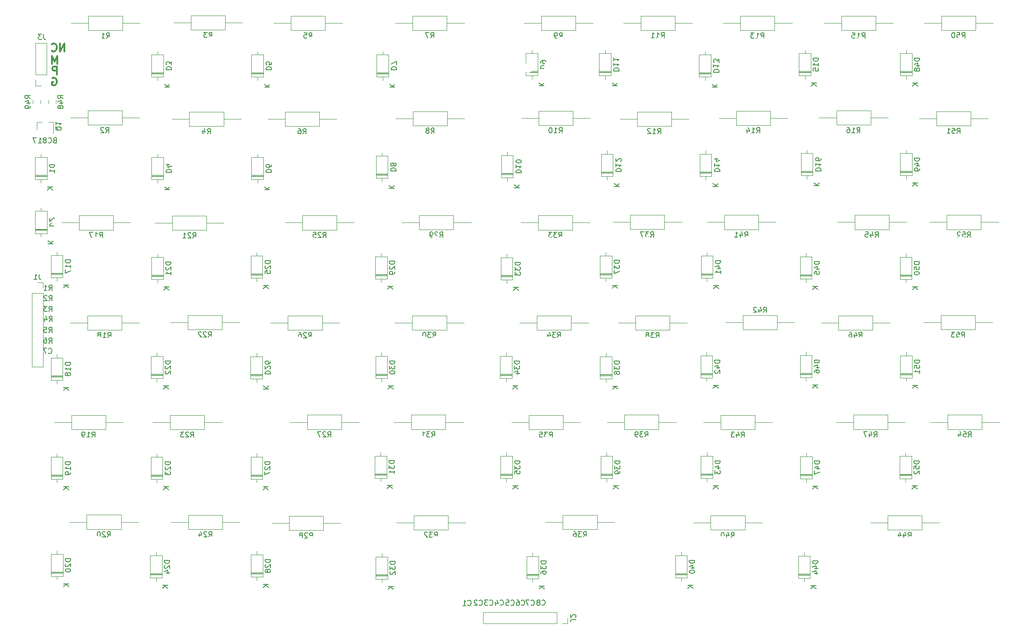
<source format=gbo>
%TF.GenerationSoftware,KiCad,Pcbnew,5.1.5+dfsg1-2build2*%
%TF.CreationDate,2021-08-29T11:58:19+02:00*%
%TF.ProjectId,BFK9kv2-left,42464b39-6b76-4322-9d6c-6566742e6b69,rev?*%
%TF.SameCoordinates,Original*%
%TF.FileFunction,Legend,Bot*%
%TF.FilePolarity,Positive*%
%FSLAX46Y46*%
G04 Gerber Fmt 4.6, Leading zero omitted, Abs format (unit mm)*
G04 Created by KiCad (PCBNEW 5.1.5+dfsg1-2build2) date 2021-08-29 11:58:19*
%MOMM*%
%LPD*%
G04 APERTURE LIST*
%ADD10C,0.300000*%
%ADD11C,0.150000*%
%ADD12C,0.120000*%
%ADD13C,1.792600*%
%ADD14C,2.302000*%
%ADD15C,1.852000*%
%ADD16C,4.102000*%
%ADD17O,1.702000X1.702000*%
%ADD18C,1.702000*%
%ADD19R,1.702000X1.702000*%
%ADD20C,5.702000*%
%ADD21O,1.452000X1.452000*%
%ADD22R,1.452000X1.452000*%
%ADD23R,0.902000X1.002000*%
G04 APERTURE END LIST*
D10*
X51617891Y-56159791D02*
X51617891Y-54659791D01*
X50760748Y-56159791D01*
X50760748Y-54659791D01*
X49189320Y-56016934D02*
X49260748Y-56088362D01*
X49475034Y-56159791D01*
X49617891Y-56159791D01*
X49832177Y-56088362D01*
X49975034Y-55945505D01*
X50046462Y-55802648D01*
X50117891Y-55516934D01*
X50117891Y-55302648D01*
X50046462Y-55016934D01*
X49975034Y-54874077D01*
X49832177Y-54731220D01*
X49617891Y-54659791D01*
X49475034Y-54659791D01*
X49260748Y-54731220D01*
X49189320Y-54802648D01*
X50202720Y-58572791D02*
X50202720Y-57072791D01*
X49702720Y-58144220D01*
X49202720Y-57072791D01*
X49202720Y-58572791D01*
D11*
X49756462Y-73113591D02*
X49613605Y-73161210D01*
X49565986Y-73208829D01*
X49518367Y-73304067D01*
X49518367Y-73446924D01*
X49565986Y-73542162D01*
X49613605Y-73589781D01*
X49708843Y-73637400D01*
X50089796Y-73637400D01*
X50089796Y-72637400D01*
X49756462Y-72637400D01*
X49661224Y-72685020D01*
X49613605Y-72732639D01*
X49565986Y-72827877D01*
X49565986Y-72923115D01*
X49613605Y-73018353D01*
X49661224Y-73065972D01*
X49756462Y-73113591D01*
X50089796Y-73113591D01*
X48518367Y-73542162D02*
X48565986Y-73589781D01*
X48708843Y-73637400D01*
X48804081Y-73637400D01*
X48946939Y-73589781D01*
X49042177Y-73494543D01*
X49089796Y-73399305D01*
X49137415Y-73208829D01*
X49137415Y-73065972D01*
X49089796Y-72875496D01*
X49042177Y-72780258D01*
X48946939Y-72685020D01*
X48804081Y-72637400D01*
X48708843Y-72637400D01*
X48565986Y-72685020D01*
X48518367Y-72732639D01*
X47946939Y-73065972D02*
X48042177Y-73018353D01*
X48089796Y-72970734D01*
X48137415Y-72875496D01*
X48137415Y-72827877D01*
X48089796Y-72732639D01*
X48042177Y-72685020D01*
X47946939Y-72637400D01*
X47756462Y-72637400D01*
X47661224Y-72685020D01*
X47613605Y-72732639D01*
X47565986Y-72827877D01*
X47565986Y-72875496D01*
X47613605Y-72970734D01*
X47661224Y-73018353D01*
X47756462Y-73065972D01*
X47946939Y-73065972D01*
X48042177Y-73113591D01*
X48089796Y-73161210D01*
X48137415Y-73256448D01*
X48137415Y-73446924D01*
X48089796Y-73542162D01*
X48042177Y-73589781D01*
X47946939Y-73637400D01*
X47756462Y-73637400D01*
X47661224Y-73589781D01*
X47613605Y-73542162D01*
X47565986Y-73446924D01*
X47565986Y-73256448D01*
X47613605Y-73161210D01*
X47661224Y-73113591D01*
X47756462Y-73065972D01*
X46613605Y-73637400D02*
X47185034Y-73637400D01*
X46899320Y-73637400D02*
X46899320Y-72637400D01*
X46994558Y-72780258D01*
X47089796Y-72875496D01*
X47185034Y-72923115D01*
X46280272Y-72637400D02*
X45613605Y-72637400D01*
X46042177Y-73637400D01*
D10*
X50146377Y-60553991D02*
X50146377Y-59053991D01*
X49574948Y-59053991D01*
X49432091Y-59125420D01*
X49360662Y-59196848D01*
X49289234Y-59339705D01*
X49289234Y-59553991D01*
X49360662Y-59696848D01*
X49432091Y-59768277D01*
X49574948Y-59839705D01*
X50146377Y-59839705D01*
X49284462Y-61233620D02*
X49427320Y-61162191D01*
X49641605Y-61162191D01*
X49855891Y-61233620D01*
X49998748Y-61376477D01*
X50070177Y-61519334D01*
X50141605Y-61805048D01*
X50141605Y-62019334D01*
X50070177Y-62305048D01*
X49998748Y-62447905D01*
X49855891Y-62590762D01*
X49641605Y-62662191D01*
X49498748Y-62662191D01*
X49284462Y-62590762D01*
X49213034Y-62519334D01*
X49213034Y-62019334D01*
X49498748Y-62019334D01*
D11*
X142635266Y-161672542D02*
X142682885Y-161720161D01*
X142825742Y-161767780D01*
X142920980Y-161767780D01*
X143063838Y-161720161D01*
X143159076Y-161624923D01*
X143206695Y-161529685D01*
X143254314Y-161339209D01*
X143254314Y-161196352D01*
X143206695Y-161005876D01*
X143159076Y-160910638D01*
X143063838Y-160815400D01*
X142920980Y-160767780D01*
X142825742Y-160767780D01*
X142682885Y-160815400D01*
X142635266Y-160863019D01*
X142063838Y-161196352D02*
X142159076Y-161148733D01*
X142206695Y-161101114D01*
X142254314Y-161005876D01*
X142254314Y-160958257D01*
X142206695Y-160863019D01*
X142159076Y-160815400D01*
X142063838Y-160767780D01*
X141873361Y-160767780D01*
X141778123Y-160815400D01*
X141730504Y-160863019D01*
X141682885Y-160958257D01*
X141682885Y-161005876D01*
X141730504Y-161101114D01*
X141778123Y-161148733D01*
X141873361Y-161196352D01*
X142063838Y-161196352D01*
X142159076Y-161243971D01*
X142206695Y-161291590D01*
X142254314Y-161386828D01*
X142254314Y-161577304D01*
X142206695Y-161672542D01*
X142159076Y-161720161D01*
X142063838Y-161767780D01*
X141873361Y-161767780D01*
X141778123Y-161720161D01*
X141730504Y-161672542D01*
X141682885Y-161577304D01*
X141682885Y-161386828D01*
X141730504Y-161291590D01*
X141778123Y-161243971D01*
X141873361Y-161196352D01*
X140577866Y-161697942D02*
X140625485Y-161745561D01*
X140768342Y-161793180D01*
X140863580Y-161793180D01*
X141006438Y-161745561D01*
X141101676Y-161650323D01*
X141149295Y-161555085D01*
X141196914Y-161364609D01*
X141196914Y-161221752D01*
X141149295Y-161031276D01*
X141101676Y-160936038D01*
X141006438Y-160840800D01*
X140863580Y-160793180D01*
X140768342Y-160793180D01*
X140625485Y-160840800D01*
X140577866Y-160888419D01*
X140244533Y-160793180D02*
X139577866Y-160793180D01*
X140006438Y-161793180D01*
X138723666Y-161697942D02*
X138771285Y-161745561D01*
X138914142Y-161793180D01*
X139009380Y-161793180D01*
X139152238Y-161745561D01*
X139247476Y-161650323D01*
X139295095Y-161555085D01*
X139342714Y-161364609D01*
X139342714Y-161221752D01*
X139295095Y-161031276D01*
X139247476Y-160936038D01*
X139152238Y-160840800D01*
X139009380Y-160793180D01*
X138914142Y-160793180D01*
X138771285Y-160840800D01*
X138723666Y-160888419D01*
X137866523Y-160793180D02*
X138057000Y-160793180D01*
X138152238Y-160840800D01*
X138199857Y-160888419D01*
X138295095Y-161031276D01*
X138342714Y-161221752D01*
X138342714Y-161602704D01*
X138295095Y-161697942D01*
X138247476Y-161745561D01*
X138152238Y-161793180D01*
X137961761Y-161793180D01*
X137866523Y-161745561D01*
X137818904Y-161697942D01*
X137771285Y-161602704D01*
X137771285Y-161364609D01*
X137818904Y-161269371D01*
X137866523Y-161221752D01*
X137961761Y-161174133D01*
X138152238Y-161174133D01*
X138247476Y-161221752D01*
X138295095Y-161269371D01*
X138342714Y-161364609D01*
X136742466Y-161697942D02*
X136790085Y-161745561D01*
X136932942Y-161793180D01*
X137028180Y-161793180D01*
X137171038Y-161745561D01*
X137266276Y-161650323D01*
X137313895Y-161555085D01*
X137361514Y-161364609D01*
X137361514Y-161221752D01*
X137313895Y-161031276D01*
X137266276Y-160936038D01*
X137171038Y-160840800D01*
X137028180Y-160793180D01*
X136932942Y-160793180D01*
X136790085Y-160840800D01*
X136742466Y-160888419D01*
X135837704Y-160793180D02*
X136313895Y-160793180D01*
X136361514Y-161269371D01*
X136313895Y-161221752D01*
X136218657Y-161174133D01*
X135980561Y-161174133D01*
X135885323Y-161221752D01*
X135837704Y-161269371D01*
X135790085Y-161364609D01*
X135790085Y-161602704D01*
X135837704Y-161697942D01*
X135885323Y-161745561D01*
X135980561Y-161793180D01*
X136218657Y-161793180D01*
X136313895Y-161745561D01*
X136361514Y-161697942D01*
X134685066Y-161672542D02*
X134732685Y-161720161D01*
X134875542Y-161767780D01*
X134970780Y-161767780D01*
X135113638Y-161720161D01*
X135208876Y-161624923D01*
X135256495Y-161529685D01*
X135304114Y-161339209D01*
X135304114Y-161196352D01*
X135256495Y-161005876D01*
X135208876Y-160910638D01*
X135113638Y-160815400D01*
X134970780Y-160767780D01*
X134875542Y-160767780D01*
X134732685Y-160815400D01*
X134685066Y-160863019D01*
X133827923Y-161101114D02*
X133827923Y-161767780D01*
X134066019Y-160720161D02*
X134304114Y-161434447D01*
X133685066Y-161434447D01*
X132678466Y-161697942D02*
X132726085Y-161745561D01*
X132868942Y-161793180D01*
X132964180Y-161793180D01*
X133107038Y-161745561D01*
X133202276Y-161650323D01*
X133249895Y-161555085D01*
X133297514Y-161364609D01*
X133297514Y-161221752D01*
X133249895Y-161031276D01*
X133202276Y-160936038D01*
X133107038Y-160840800D01*
X132964180Y-160793180D01*
X132868942Y-160793180D01*
X132726085Y-160840800D01*
X132678466Y-160888419D01*
X132345133Y-160793180D02*
X131726085Y-160793180D01*
X132059419Y-161174133D01*
X131916561Y-161174133D01*
X131821323Y-161221752D01*
X131773704Y-161269371D01*
X131726085Y-161364609D01*
X131726085Y-161602704D01*
X131773704Y-161697942D01*
X131821323Y-161745561D01*
X131916561Y-161793180D01*
X132202276Y-161793180D01*
X132297514Y-161745561D01*
X132345133Y-161697942D01*
X130671866Y-161697942D02*
X130719485Y-161745561D01*
X130862342Y-161793180D01*
X130957580Y-161793180D01*
X131100438Y-161745561D01*
X131195676Y-161650323D01*
X131243295Y-161555085D01*
X131290914Y-161364609D01*
X131290914Y-161221752D01*
X131243295Y-161031276D01*
X131195676Y-160936038D01*
X131100438Y-160840800D01*
X130957580Y-160793180D01*
X130862342Y-160793180D01*
X130719485Y-160840800D01*
X130671866Y-160888419D01*
X130290914Y-160888419D02*
X130243295Y-160840800D01*
X130148057Y-160793180D01*
X129909961Y-160793180D01*
X129814723Y-160840800D01*
X129767104Y-160888419D01*
X129719485Y-160983657D01*
X129719485Y-161078895D01*
X129767104Y-161221752D01*
X130338533Y-161793180D01*
X129719485Y-161793180D01*
X128512866Y-161723342D02*
X128560485Y-161770961D01*
X128703342Y-161818580D01*
X128798580Y-161818580D01*
X128941438Y-161770961D01*
X129036676Y-161675723D01*
X129084295Y-161580485D01*
X129131914Y-161390009D01*
X129131914Y-161247152D01*
X129084295Y-161056676D01*
X129036676Y-160961438D01*
X128941438Y-160866200D01*
X128798580Y-160818580D01*
X128703342Y-160818580D01*
X128560485Y-160866200D01*
X128512866Y-160913819D01*
X127560485Y-161818580D02*
X128131914Y-161818580D01*
X127846200Y-161818580D02*
X127846200Y-160818580D01*
X127941438Y-160961438D01*
X128036676Y-161056676D01*
X128131914Y-161104295D01*
X48579066Y-113691942D02*
X48626685Y-113739561D01*
X48769542Y-113787180D01*
X48864780Y-113787180D01*
X49007638Y-113739561D01*
X49102876Y-113644323D01*
X49150495Y-113549085D01*
X49198114Y-113358609D01*
X49198114Y-113215752D01*
X49150495Y-113025276D01*
X49102876Y-112930038D01*
X49007638Y-112834800D01*
X48864780Y-112787180D01*
X48769542Y-112787180D01*
X48626685Y-112834800D01*
X48579066Y-112882419D01*
X48245733Y-112787180D02*
X47579066Y-112787180D01*
X48007638Y-113787180D01*
X48629866Y-111780580D02*
X48963200Y-111304390D01*
X49201295Y-111780580D02*
X49201295Y-110780580D01*
X48820342Y-110780580D01*
X48725104Y-110828200D01*
X48677485Y-110875819D01*
X48629866Y-110971057D01*
X48629866Y-111113914D01*
X48677485Y-111209152D01*
X48725104Y-111256771D01*
X48820342Y-111304390D01*
X49201295Y-111304390D01*
X47772723Y-110780580D02*
X47963200Y-110780580D01*
X48058438Y-110828200D01*
X48106057Y-110875819D01*
X48201295Y-111018676D01*
X48248914Y-111209152D01*
X48248914Y-111590104D01*
X48201295Y-111685342D01*
X48153676Y-111732961D01*
X48058438Y-111780580D01*
X47867961Y-111780580D01*
X47772723Y-111732961D01*
X47725104Y-111685342D01*
X47677485Y-111590104D01*
X47677485Y-111352009D01*
X47725104Y-111256771D01*
X47772723Y-111209152D01*
X47867961Y-111161533D01*
X48058438Y-111161533D01*
X48153676Y-111209152D01*
X48201295Y-111256771D01*
X48248914Y-111352009D01*
X48629866Y-109748580D02*
X48963200Y-109272390D01*
X49201295Y-109748580D02*
X49201295Y-108748580D01*
X48820342Y-108748580D01*
X48725104Y-108796200D01*
X48677485Y-108843819D01*
X48629866Y-108939057D01*
X48629866Y-109081914D01*
X48677485Y-109177152D01*
X48725104Y-109224771D01*
X48820342Y-109272390D01*
X49201295Y-109272390D01*
X47725104Y-108748580D02*
X48201295Y-108748580D01*
X48248914Y-109224771D01*
X48201295Y-109177152D01*
X48106057Y-109129533D01*
X47867961Y-109129533D01*
X47772723Y-109177152D01*
X47725104Y-109224771D01*
X47677485Y-109320009D01*
X47677485Y-109558104D01*
X47725104Y-109653342D01*
X47772723Y-109700961D01*
X47867961Y-109748580D01*
X48106057Y-109748580D01*
X48201295Y-109700961D01*
X48248914Y-109653342D01*
X48680666Y-107640380D02*
X49014000Y-107164190D01*
X49252095Y-107640380D02*
X49252095Y-106640380D01*
X48871142Y-106640380D01*
X48775904Y-106688000D01*
X48728285Y-106735619D01*
X48680666Y-106830857D01*
X48680666Y-106973714D01*
X48728285Y-107068952D01*
X48775904Y-107116571D01*
X48871142Y-107164190D01*
X49252095Y-107164190D01*
X47823523Y-106973714D02*
X47823523Y-107640380D01*
X48061619Y-106592761D02*
X48299714Y-107307047D01*
X47680666Y-107307047D01*
X48655266Y-105760780D02*
X48988600Y-105284590D01*
X49226695Y-105760780D02*
X49226695Y-104760780D01*
X48845742Y-104760780D01*
X48750504Y-104808400D01*
X48702885Y-104856019D01*
X48655266Y-104951257D01*
X48655266Y-105094114D01*
X48702885Y-105189352D01*
X48750504Y-105236971D01*
X48845742Y-105284590D01*
X49226695Y-105284590D01*
X48321933Y-104760780D02*
X47702885Y-104760780D01*
X48036219Y-105141733D01*
X47893361Y-105141733D01*
X47798123Y-105189352D01*
X47750504Y-105236971D01*
X47702885Y-105332209D01*
X47702885Y-105570304D01*
X47750504Y-105665542D01*
X47798123Y-105713161D01*
X47893361Y-105760780D01*
X48179076Y-105760780D01*
X48274314Y-105713161D01*
X48321933Y-105665542D01*
X48655266Y-103703380D02*
X48988600Y-103227190D01*
X49226695Y-103703380D02*
X49226695Y-102703380D01*
X48845742Y-102703380D01*
X48750504Y-102751000D01*
X48702885Y-102798619D01*
X48655266Y-102893857D01*
X48655266Y-103036714D01*
X48702885Y-103131952D01*
X48750504Y-103179571D01*
X48845742Y-103227190D01*
X49226695Y-103227190D01*
X48274314Y-102798619D02*
X48226695Y-102751000D01*
X48131457Y-102703380D01*
X47893361Y-102703380D01*
X47798123Y-102751000D01*
X47750504Y-102798619D01*
X47702885Y-102893857D01*
X47702885Y-102989095D01*
X47750504Y-103131952D01*
X48321933Y-103703380D01*
X47702885Y-103703380D01*
X48629866Y-101747580D02*
X48963200Y-101271390D01*
X49201295Y-101747580D02*
X49201295Y-100747580D01*
X48820342Y-100747580D01*
X48725104Y-100795200D01*
X48677485Y-100842819D01*
X48629866Y-100938057D01*
X48629866Y-101080914D01*
X48677485Y-101176152D01*
X48725104Y-101223771D01*
X48820342Y-101271390D01*
X49201295Y-101271390D01*
X47677485Y-101747580D02*
X48248914Y-101747580D01*
X47963200Y-101747580D02*
X47963200Y-100747580D01*
X48058438Y-100890438D01*
X48153676Y-100985676D01*
X48248914Y-101033295D01*
D12*
X229846000Y-126848000D02*
X226536000Y-126848000D01*
X216686000Y-126848000D02*
X219996000Y-126848000D01*
X226536000Y-128218000D02*
X219996000Y-128218000D01*
X226536000Y-125478000D02*
X226536000Y-128218000D01*
X219996000Y-125478000D02*
X226536000Y-125478000D01*
X219996000Y-128218000D02*
X219996000Y-125478000D01*
X228576000Y-107848000D02*
X225266000Y-107848000D01*
X215416000Y-107848000D02*
X218726000Y-107848000D01*
X225266000Y-109218000D02*
X218726000Y-109218000D01*
X225266000Y-106478000D02*
X225266000Y-109218000D01*
X218726000Y-106478000D02*
X225266000Y-106478000D01*
X218726000Y-109218000D02*
X218726000Y-106478000D01*
X229694000Y-88747600D02*
X226384000Y-88747600D01*
X216534000Y-88747600D02*
X219844000Y-88747600D01*
X226384000Y-90117600D02*
X219844000Y-90117600D01*
X226384000Y-87377600D02*
X226384000Y-90117600D01*
X219844000Y-87377600D02*
X226384000Y-87377600D01*
X219844000Y-90117600D02*
X219844000Y-87377600D01*
X227712000Y-68986400D02*
X224402000Y-68986400D01*
X214552000Y-68986400D02*
X217862000Y-68986400D01*
X224402000Y-70356400D02*
X217862000Y-70356400D01*
X224402000Y-67616400D02*
X224402000Y-70356400D01*
X217862000Y-67616400D02*
X224402000Y-67616400D01*
X217862000Y-70356400D02*
X217862000Y-67616400D01*
X228627000Y-50749200D02*
X225317000Y-50749200D01*
X215467000Y-50749200D02*
X218777000Y-50749200D01*
X225317000Y-52119200D02*
X218777000Y-52119200D01*
X225317000Y-49379200D02*
X225317000Y-52119200D01*
X218777000Y-49379200D02*
X225317000Y-49379200D01*
X218777000Y-52119200D02*
X218777000Y-49379200D01*
X213108000Y-137004000D02*
X210868000Y-137004000D01*
X213108000Y-136764000D02*
X210868000Y-136764000D01*
X213108000Y-136884000D02*
X210868000Y-136884000D01*
X211988000Y-132714000D02*
X211988000Y-133364000D01*
X211988000Y-138254000D02*
X211988000Y-137604000D01*
X213108000Y-133364000D02*
X213108000Y-137604000D01*
X210868000Y-133364000D02*
X213108000Y-133364000D01*
X210868000Y-137604000D02*
X210868000Y-133364000D01*
X213108000Y-137604000D02*
X210868000Y-137604000D01*
X213210000Y-117801000D02*
X210970000Y-117801000D01*
X213210000Y-117561000D02*
X210970000Y-117561000D01*
X213210000Y-117681000D02*
X210970000Y-117681000D01*
X212090000Y-113511000D02*
X212090000Y-114161000D01*
X212090000Y-119051000D02*
X212090000Y-118401000D01*
X213210000Y-114161000D02*
X213210000Y-118401000D01*
X210970000Y-114161000D02*
X213210000Y-114161000D01*
X210970000Y-118401000D02*
X210970000Y-114161000D01*
X213210000Y-118401000D02*
X210970000Y-118401000D01*
X213159000Y-99005000D02*
X210919000Y-99005000D01*
X213159000Y-98765000D02*
X210919000Y-98765000D01*
X213159000Y-98885000D02*
X210919000Y-98885000D01*
X212039000Y-94715000D02*
X212039000Y-95365000D01*
X212039000Y-100255000D02*
X212039000Y-99605000D01*
X213159000Y-95365000D02*
X213159000Y-99605000D01*
X210919000Y-95365000D02*
X213159000Y-95365000D01*
X210919000Y-99605000D02*
X210919000Y-95365000D01*
X213159000Y-99605000D02*
X210919000Y-99605000D01*
X213210000Y-79244000D02*
X210970000Y-79244000D01*
X213210000Y-79004000D02*
X210970000Y-79004000D01*
X213210000Y-79124000D02*
X210970000Y-79124000D01*
X212090000Y-74954000D02*
X212090000Y-75604000D01*
X212090000Y-80494000D02*
X212090000Y-79844000D01*
X213210000Y-75604000D02*
X213210000Y-79844000D01*
X210970000Y-75604000D02*
X213210000Y-75604000D01*
X210970000Y-79844000D02*
X210970000Y-75604000D01*
X213210000Y-79844000D02*
X210970000Y-79844000D01*
X213210000Y-60194000D02*
X210970000Y-60194000D01*
X213210000Y-59954000D02*
X210970000Y-59954000D01*
X213210000Y-60074000D02*
X210970000Y-60074000D01*
X212090000Y-55904000D02*
X212090000Y-56554000D01*
X212090000Y-61444000D02*
X212090000Y-60794000D01*
X213210000Y-56554000D02*
X213210000Y-60794000D01*
X210970000Y-56554000D02*
X213210000Y-56554000D01*
X210970000Y-60794000D02*
X210970000Y-56554000D01*
X213210000Y-60794000D02*
X210970000Y-60794000D01*
X46128500Y-62688000D02*
X47188500Y-62688000D01*
X46128500Y-61628000D02*
X46128500Y-62688000D01*
X46128500Y-60628000D02*
X48248500Y-60628000D01*
X48248500Y-60628000D02*
X48248500Y-54568000D01*
X46128500Y-60628000D02*
X46128500Y-54568000D01*
X46128500Y-54568000D02*
X48248500Y-54568000D01*
X46996500Y-65546948D02*
X46996500Y-66069452D01*
X45576500Y-65546948D02*
X45576500Y-66069452D01*
X48526500Y-66069452D02*
X48526500Y-65546948D01*
X49946500Y-66069452D02*
X49946500Y-65546948D01*
X46348500Y-69648200D02*
X46348500Y-71108200D01*
X49508500Y-69648200D02*
X49508500Y-71808200D01*
X49508500Y-69648200D02*
X48578500Y-69648200D01*
X46348500Y-69648200D02*
X47278500Y-69648200D01*
X147542000Y-165246000D02*
X147542000Y-164186000D01*
X146482000Y-165246000D02*
X147542000Y-165246000D01*
X145482000Y-165246000D02*
X145482000Y-163126000D01*
X145482000Y-163126000D02*
X131422000Y-163126000D01*
X145482000Y-165246000D02*
X131422000Y-165246000D01*
X131422000Y-165246000D02*
X131422000Y-163126000D01*
X47491200Y-100210000D02*
X46431200Y-100210000D01*
X47491200Y-101270000D02*
X47491200Y-100210000D01*
X47491200Y-102270000D02*
X45371200Y-102270000D01*
X45371200Y-102270000D02*
X45371200Y-116330000D01*
X47491200Y-102270000D02*
X47491200Y-116330000D01*
X47491200Y-116330000D02*
X45371200Y-116330000D01*
X212117000Y-88747600D02*
X208807000Y-88747600D01*
X198957000Y-88747600D02*
X202267000Y-88747600D01*
X208807000Y-90117600D02*
X202267000Y-90117600D01*
X208807000Y-87377600D02*
X208807000Y-90117600D01*
X202267000Y-87377600D02*
X208807000Y-87377600D01*
X202267000Y-90117600D02*
X202267000Y-87377600D01*
X194109000Y-98954000D02*
X191869000Y-98954000D01*
X194109000Y-98714000D02*
X191869000Y-98714000D01*
X194109000Y-98834000D02*
X191869000Y-98834000D01*
X192989000Y-94664000D02*
X192989000Y-95314000D01*
X192989000Y-100204000D02*
X192989000Y-99554000D01*
X194109000Y-95314000D02*
X194109000Y-99554000D01*
X191869000Y-95314000D02*
X194109000Y-95314000D01*
X191869000Y-99554000D02*
X191869000Y-95314000D01*
X194109000Y-99554000D02*
X191869000Y-99554000D01*
X211863000Y-126848000D02*
X208553000Y-126848000D01*
X198703000Y-126848000D02*
X202013000Y-126848000D01*
X208553000Y-128218000D02*
X202013000Y-128218000D01*
X208553000Y-125478000D02*
X208553000Y-128218000D01*
X202013000Y-125478000D02*
X208553000Y-125478000D01*
X202013000Y-128218000D02*
X202013000Y-125478000D01*
X209018000Y-107899000D02*
X205708000Y-107899000D01*
X195858000Y-107899000D02*
X199168000Y-107899000D01*
X205708000Y-109269000D02*
X199168000Y-109269000D01*
X205708000Y-106529000D02*
X205708000Y-109269000D01*
X199168000Y-106529000D02*
X205708000Y-106529000D01*
X199168000Y-109269000D02*
X199168000Y-106529000D01*
X218391000Y-146024000D02*
X215081000Y-146024000D01*
X205231000Y-146024000D02*
X208541000Y-146024000D01*
X215081000Y-147394000D02*
X208541000Y-147394000D01*
X215081000Y-144654000D02*
X215081000Y-147394000D01*
X208541000Y-144654000D02*
X215081000Y-144654000D01*
X208541000Y-147394000D02*
X208541000Y-144654000D01*
X186564000Y-126898000D02*
X183254000Y-126898000D01*
X173404000Y-126898000D02*
X176714000Y-126898000D01*
X183254000Y-128268000D02*
X176714000Y-128268000D01*
X183254000Y-125528000D02*
X183254000Y-128268000D01*
X176714000Y-125528000D02*
X183254000Y-125528000D01*
X176714000Y-128268000D02*
X176714000Y-125528000D01*
X177646000Y-107848000D02*
X180956000Y-107848000D01*
X190806000Y-107848000D02*
X187496000Y-107848000D01*
X180956000Y-106478000D02*
X187496000Y-106478000D01*
X180956000Y-109218000D02*
X180956000Y-106478000D01*
X187496000Y-109218000D02*
X180956000Y-109218000D01*
X187496000Y-106478000D02*
X187496000Y-109218000D01*
X187225000Y-88747600D02*
X183915000Y-88747600D01*
X174065000Y-88747600D02*
X177375000Y-88747600D01*
X183915000Y-90117600D02*
X177375000Y-90117600D01*
X183915000Y-87377600D02*
X183915000Y-90117600D01*
X177375000Y-87377600D02*
X183915000Y-87377600D01*
X177375000Y-90117600D02*
X177375000Y-87377600D01*
X184659000Y-146024000D02*
X181349000Y-146024000D01*
X171499000Y-146024000D02*
X174809000Y-146024000D01*
X181349000Y-147394000D02*
X174809000Y-147394000D01*
X181349000Y-144654000D02*
X181349000Y-147394000D01*
X174809000Y-144654000D02*
X181349000Y-144654000D01*
X174809000Y-147394000D02*
X174809000Y-144654000D01*
X168226000Y-126848000D02*
X164916000Y-126848000D01*
X155066000Y-126848000D02*
X158376000Y-126848000D01*
X164916000Y-128218000D02*
X158376000Y-128218000D01*
X164916000Y-125478000D02*
X164916000Y-128218000D01*
X158376000Y-125478000D02*
X164916000Y-125478000D01*
X158376000Y-128218000D02*
X158376000Y-125478000D01*
X170309000Y-107925000D02*
X166999000Y-107925000D01*
X157149000Y-107925000D02*
X160459000Y-107925000D01*
X166999000Y-109295000D02*
X160459000Y-109295000D01*
X166999000Y-106555000D02*
X166999000Y-109295000D01*
X160459000Y-106555000D02*
X166999000Y-106555000D01*
X160459000Y-109295000D02*
X160459000Y-106555000D01*
X169292000Y-88722200D02*
X165982000Y-88722200D01*
X156132000Y-88722200D02*
X159442000Y-88722200D01*
X165982000Y-90092200D02*
X159442000Y-90092200D01*
X165982000Y-87352200D02*
X165982000Y-90092200D01*
X159442000Y-87352200D02*
X165982000Y-87352200D01*
X159442000Y-90092200D02*
X159442000Y-87352200D01*
X156465000Y-145923000D02*
X153155000Y-145923000D01*
X143305000Y-145923000D02*
X146615000Y-145923000D01*
X153155000Y-147293000D02*
X146615000Y-147293000D01*
X153155000Y-144553000D02*
X153155000Y-147293000D01*
X146615000Y-144553000D02*
X153155000Y-144553000D01*
X146615000Y-147293000D02*
X146615000Y-144553000D01*
X149988000Y-126898000D02*
X146678000Y-126898000D01*
X136828000Y-126898000D02*
X140138000Y-126898000D01*
X146678000Y-128268000D02*
X140138000Y-128268000D01*
X146678000Y-125528000D02*
X146678000Y-128268000D01*
X140138000Y-125528000D02*
X146678000Y-125528000D01*
X140138000Y-128268000D02*
X140138000Y-125528000D01*
X151538000Y-107899000D02*
X148228000Y-107899000D01*
X138378000Y-107899000D02*
X141688000Y-107899000D01*
X148228000Y-109269000D02*
X141688000Y-109269000D01*
X148228000Y-106529000D02*
X148228000Y-109269000D01*
X141688000Y-106529000D02*
X148228000Y-106529000D01*
X141688000Y-109269000D02*
X141688000Y-106529000D01*
X151792000Y-88823800D02*
X148482000Y-88823800D01*
X138632000Y-88823800D02*
X141942000Y-88823800D01*
X148482000Y-90193800D02*
X141942000Y-90193800D01*
X148482000Y-87453800D02*
X148482000Y-90193800D01*
X141942000Y-87453800D02*
X148482000Y-87453800D01*
X141942000Y-90193800D02*
X141942000Y-87453800D01*
X128068000Y-145999000D02*
X124758000Y-145999000D01*
X114908000Y-145999000D02*
X118218000Y-145999000D01*
X124758000Y-147369000D02*
X118218000Y-147369000D01*
X124758000Y-144629000D02*
X124758000Y-147369000D01*
X118218000Y-144629000D02*
X124758000Y-144629000D01*
X118218000Y-147369000D02*
X118218000Y-144629000D01*
X127586000Y-126848000D02*
X124276000Y-126848000D01*
X114426000Y-126848000D02*
X117736000Y-126848000D01*
X124276000Y-128218000D02*
X117736000Y-128218000D01*
X124276000Y-125478000D02*
X124276000Y-128218000D01*
X117736000Y-125478000D02*
X124276000Y-125478000D01*
X117736000Y-128218000D02*
X117736000Y-125478000D01*
X127763000Y-107899000D02*
X124453000Y-107899000D01*
X114603000Y-107899000D02*
X117913000Y-107899000D01*
X124453000Y-109269000D02*
X117913000Y-109269000D01*
X124453000Y-106529000D02*
X124453000Y-109269000D01*
X117913000Y-106529000D02*
X124453000Y-106529000D01*
X117913000Y-109269000D02*
X117913000Y-106529000D01*
X129110000Y-88773000D02*
X125800000Y-88773000D01*
X115950000Y-88773000D02*
X119260000Y-88773000D01*
X125800000Y-90143000D02*
X119260000Y-90143000D01*
X125800000Y-87403000D02*
X125800000Y-90143000D01*
X119260000Y-87403000D02*
X125800000Y-87403000D01*
X119260000Y-90143000D02*
X119260000Y-87403000D01*
X104268400Y-146126000D02*
X100958400Y-146126000D01*
X91108400Y-146126000D02*
X94418400Y-146126000D01*
X100958400Y-147496000D02*
X94418400Y-147496000D01*
X100958400Y-144756000D02*
X100958400Y-147496000D01*
X94418400Y-144756000D02*
X100958400Y-144756000D01*
X94418400Y-147496000D02*
X94418400Y-144756000D01*
X107722800Y-126848000D02*
X104412800Y-126848000D01*
X94562800Y-126848000D02*
X97872800Y-126848000D01*
X104412800Y-128218000D02*
X97872800Y-128218000D01*
X104412800Y-125478000D02*
X104412800Y-128218000D01*
X97872800Y-125478000D02*
X104412800Y-125478000D01*
X97872800Y-128218000D02*
X97872800Y-125478000D01*
X104065200Y-107950000D02*
X100755200Y-107950000D01*
X90905200Y-107950000D02*
X94215200Y-107950000D01*
X100755200Y-109320000D02*
X94215200Y-109320000D01*
X100755200Y-106580000D02*
X100755200Y-109320000D01*
X94215200Y-106580000D02*
X100755200Y-106580000D01*
X94215200Y-109320000D02*
X94215200Y-106580000D01*
X106833800Y-88823800D02*
X103523800Y-88823800D01*
X93673800Y-88823800D02*
X96983800Y-88823800D01*
X103523800Y-90193800D02*
X96983800Y-90193800D01*
X103523800Y-87453800D02*
X103523800Y-90193800D01*
X96983800Y-87453800D02*
X103523800Y-87453800D01*
X96983800Y-90193800D02*
X96983800Y-87453800D01*
X85066000Y-145923000D02*
X81756000Y-145923000D01*
X71906000Y-145923000D02*
X75216000Y-145923000D01*
X81756000Y-147293000D02*
X75216000Y-147293000D01*
X81756000Y-144553000D02*
X81756000Y-147293000D01*
X75216000Y-144553000D02*
X81756000Y-144553000D01*
X75216000Y-147293000D02*
X75216000Y-144553000D01*
X81611600Y-126898000D02*
X78301600Y-126898000D01*
X68451600Y-126898000D02*
X71761600Y-126898000D01*
X78301600Y-128268000D02*
X71761600Y-128268000D01*
X78301600Y-125528000D02*
X78301600Y-128268000D01*
X71761600Y-125528000D02*
X78301600Y-125528000D01*
X71761600Y-128268000D02*
X71761600Y-125528000D01*
X84964400Y-107823000D02*
X81654400Y-107823000D01*
X71804400Y-107823000D02*
X75114400Y-107823000D01*
X81654400Y-109193000D02*
X75114400Y-109193000D01*
X81654400Y-106453000D02*
X81654400Y-109193000D01*
X75114400Y-106453000D02*
X81654400Y-106453000D01*
X75114400Y-109193000D02*
X75114400Y-106453000D01*
X82018000Y-88900000D02*
X78708000Y-88900000D01*
X68858000Y-88900000D02*
X72168000Y-88900000D01*
X78708000Y-90270000D02*
X72168000Y-90270000D01*
X78708000Y-87530000D02*
X78708000Y-90270000D01*
X72168000Y-87530000D02*
X78708000Y-87530000D01*
X72168000Y-90270000D02*
X72168000Y-87530000D01*
X65711200Y-145898000D02*
X62401200Y-145898000D01*
X52551200Y-145898000D02*
X55861200Y-145898000D01*
X62401200Y-147268000D02*
X55861200Y-147268000D01*
X62401200Y-144528000D02*
X62401200Y-147268000D01*
X55861200Y-144528000D02*
X62401200Y-144528000D01*
X55861200Y-147268000D02*
X55861200Y-144528000D01*
X62764800Y-126898000D02*
X59454800Y-126898000D01*
X49604800Y-126898000D02*
X52914800Y-126898000D01*
X59454800Y-128268000D02*
X52914800Y-128268000D01*
X59454800Y-125528000D02*
X59454800Y-128268000D01*
X52914800Y-125528000D02*
X59454800Y-125528000D01*
X52914800Y-128268000D02*
X52914800Y-125528000D01*
X65812800Y-107925000D02*
X62502800Y-107925000D01*
X52652800Y-107925000D02*
X55962800Y-107925000D01*
X62502800Y-109295000D02*
X55962800Y-109295000D01*
X62502800Y-106555000D02*
X62502800Y-109295000D01*
X55962800Y-106555000D02*
X62502800Y-106555000D01*
X55962800Y-109295000D02*
X55962800Y-106555000D01*
X64238000Y-88823800D02*
X60928000Y-88823800D01*
X51078000Y-88823800D02*
X54388000Y-88823800D01*
X60928000Y-90193800D02*
X54388000Y-90193800D01*
X60928000Y-87453800D02*
X60928000Y-90193800D01*
X54388000Y-87453800D02*
X60928000Y-87453800D01*
X54388000Y-90193800D02*
X54388000Y-87453800D01*
X194160000Y-137029000D02*
X191920000Y-137029000D01*
X194160000Y-136789000D02*
X191920000Y-136789000D01*
X194160000Y-136909000D02*
X191920000Y-136909000D01*
X193040000Y-132739000D02*
X193040000Y-133389000D01*
X193040000Y-138279000D02*
X193040000Y-137629000D01*
X194160000Y-133389000D02*
X194160000Y-137629000D01*
X191920000Y-133389000D02*
X194160000Y-133389000D01*
X191920000Y-137629000D02*
X191920000Y-133389000D01*
X194160000Y-137629000D02*
X191920000Y-137629000D01*
X194109000Y-117750000D02*
X191869000Y-117750000D01*
X194109000Y-117510000D02*
X191869000Y-117510000D01*
X194109000Y-117630000D02*
X191869000Y-117630000D01*
X192989000Y-113460000D02*
X192989000Y-114110000D01*
X192989000Y-119000000D02*
X192989000Y-118350000D01*
X194109000Y-114110000D02*
X194109000Y-118350000D01*
X191869000Y-114110000D02*
X194109000Y-114110000D01*
X191869000Y-118350000D02*
X191869000Y-114110000D01*
X194109000Y-118350000D02*
X191869000Y-118350000D01*
X193779000Y-156028000D02*
X191539000Y-156028000D01*
X193779000Y-155788000D02*
X191539000Y-155788000D01*
X193779000Y-155908000D02*
X191539000Y-155908000D01*
X192659000Y-151738000D02*
X192659000Y-152388000D01*
X192659000Y-157278000D02*
X192659000Y-156628000D01*
X193779000Y-152388000D02*
X193779000Y-156628000D01*
X191539000Y-152388000D02*
X193779000Y-152388000D01*
X191539000Y-156628000D02*
X191539000Y-152388000D01*
X193779000Y-156628000D02*
X191539000Y-156628000D01*
X175186000Y-136953000D02*
X172946000Y-136953000D01*
X175186000Y-136713000D02*
X172946000Y-136713000D01*
X175186000Y-136833000D02*
X172946000Y-136833000D01*
X174066000Y-132663000D02*
X174066000Y-133313000D01*
X174066000Y-138203000D02*
X174066000Y-137553000D01*
X175186000Y-133313000D02*
X175186000Y-137553000D01*
X172946000Y-133313000D02*
X175186000Y-133313000D01*
X172946000Y-137553000D02*
X172946000Y-133313000D01*
X175186000Y-137553000D02*
X172946000Y-137553000D01*
X175135000Y-117801000D02*
X172895000Y-117801000D01*
X175135000Y-117561000D02*
X172895000Y-117561000D01*
X175135000Y-117681000D02*
X172895000Y-117681000D01*
X174015000Y-113511000D02*
X174015000Y-114161000D01*
X174015000Y-119051000D02*
X174015000Y-118401000D01*
X175135000Y-114161000D02*
X175135000Y-118401000D01*
X172895000Y-114161000D02*
X175135000Y-114161000D01*
X172895000Y-118401000D02*
X172895000Y-114161000D01*
X175135000Y-118401000D02*
X172895000Y-118401000D01*
X175237000Y-98802000D02*
X172997000Y-98802000D01*
X175237000Y-98562000D02*
X172997000Y-98562000D01*
X175237000Y-98682000D02*
X172997000Y-98682000D01*
X174117000Y-94512000D02*
X174117000Y-95162000D01*
X174117000Y-100052000D02*
X174117000Y-99402000D01*
X175237000Y-95162000D02*
X175237000Y-99402000D01*
X172997000Y-95162000D02*
X175237000Y-95162000D01*
X172997000Y-99402000D02*
X172997000Y-95162000D01*
X175237000Y-99402000D02*
X172997000Y-99402000D01*
X170309000Y-155926000D02*
X168069000Y-155926000D01*
X170309000Y-155686000D02*
X168069000Y-155686000D01*
X170309000Y-155806000D02*
X168069000Y-155806000D01*
X169189000Y-151636000D02*
X169189000Y-152286000D01*
X169189000Y-157176000D02*
X169189000Y-156526000D01*
X170309000Y-152286000D02*
X170309000Y-156526000D01*
X168069000Y-152286000D02*
X170309000Y-152286000D01*
X168069000Y-156526000D02*
X168069000Y-152286000D01*
X170309000Y-156526000D02*
X168069000Y-156526000D01*
X156085000Y-136978000D02*
X153845000Y-136978000D01*
X156085000Y-136738000D02*
X153845000Y-136738000D01*
X156085000Y-136858000D02*
X153845000Y-136858000D01*
X154965000Y-132688000D02*
X154965000Y-133338000D01*
X154965000Y-138228000D02*
X154965000Y-137578000D01*
X156085000Y-133338000D02*
X156085000Y-137578000D01*
X153845000Y-133338000D02*
X156085000Y-133338000D01*
X153845000Y-137578000D02*
X153845000Y-133338000D01*
X156085000Y-137578000D02*
X153845000Y-137578000D01*
X155984000Y-117979000D02*
X153744000Y-117979000D01*
X155984000Y-117739000D02*
X153744000Y-117739000D01*
X155984000Y-117859000D02*
X153744000Y-117859000D01*
X154864000Y-113689000D02*
X154864000Y-114339000D01*
X154864000Y-119229000D02*
X154864000Y-118579000D01*
X155984000Y-114339000D02*
X155984000Y-118579000D01*
X153744000Y-114339000D02*
X155984000Y-114339000D01*
X153744000Y-118579000D02*
X153744000Y-114339000D01*
X155984000Y-118579000D02*
X153744000Y-118579000D01*
X155958000Y-98751000D02*
X153718000Y-98751000D01*
X155958000Y-98511000D02*
X153718000Y-98511000D01*
X155958000Y-98631000D02*
X153718000Y-98631000D01*
X154838000Y-94461000D02*
X154838000Y-95111000D01*
X154838000Y-100001000D02*
X154838000Y-99351000D01*
X155958000Y-95111000D02*
X155958000Y-99351000D01*
X153718000Y-95111000D02*
X155958000Y-95111000D01*
X153718000Y-99351000D02*
X153718000Y-95111000D01*
X155958000Y-99351000D02*
X153718000Y-99351000D01*
X141988000Y-156079000D02*
X139748000Y-156079000D01*
X141988000Y-155839000D02*
X139748000Y-155839000D01*
X141988000Y-155959000D02*
X139748000Y-155959000D01*
X140868000Y-151789000D02*
X140868000Y-152439000D01*
X140868000Y-157329000D02*
X140868000Y-156679000D01*
X141988000Y-152439000D02*
X141988000Y-156679000D01*
X139748000Y-152439000D02*
X141988000Y-152439000D01*
X139748000Y-156679000D02*
X139748000Y-152439000D01*
X141988000Y-156679000D02*
X139748000Y-156679000D01*
X136985000Y-136978000D02*
X134745000Y-136978000D01*
X136985000Y-136738000D02*
X134745000Y-136738000D01*
X136985000Y-136858000D02*
X134745000Y-136858000D01*
X135865000Y-132688000D02*
X135865000Y-133338000D01*
X135865000Y-138228000D02*
X135865000Y-137578000D01*
X136985000Y-133338000D02*
X136985000Y-137578000D01*
X134745000Y-133338000D02*
X136985000Y-133338000D01*
X134745000Y-137578000D02*
X134745000Y-133338000D01*
X136985000Y-137578000D02*
X134745000Y-137578000D01*
X136934000Y-117928000D02*
X134694000Y-117928000D01*
X136934000Y-117688000D02*
X134694000Y-117688000D01*
X136934000Y-117808000D02*
X134694000Y-117808000D01*
X135814000Y-113638000D02*
X135814000Y-114288000D01*
X135814000Y-119178000D02*
X135814000Y-118528000D01*
X136934000Y-114288000D02*
X136934000Y-118528000D01*
X134694000Y-114288000D02*
X136934000Y-114288000D01*
X134694000Y-118528000D02*
X134694000Y-114288000D01*
X136934000Y-118528000D02*
X134694000Y-118528000D01*
X137061000Y-99107000D02*
X134821000Y-99107000D01*
X137061000Y-98867000D02*
X134821000Y-98867000D01*
X137061000Y-98987000D02*
X134821000Y-98987000D01*
X135941000Y-94817000D02*
X135941000Y-95467000D01*
X135941000Y-100357000D02*
X135941000Y-99707000D01*
X137061000Y-95467000D02*
X137061000Y-99707000D01*
X134821000Y-95467000D02*
X137061000Y-95467000D01*
X134821000Y-99707000D02*
X134821000Y-95467000D01*
X137061000Y-99707000D02*
X134821000Y-99707000D01*
X113210000Y-156155000D02*
X110970000Y-156155000D01*
X113210000Y-155915000D02*
X110970000Y-155915000D01*
X113210000Y-156035000D02*
X110970000Y-156035000D01*
X112090000Y-151865000D02*
X112090000Y-152515000D01*
X112090000Y-157405000D02*
X112090000Y-156755000D01*
X113210000Y-152515000D02*
X113210000Y-156755000D01*
X110970000Y-152515000D02*
X113210000Y-152515000D01*
X110970000Y-156755000D02*
X110970000Y-152515000D01*
X113210000Y-156755000D02*
X110970000Y-156755000D01*
X113032000Y-136927000D02*
X110792000Y-136927000D01*
X113032000Y-136687000D02*
X110792000Y-136687000D01*
X113032000Y-136807000D02*
X110792000Y-136807000D01*
X111912000Y-132637000D02*
X111912000Y-133287000D01*
X111912000Y-138177000D02*
X111912000Y-137527000D01*
X113032000Y-133287000D02*
X113032000Y-137527000D01*
X110792000Y-133287000D02*
X113032000Y-133287000D01*
X110792000Y-137527000D02*
X110792000Y-133287000D01*
X113032000Y-137527000D02*
X110792000Y-137527000D01*
X113159000Y-117928000D02*
X110919000Y-117928000D01*
X113159000Y-117688000D02*
X110919000Y-117688000D01*
X113159000Y-117808000D02*
X110919000Y-117808000D01*
X112039000Y-113638000D02*
X112039000Y-114288000D01*
X112039000Y-119178000D02*
X112039000Y-118528000D01*
X113159000Y-114288000D02*
X113159000Y-118528000D01*
X110919000Y-114288000D02*
X113159000Y-114288000D01*
X110919000Y-118528000D02*
X110919000Y-114288000D01*
X113159000Y-118528000D02*
X110919000Y-118528000D01*
X113109000Y-98929000D02*
X110869000Y-98929000D01*
X113109000Y-98689000D02*
X110869000Y-98689000D01*
X113109000Y-98809000D02*
X110869000Y-98809000D01*
X111989000Y-94639000D02*
X111989000Y-95289000D01*
X111989000Y-100179000D02*
X111989000Y-99529000D01*
X113109000Y-95289000D02*
X113109000Y-99529000D01*
X110869000Y-95289000D02*
X113109000Y-95289000D01*
X110869000Y-99529000D02*
X110869000Y-95289000D01*
X113109000Y-99529000D02*
X110869000Y-99529000D01*
X89410400Y-155774000D02*
X87170400Y-155774000D01*
X89410400Y-155534000D02*
X87170400Y-155534000D01*
X89410400Y-155654000D02*
X87170400Y-155654000D01*
X88290400Y-151484000D02*
X88290400Y-152134000D01*
X88290400Y-157024000D02*
X88290400Y-156374000D01*
X89410400Y-152134000D02*
X89410400Y-156374000D01*
X87170400Y-152134000D02*
X89410400Y-152134000D01*
X87170400Y-156374000D02*
X87170400Y-152134000D01*
X89410400Y-156374000D02*
X87170400Y-156374000D01*
X89359600Y-137131000D02*
X87119600Y-137131000D01*
X89359600Y-136891000D02*
X87119600Y-136891000D01*
X89359600Y-137011000D02*
X87119600Y-137011000D01*
X88239600Y-132841000D02*
X88239600Y-133491000D01*
X88239600Y-138381000D02*
X88239600Y-137731000D01*
X89359600Y-133491000D02*
X89359600Y-137731000D01*
X87119600Y-133491000D02*
X89359600Y-133491000D01*
X87119600Y-137731000D02*
X87119600Y-133491000D01*
X89359600Y-137731000D02*
X87119600Y-137731000D01*
X89334200Y-117979000D02*
X87094200Y-117979000D01*
X89334200Y-117739000D02*
X87094200Y-117739000D01*
X89334200Y-117859000D02*
X87094200Y-117859000D01*
X88214200Y-113689000D02*
X88214200Y-114339000D01*
X88214200Y-119229000D02*
X88214200Y-118579000D01*
X89334200Y-114339000D02*
X89334200Y-118579000D01*
X87094200Y-114339000D02*
X89334200Y-114339000D01*
X87094200Y-118579000D02*
X87094200Y-114339000D01*
X89334200Y-118579000D02*
X87094200Y-118579000D01*
X89385000Y-98802000D02*
X87145000Y-98802000D01*
X89385000Y-98562000D02*
X87145000Y-98562000D01*
X89385000Y-98682000D02*
X87145000Y-98682000D01*
X88265000Y-94512000D02*
X88265000Y-95162000D01*
X88265000Y-100052000D02*
X88265000Y-99402000D01*
X89385000Y-95162000D02*
X89385000Y-99402000D01*
X87145000Y-95162000D02*
X89385000Y-95162000D01*
X87145000Y-99402000D02*
X87145000Y-95162000D01*
X89385000Y-99402000D02*
X87145000Y-99402000D01*
X70208000Y-155952000D02*
X67968000Y-155952000D01*
X70208000Y-155712000D02*
X67968000Y-155712000D01*
X70208000Y-155832000D02*
X67968000Y-155832000D01*
X69088000Y-151662000D02*
X69088000Y-152312000D01*
X69088000Y-157202000D02*
X69088000Y-156552000D01*
X70208000Y-152312000D02*
X70208000Y-156552000D01*
X67968000Y-152312000D02*
X70208000Y-152312000D01*
X67968000Y-156552000D02*
X67968000Y-152312000D01*
X70208000Y-156552000D02*
X67968000Y-156552000D01*
X70335000Y-137156000D02*
X68095000Y-137156000D01*
X70335000Y-136916000D02*
X68095000Y-136916000D01*
X70335000Y-137036000D02*
X68095000Y-137036000D01*
X69215000Y-132866000D02*
X69215000Y-133516000D01*
X69215000Y-138406000D02*
X69215000Y-137756000D01*
X70335000Y-133516000D02*
X70335000Y-137756000D01*
X68095000Y-133516000D02*
X70335000Y-133516000D01*
X68095000Y-137756000D02*
X68095000Y-133516000D01*
X70335000Y-137756000D02*
X68095000Y-137756000D01*
X70360400Y-117928000D02*
X68120400Y-117928000D01*
X70360400Y-117688000D02*
X68120400Y-117688000D01*
X70360400Y-117808000D02*
X68120400Y-117808000D01*
X69240400Y-113638000D02*
X69240400Y-114288000D01*
X69240400Y-119178000D02*
X69240400Y-118528000D01*
X70360400Y-114288000D02*
X70360400Y-118528000D01*
X68120400Y-114288000D02*
X70360400Y-114288000D01*
X68120400Y-118528000D02*
X68120400Y-114288000D01*
X70360400Y-118528000D02*
X68120400Y-118528000D01*
X70462000Y-99056000D02*
X68222000Y-99056000D01*
X70462000Y-98816000D02*
X68222000Y-98816000D01*
X70462000Y-98936000D02*
X68222000Y-98936000D01*
X69342000Y-94766000D02*
X69342000Y-95416000D01*
X69342000Y-100306000D02*
X69342000Y-99656000D01*
X70462000Y-95416000D02*
X70462000Y-99656000D01*
X68222000Y-95416000D02*
X70462000Y-95416000D01*
X68222000Y-99656000D02*
X68222000Y-95416000D01*
X70462000Y-99656000D02*
X68222000Y-99656000D01*
X51310400Y-155647000D02*
X49070400Y-155647000D01*
X51310400Y-155407000D02*
X49070400Y-155407000D01*
X51310400Y-155527000D02*
X49070400Y-155527000D01*
X50190400Y-151357000D02*
X50190400Y-152007000D01*
X50190400Y-156897000D02*
X50190400Y-156247000D01*
X51310400Y-152007000D02*
X51310400Y-156247000D01*
X49070400Y-152007000D02*
X51310400Y-152007000D01*
X49070400Y-156247000D02*
X49070400Y-152007000D01*
X51310400Y-156247000D02*
X49070400Y-156247000D01*
X51285000Y-137156000D02*
X49045000Y-137156000D01*
X51285000Y-136916000D02*
X49045000Y-136916000D01*
X51285000Y-137036000D02*
X49045000Y-137036000D01*
X50165000Y-132866000D02*
X50165000Y-133516000D01*
X50165000Y-138406000D02*
X50165000Y-137756000D01*
X51285000Y-133516000D02*
X51285000Y-137756000D01*
X49045000Y-133516000D02*
X51285000Y-133516000D01*
X49045000Y-137756000D02*
X49045000Y-133516000D01*
X51285000Y-137756000D02*
X49045000Y-137756000D01*
X51285000Y-118233000D02*
X49045000Y-118233000D01*
X51285000Y-117993000D02*
X49045000Y-117993000D01*
X51285000Y-118113000D02*
X49045000Y-118113000D01*
X50165000Y-113943000D02*
X50165000Y-114593000D01*
X50165000Y-119483000D02*
X50165000Y-118833000D01*
X51285000Y-114593000D02*
X51285000Y-118833000D01*
X49045000Y-114593000D02*
X51285000Y-114593000D01*
X49045000Y-118833000D02*
X49045000Y-114593000D01*
X51285000Y-118833000D02*
X49045000Y-118833000D01*
X51285000Y-98675000D02*
X49045000Y-98675000D01*
X51285000Y-98435000D02*
X49045000Y-98435000D01*
X51285000Y-98555000D02*
X49045000Y-98555000D01*
X50165000Y-94385000D02*
X50165000Y-95035000D01*
X50165000Y-99925000D02*
X50165000Y-99275000D01*
X51285000Y-95035000D02*
X51285000Y-99275000D01*
X49045000Y-95035000D02*
X51285000Y-95035000D01*
X49045000Y-99275000D02*
X49045000Y-95035000D01*
X51285000Y-99275000D02*
X49045000Y-99275000D01*
X194287000Y-79244000D02*
X192047000Y-79244000D01*
X194287000Y-79004000D02*
X192047000Y-79004000D01*
X194287000Y-79124000D02*
X192047000Y-79124000D01*
X193167000Y-74954000D02*
X193167000Y-75604000D01*
X193167000Y-80494000D02*
X193167000Y-79844000D01*
X194287000Y-75604000D02*
X194287000Y-79844000D01*
X192047000Y-75604000D02*
X194287000Y-75604000D01*
X192047000Y-79844000D02*
X192047000Y-75604000D01*
X194287000Y-79844000D02*
X192047000Y-79844000D01*
X193906000Y-60194000D02*
X191666000Y-60194000D01*
X193906000Y-59954000D02*
X191666000Y-59954000D01*
X193906000Y-60074000D02*
X191666000Y-60074000D01*
X192786000Y-55904000D02*
X192786000Y-56554000D01*
X192786000Y-61444000D02*
X192786000Y-60794000D01*
X193906000Y-56554000D02*
X193906000Y-60794000D01*
X191666000Y-56554000D02*
X193906000Y-56554000D01*
X191666000Y-60794000D02*
X191666000Y-56554000D01*
X193906000Y-60794000D02*
X191666000Y-60794000D01*
X174983000Y-79371000D02*
X172743000Y-79371000D01*
X174983000Y-79131000D02*
X172743000Y-79131000D01*
X174983000Y-79251000D02*
X172743000Y-79251000D01*
X173863000Y-75081000D02*
X173863000Y-75731000D01*
X173863000Y-80621000D02*
X173863000Y-79971000D01*
X174983000Y-75731000D02*
X174983000Y-79971000D01*
X172743000Y-75731000D02*
X174983000Y-75731000D01*
X172743000Y-79971000D02*
X172743000Y-75731000D01*
X174983000Y-79971000D02*
X172743000Y-79971000D01*
X174856000Y-60448000D02*
X172616000Y-60448000D01*
X174856000Y-60208000D02*
X172616000Y-60208000D01*
X174856000Y-60328000D02*
X172616000Y-60328000D01*
X173736000Y-56158000D02*
X173736000Y-56808000D01*
X173736000Y-61698000D02*
X173736000Y-61048000D01*
X174856000Y-56808000D02*
X174856000Y-61048000D01*
X172616000Y-56808000D02*
X174856000Y-56808000D01*
X172616000Y-61048000D02*
X172616000Y-56808000D01*
X174856000Y-61048000D02*
X172616000Y-61048000D01*
X156187000Y-79371000D02*
X153947000Y-79371000D01*
X156187000Y-79131000D02*
X153947000Y-79131000D01*
X156187000Y-79251000D02*
X153947000Y-79251000D01*
X155067000Y-75081000D02*
X155067000Y-75731000D01*
X155067000Y-80621000D02*
X155067000Y-79971000D01*
X156187000Y-75731000D02*
X156187000Y-79971000D01*
X153947000Y-75731000D02*
X156187000Y-75731000D01*
X153947000Y-79971000D02*
X153947000Y-75731000D01*
X156187000Y-79971000D02*
X153947000Y-79971000D01*
X155806000Y-60194000D02*
X153566000Y-60194000D01*
X155806000Y-59954000D02*
X153566000Y-59954000D01*
X155806000Y-60074000D02*
X153566000Y-60074000D01*
X154686000Y-55904000D02*
X154686000Y-56554000D01*
X154686000Y-61444000D02*
X154686000Y-60794000D01*
X155806000Y-56554000D02*
X155806000Y-60794000D01*
X153566000Y-56554000D02*
X155806000Y-56554000D01*
X153566000Y-60794000D02*
X153566000Y-56554000D01*
X155806000Y-60794000D02*
X153566000Y-60794000D01*
X137137000Y-79625000D02*
X134897000Y-79625000D01*
X137137000Y-79385000D02*
X134897000Y-79385000D01*
X137137000Y-79505000D02*
X134897000Y-79505000D01*
X136017000Y-75335000D02*
X136017000Y-75985000D01*
X136017000Y-80875000D02*
X136017000Y-80225000D01*
X137137000Y-75985000D02*
X137137000Y-80225000D01*
X134897000Y-75985000D02*
X137137000Y-75985000D01*
X134897000Y-80225000D02*
X134897000Y-75985000D01*
X137137000Y-80225000D02*
X134897000Y-80225000D01*
X141836000Y-60194000D02*
X139596000Y-60194000D01*
X141836000Y-59954000D02*
X139596000Y-59954000D01*
X141836000Y-60074000D02*
X139596000Y-60074000D01*
X140716000Y-55904000D02*
X140716000Y-56554000D01*
X140716000Y-61444000D02*
X140716000Y-60794000D01*
X141836000Y-56554000D02*
X141836000Y-60794000D01*
X139596000Y-56554000D02*
X141836000Y-56554000D01*
X139596000Y-60794000D02*
X139596000Y-56554000D01*
X141836000Y-60794000D02*
X139596000Y-60794000D01*
X113261000Y-79752000D02*
X111021000Y-79752000D01*
X113261000Y-79512000D02*
X111021000Y-79512000D01*
X113261000Y-79632000D02*
X111021000Y-79632000D01*
X112141000Y-75462000D02*
X112141000Y-76112000D01*
X112141000Y-81002000D02*
X112141000Y-80352000D01*
X113261000Y-76112000D02*
X113261000Y-80352000D01*
X111021000Y-76112000D02*
X113261000Y-76112000D01*
X111021000Y-80352000D02*
X111021000Y-76112000D01*
X113261000Y-80352000D02*
X111021000Y-80352000D01*
X113388000Y-60448000D02*
X111148000Y-60448000D01*
X113388000Y-60208000D02*
X111148000Y-60208000D01*
X113388000Y-60328000D02*
X111148000Y-60328000D01*
X112268000Y-56158000D02*
X112268000Y-56808000D01*
X112268000Y-61698000D02*
X112268000Y-61048000D01*
X113388000Y-56808000D02*
X113388000Y-61048000D01*
X111148000Y-56808000D02*
X113388000Y-56808000D01*
X111148000Y-61048000D02*
X111148000Y-56808000D01*
X113388000Y-61048000D02*
X111148000Y-61048000D01*
X89512000Y-80006000D02*
X87272000Y-80006000D01*
X89512000Y-79766000D02*
X87272000Y-79766000D01*
X89512000Y-79886000D02*
X87272000Y-79886000D01*
X88392000Y-75716000D02*
X88392000Y-76366000D01*
X88392000Y-81256000D02*
X88392000Y-80606000D01*
X89512000Y-76366000D02*
X89512000Y-80606000D01*
X87272000Y-76366000D02*
X89512000Y-76366000D01*
X87272000Y-80606000D02*
X87272000Y-76366000D01*
X89512000Y-80606000D02*
X87272000Y-80606000D01*
X89512000Y-60448000D02*
X87272000Y-60448000D01*
X89512000Y-60208000D02*
X87272000Y-60208000D01*
X89512000Y-60328000D02*
X87272000Y-60328000D01*
X88392000Y-56158000D02*
X88392000Y-56808000D01*
X88392000Y-61698000D02*
X88392000Y-61048000D01*
X89512000Y-56808000D02*
X89512000Y-61048000D01*
X87272000Y-56808000D02*
X89512000Y-56808000D01*
X87272000Y-61048000D02*
X87272000Y-56808000D01*
X89512000Y-61048000D02*
X87272000Y-61048000D01*
X70462000Y-80006000D02*
X68222000Y-80006000D01*
X70462000Y-79766000D02*
X68222000Y-79766000D01*
X70462000Y-79886000D02*
X68222000Y-79886000D01*
X69342000Y-75716000D02*
X69342000Y-76366000D01*
X69342000Y-81256000D02*
X69342000Y-80606000D01*
X70462000Y-76366000D02*
X70462000Y-80606000D01*
X68222000Y-76366000D02*
X70462000Y-76366000D01*
X68222000Y-80606000D02*
X68222000Y-76366000D01*
X70462000Y-80606000D02*
X68222000Y-80606000D01*
X70462000Y-60448000D02*
X68222000Y-60448000D01*
X70462000Y-60208000D02*
X68222000Y-60208000D01*
X70462000Y-60328000D02*
X68222000Y-60328000D01*
X69342000Y-56158000D02*
X69342000Y-56808000D01*
X69342000Y-61698000D02*
X69342000Y-61048000D01*
X70462000Y-56808000D02*
X70462000Y-61048000D01*
X68222000Y-56808000D02*
X70462000Y-56808000D01*
X68222000Y-61048000D02*
X68222000Y-56808000D01*
X70462000Y-61048000D02*
X68222000Y-61048000D01*
X48262400Y-90267600D02*
X46022400Y-90267600D01*
X48262400Y-90027600D02*
X46022400Y-90027600D01*
X48262400Y-90147600D02*
X46022400Y-90147600D01*
X47142400Y-85977600D02*
X47142400Y-86627600D01*
X47142400Y-91517600D02*
X47142400Y-90867600D01*
X48262400Y-86627600D02*
X48262400Y-90867600D01*
X46022400Y-86627600D02*
X48262400Y-86627600D01*
X46022400Y-90867600D02*
X46022400Y-86627600D01*
X48262400Y-90867600D02*
X46022400Y-90867600D01*
X48262400Y-80006000D02*
X46022400Y-80006000D01*
X48262400Y-79766000D02*
X46022400Y-79766000D01*
X48262400Y-79886000D02*
X46022400Y-79886000D01*
X47142400Y-75716000D02*
X47142400Y-76366000D01*
X47142400Y-81256000D02*
X47142400Y-80606000D01*
X48262400Y-76366000D02*
X48262400Y-80606000D01*
X46022400Y-76366000D02*
X48262400Y-76366000D01*
X46022400Y-80606000D02*
X46022400Y-76366000D01*
X48262400Y-80606000D02*
X46022400Y-80606000D01*
X208637000Y-68834000D02*
X205327000Y-68834000D01*
X195477000Y-68834000D02*
X198787000Y-68834000D01*
X205327000Y-70204000D02*
X198787000Y-70204000D01*
X205327000Y-67464000D02*
X205327000Y-70204000D01*
X198787000Y-67464000D02*
X205327000Y-67464000D01*
X198787000Y-70204000D02*
X198787000Y-67464000D01*
X209577000Y-50800000D02*
X206267000Y-50800000D01*
X196417000Y-50800000D02*
X199727000Y-50800000D01*
X206267000Y-52170000D02*
X199727000Y-52170000D01*
X206267000Y-49430000D02*
X206267000Y-52170000D01*
X199727000Y-49430000D02*
X206267000Y-49430000D01*
X199727000Y-52170000D02*
X199727000Y-49430000D01*
X189511000Y-68884800D02*
X186201000Y-68884800D01*
X176351000Y-68884800D02*
X179661000Y-68884800D01*
X186201000Y-70254800D02*
X179661000Y-70254800D01*
X186201000Y-67514800D02*
X186201000Y-70254800D01*
X179661000Y-67514800D02*
X186201000Y-67514800D01*
X179661000Y-70254800D02*
X179661000Y-67514800D01*
X190324000Y-50800000D02*
X187014000Y-50800000D01*
X177164000Y-50800000D02*
X180474000Y-50800000D01*
X187014000Y-52170000D02*
X180474000Y-52170000D01*
X187014000Y-49430000D02*
X187014000Y-52170000D01*
X180474000Y-49430000D02*
X187014000Y-49430000D01*
X180474000Y-52170000D02*
X180474000Y-49430000D01*
X170639000Y-69037200D02*
X167329000Y-69037200D01*
X157479000Y-69037200D02*
X160789000Y-69037200D01*
X167329000Y-70407200D02*
X160789000Y-70407200D01*
X167329000Y-67667200D02*
X167329000Y-70407200D01*
X160789000Y-67667200D02*
X167329000Y-67667200D01*
X160789000Y-70407200D02*
X160789000Y-67667200D01*
X171324000Y-50749200D02*
X168014000Y-50749200D01*
X158164000Y-50749200D02*
X161474000Y-50749200D01*
X168014000Y-52119200D02*
X161474000Y-52119200D01*
X168014000Y-49379200D02*
X168014000Y-52119200D01*
X161474000Y-49379200D02*
X168014000Y-49379200D01*
X161474000Y-52119200D02*
X161474000Y-49379200D01*
X151843000Y-68884800D02*
X148533000Y-68884800D01*
X138683000Y-68884800D02*
X141993000Y-68884800D01*
X148533000Y-70254800D02*
X141993000Y-70254800D01*
X148533000Y-67514800D02*
X148533000Y-70254800D01*
X141993000Y-67514800D02*
X148533000Y-67514800D01*
X141993000Y-70254800D02*
X141993000Y-67514800D01*
X152376000Y-50800000D02*
X149066000Y-50800000D01*
X139216000Y-50800000D02*
X142526000Y-50800000D01*
X149066000Y-52170000D02*
X142526000Y-52170000D01*
X149066000Y-49430000D02*
X149066000Y-52170000D01*
X142526000Y-49430000D02*
X149066000Y-49430000D01*
X142526000Y-52170000D02*
X142526000Y-49430000D01*
X127916000Y-68961000D02*
X124606000Y-68961000D01*
X114756000Y-68961000D02*
X118066000Y-68961000D01*
X124606000Y-70331000D02*
X118066000Y-70331000D01*
X124606000Y-67591000D02*
X124606000Y-70331000D01*
X118066000Y-67591000D02*
X124606000Y-67591000D01*
X118066000Y-70331000D02*
X118066000Y-67591000D01*
X127840000Y-50749200D02*
X124530000Y-50749200D01*
X114680000Y-50749200D02*
X117990000Y-50749200D01*
X124530000Y-52119200D02*
X117990000Y-52119200D01*
X124530000Y-49379200D02*
X124530000Y-52119200D01*
X117990000Y-49379200D02*
X124530000Y-49379200D01*
X117990000Y-52119200D02*
X117990000Y-49379200D01*
X103506400Y-69062600D02*
X100196400Y-69062600D01*
X90346400Y-69062600D02*
X93656400Y-69062600D01*
X100196400Y-70432600D02*
X93656400Y-70432600D01*
X100196400Y-67692600D02*
X100196400Y-70432600D01*
X93656400Y-67692600D02*
X100196400Y-67692600D01*
X93656400Y-70432600D02*
X93656400Y-67692600D01*
X104624000Y-50800000D02*
X101314000Y-50800000D01*
X91464000Y-50800000D02*
X94774000Y-50800000D01*
X101314000Y-52170000D02*
X94774000Y-52170000D01*
X101314000Y-49430000D02*
X101314000Y-52170000D01*
X94774000Y-49430000D02*
X101314000Y-49430000D01*
X94774000Y-52170000D02*
X94774000Y-49430000D01*
X85269200Y-69062600D02*
X81959200Y-69062600D01*
X72109200Y-69062600D02*
X75419200Y-69062600D01*
X81959200Y-70432600D02*
X75419200Y-70432600D01*
X81959200Y-67692600D02*
X81959200Y-70432600D01*
X75419200Y-67692600D02*
X81959200Y-67692600D01*
X75419200Y-70432600D02*
X75419200Y-67692600D01*
X85574000Y-50698400D02*
X82264000Y-50698400D01*
X72414000Y-50698400D02*
X75724000Y-50698400D01*
X82264000Y-52068400D02*
X75724000Y-52068400D01*
X82264000Y-49328400D02*
X82264000Y-52068400D01*
X75724000Y-49328400D02*
X82264000Y-49328400D01*
X75724000Y-52068400D02*
X75724000Y-49328400D01*
X65889000Y-68834000D02*
X62579000Y-68834000D01*
X52729000Y-68834000D02*
X56039000Y-68834000D01*
X62579000Y-70204000D02*
X56039000Y-70204000D01*
X62579000Y-67464000D02*
X62579000Y-70204000D01*
X56039000Y-67464000D02*
X62579000Y-67464000D01*
X56039000Y-70204000D02*
X56039000Y-67464000D01*
X66016000Y-50800000D02*
X62706000Y-50800000D01*
X52856000Y-50800000D02*
X56166000Y-50800000D01*
X62706000Y-52170000D02*
X56166000Y-52170000D01*
X62706000Y-49430000D02*
X62706000Y-52170000D01*
X56166000Y-49430000D02*
X62706000Y-49430000D01*
X56166000Y-52170000D02*
X56166000Y-49430000D01*
D11*
X223908857Y-129670380D02*
X224242190Y-129194190D01*
X224480285Y-129670380D02*
X224480285Y-128670380D01*
X224099333Y-128670380D01*
X224004095Y-128718000D01*
X223956476Y-128765619D01*
X223908857Y-128860857D01*
X223908857Y-129003714D01*
X223956476Y-129098952D01*
X224004095Y-129146571D01*
X224099333Y-129194190D01*
X224480285Y-129194190D01*
X223004095Y-128670380D02*
X223480285Y-128670380D01*
X223527904Y-129146571D01*
X223480285Y-129098952D01*
X223385047Y-129051333D01*
X223146952Y-129051333D01*
X223051714Y-129098952D01*
X223004095Y-129146571D01*
X222956476Y-129241809D01*
X222956476Y-129479904D01*
X223004095Y-129575142D01*
X223051714Y-129622761D01*
X223146952Y-129670380D01*
X223385047Y-129670380D01*
X223480285Y-129622761D01*
X223527904Y-129575142D01*
X222099333Y-129003714D02*
X222099333Y-129670380D01*
X222337428Y-128622761D02*
X222575523Y-129337047D01*
X221956476Y-129337047D01*
X222638857Y-110670380D02*
X222972190Y-110194190D01*
X223210285Y-110670380D02*
X223210285Y-109670380D01*
X222829333Y-109670380D01*
X222734095Y-109718000D01*
X222686476Y-109765619D01*
X222638857Y-109860857D01*
X222638857Y-110003714D01*
X222686476Y-110098952D01*
X222734095Y-110146571D01*
X222829333Y-110194190D01*
X223210285Y-110194190D01*
X221734095Y-109670380D02*
X222210285Y-109670380D01*
X222257904Y-110146571D01*
X222210285Y-110098952D01*
X222115047Y-110051333D01*
X221876952Y-110051333D01*
X221781714Y-110098952D01*
X221734095Y-110146571D01*
X221686476Y-110241809D01*
X221686476Y-110479904D01*
X221734095Y-110575142D01*
X221781714Y-110622761D01*
X221876952Y-110670380D01*
X222115047Y-110670380D01*
X222210285Y-110622761D01*
X222257904Y-110575142D01*
X221353142Y-109670380D02*
X220734095Y-109670380D01*
X221067428Y-110051333D01*
X220924571Y-110051333D01*
X220829333Y-110098952D01*
X220781714Y-110146571D01*
X220734095Y-110241809D01*
X220734095Y-110479904D01*
X220781714Y-110575142D01*
X220829333Y-110622761D01*
X220924571Y-110670380D01*
X221210285Y-110670380D01*
X221305523Y-110622761D01*
X221353142Y-110575142D01*
X223756857Y-91569980D02*
X224090190Y-91093790D01*
X224328285Y-91569980D02*
X224328285Y-90569980D01*
X223947333Y-90569980D01*
X223852095Y-90617600D01*
X223804476Y-90665219D01*
X223756857Y-90760457D01*
X223756857Y-90903314D01*
X223804476Y-90998552D01*
X223852095Y-91046171D01*
X223947333Y-91093790D01*
X224328285Y-91093790D01*
X222852095Y-90569980D02*
X223328285Y-90569980D01*
X223375904Y-91046171D01*
X223328285Y-90998552D01*
X223233047Y-90950933D01*
X222994952Y-90950933D01*
X222899714Y-90998552D01*
X222852095Y-91046171D01*
X222804476Y-91141409D01*
X222804476Y-91379504D01*
X222852095Y-91474742D01*
X222899714Y-91522361D01*
X222994952Y-91569980D01*
X223233047Y-91569980D01*
X223328285Y-91522361D01*
X223375904Y-91474742D01*
X222423523Y-90665219D02*
X222375904Y-90617600D01*
X222280666Y-90569980D01*
X222042571Y-90569980D01*
X221947333Y-90617600D01*
X221899714Y-90665219D01*
X221852095Y-90760457D01*
X221852095Y-90855695D01*
X221899714Y-90998552D01*
X222471142Y-91569980D01*
X221852095Y-91569980D01*
X221774857Y-71808780D02*
X222108190Y-71332590D01*
X222346285Y-71808780D02*
X222346285Y-70808780D01*
X221965333Y-70808780D01*
X221870095Y-70856400D01*
X221822476Y-70904019D01*
X221774857Y-70999257D01*
X221774857Y-71142114D01*
X221822476Y-71237352D01*
X221870095Y-71284971D01*
X221965333Y-71332590D01*
X222346285Y-71332590D01*
X220870095Y-70808780D02*
X221346285Y-70808780D01*
X221393904Y-71284971D01*
X221346285Y-71237352D01*
X221251047Y-71189733D01*
X221012952Y-71189733D01*
X220917714Y-71237352D01*
X220870095Y-71284971D01*
X220822476Y-71380209D01*
X220822476Y-71618304D01*
X220870095Y-71713542D01*
X220917714Y-71761161D01*
X221012952Y-71808780D01*
X221251047Y-71808780D01*
X221346285Y-71761161D01*
X221393904Y-71713542D01*
X219870095Y-71808780D02*
X220441523Y-71808780D01*
X220155809Y-71808780D02*
X220155809Y-70808780D01*
X220251047Y-70951638D01*
X220346285Y-71046876D01*
X220441523Y-71094495D01*
X222689857Y-53571580D02*
X223023190Y-53095390D01*
X223261285Y-53571580D02*
X223261285Y-52571580D01*
X222880333Y-52571580D01*
X222785095Y-52619200D01*
X222737476Y-52666819D01*
X222689857Y-52762057D01*
X222689857Y-52904914D01*
X222737476Y-53000152D01*
X222785095Y-53047771D01*
X222880333Y-53095390D01*
X223261285Y-53095390D01*
X221785095Y-52571580D02*
X222261285Y-52571580D01*
X222308904Y-53047771D01*
X222261285Y-53000152D01*
X222166047Y-52952533D01*
X221927952Y-52952533D01*
X221832714Y-53000152D01*
X221785095Y-53047771D01*
X221737476Y-53143009D01*
X221737476Y-53381104D01*
X221785095Y-53476342D01*
X221832714Y-53523961D01*
X221927952Y-53571580D01*
X222166047Y-53571580D01*
X222261285Y-53523961D01*
X222308904Y-53476342D01*
X221118428Y-52571580D02*
X221023190Y-52571580D01*
X220927952Y-52619200D01*
X220880333Y-52666819D01*
X220832714Y-52762057D01*
X220785095Y-52952533D01*
X220785095Y-53190628D01*
X220832714Y-53381104D01*
X220880333Y-53476342D01*
X220927952Y-53523961D01*
X221023190Y-53571580D01*
X221118428Y-53571580D01*
X221213666Y-53523961D01*
X221261285Y-53476342D01*
X221308904Y-53381104D01*
X221356523Y-53190628D01*
X221356523Y-52952533D01*
X221308904Y-52762057D01*
X221261285Y-52666819D01*
X221213666Y-52619200D01*
X221118428Y-52571580D01*
X214560380Y-134269714D02*
X213560380Y-134269714D01*
X213560380Y-134507809D01*
X213608000Y-134650666D01*
X213703238Y-134745904D01*
X213798476Y-134793523D01*
X213988952Y-134841142D01*
X214131809Y-134841142D01*
X214322285Y-134793523D01*
X214417523Y-134745904D01*
X214512761Y-134650666D01*
X214560380Y-134507809D01*
X214560380Y-134269714D01*
X213560380Y-135745904D02*
X213560380Y-135269714D01*
X214036571Y-135222095D01*
X213988952Y-135269714D01*
X213941333Y-135364952D01*
X213941333Y-135603047D01*
X213988952Y-135698285D01*
X214036571Y-135745904D01*
X214131809Y-135793523D01*
X214369904Y-135793523D01*
X214465142Y-135745904D01*
X214512761Y-135698285D01*
X214560380Y-135603047D01*
X214560380Y-135364952D01*
X214512761Y-135269714D01*
X214465142Y-135222095D01*
X213655619Y-136174476D02*
X213608000Y-136222095D01*
X213560380Y-136317333D01*
X213560380Y-136555428D01*
X213608000Y-136650666D01*
X213655619Y-136698285D01*
X213750857Y-136745904D01*
X213846095Y-136745904D01*
X213988952Y-136698285D01*
X214560380Y-136126857D01*
X214560380Y-136745904D01*
X214240380Y-139032095D02*
X213240380Y-139032095D01*
X214240380Y-139603523D02*
X213668952Y-139174952D01*
X213240380Y-139603523D02*
X213811809Y-139032095D01*
X214662380Y-115066714D02*
X213662380Y-115066714D01*
X213662380Y-115304809D01*
X213710000Y-115447666D01*
X213805238Y-115542904D01*
X213900476Y-115590523D01*
X214090952Y-115638142D01*
X214233809Y-115638142D01*
X214424285Y-115590523D01*
X214519523Y-115542904D01*
X214614761Y-115447666D01*
X214662380Y-115304809D01*
X214662380Y-115066714D01*
X213662380Y-116542904D02*
X213662380Y-116066714D01*
X214138571Y-116019095D01*
X214090952Y-116066714D01*
X214043333Y-116161952D01*
X214043333Y-116400047D01*
X214090952Y-116495285D01*
X214138571Y-116542904D01*
X214233809Y-116590523D01*
X214471904Y-116590523D01*
X214567142Y-116542904D01*
X214614761Y-116495285D01*
X214662380Y-116400047D01*
X214662380Y-116161952D01*
X214614761Y-116066714D01*
X214567142Y-116019095D01*
X214662380Y-117542904D02*
X214662380Y-116971476D01*
X214662380Y-117257190D02*
X213662380Y-117257190D01*
X213805238Y-117161952D01*
X213900476Y-117066714D01*
X213948095Y-116971476D01*
X214342380Y-119829095D02*
X213342380Y-119829095D01*
X214342380Y-120400523D02*
X213770952Y-119971952D01*
X213342380Y-120400523D02*
X213913809Y-119829095D01*
X214611380Y-96270714D02*
X213611380Y-96270714D01*
X213611380Y-96508809D01*
X213659000Y-96651666D01*
X213754238Y-96746904D01*
X213849476Y-96794523D01*
X214039952Y-96842142D01*
X214182809Y-96842142D01*
X214373285Y-96794523D01*
X214468523Y-96746904D01*
X214563761Y-96651666D01*
X214611380Y-96508809D01*
X214611380Y-96270714D01*
X213611380Y-97746904D02*
X213611380Y-97270714D01*
X214087571Y-97223095D01*
X214039952Y-97270714D01*
X213992333Y-97365952D01*
X213992333Y-97604047D01*
X214039952Y-97699285D01*
X214087571Y-97746904D01*
X214182809Y-97794523D01*
X214420904Y-97794523D01*
X214516142Y-97746904D01*
X214563761Y-97699285D01*
X214611380Y-97604047D01*
X214611380Y-97365952D01*
X214563761Y-97270714D01*
X214516142Y-97223095D01*
X213611380Y-98413571D02*
X213611380Y-98508809D01*
X213659000Y-98604047D01*
X213706619Y-98651666D01*
X213801857Y-98699285D01*
X213992333Y-98746904D01*
X214230428Y-98746904D01*
X214420904Y-98699285D01*
X214516142Y-98651666D01*
X214563761Y-98604047D01*
X214611380Y-98508809D01*
X214611380Y-98413571D01*
X214563761Y-98318333D01*
X214516142Y-98270714D01*
X214420904Y-98223095D01*
X214230428Y-98175476D01*
X213992333Y-98175476D01*
X213801857Y-98223095D01*
X213706619Y-98270714D01*
X213659000Y-98318333D01*
X213611380Y-98413571D01*
X214291380Y-101033095D02*
X213291380Y-101033095D01*
X214291380Y-101604523D02*
X213719952Y-101175952D01*
X213291380Y-101604523D02*
X213862809Y-101033095D01*
X214662380Y-76509714D02*
X213662380Y-76509714D01*
X213662380Y-76747809D01*
X213710000Y-76890666D01*
X213805238Y-76985904D01*
X213900476Y-77033523D01*
X214090952Y-77081142D01*
X214233809Y-77081142D01*
X214424285Y-77033523D01*
X214519523Y-76985904D01*
X214614761Y-76890666D01*
X214662380Y-76747809D01*
X214662380Y-76509714D01*
X213995714Y-77938285D02*
X214662380Y-77938285D01*
X213614761Y-77700190D02*
X214329047Y-77462095D01*
X214329047Y-78081142D01*
X214662380Y-78509714D02*
X214662380Y-78700190D01*
X214614761Y-78795428D01*
X214567142Y-78843047D01*
X214424285Y-78938285D01*
X214233809Y-78985904D01*
X213852857Y-78985904D01*
X213757619Y-78938285D01*
X213710000Y-78890666D01*
X213662380Y-78795428D01*
X213662380Y-78604952D01*
X213710000Y-78509714D01*
X213757619Y-78462095D01*
X213852857Y-78414476D01*
X214090952Y-78414476D01*
X214186190Y-78462095D01*
X214233809Y-78509714D01*
X214281428Y-78604952D01*
X214281428Y-78795428D01*
X214233809Y-78890666D01*
X214186190Y-78938285D01*
X214090952Y-78985904D01*
X214342380Y-81272095D02*
X213342380Y-81272095D01*
X214342380Y-81843523D02*
X213770952Y-81414952D01*
X213342380Y-81843523D02*
X213913809Y-81272095D01*
X214662380Y-57459714D02*
X213662380Y-57459714D01*
X213662380Y-57697809D01*
X213710000Y-57840666D01*
X213805238Y-57935904D01*
X213900476Y-57983523D01*
X214090952Y-58031142D01*
X214233809Y-58031142D01*
X214424285Y-57983523D01*
X214519523Y-57935904D01*
X214614761Y-57840666D01*
X214662380Y-57697809D01*
X214662380Y-57459714D01*
X213995714Y-58888285D02*
X214662380Y-58888285D01*
X213614761Y-58650190D02*
X214329047Y-58412095D01*
X214329047Y-59031142D01*
X214090952Y-59554952D02*
X214043333Y-59459714D01*
X213995714Y-59412095D01*
X213900476Y-59364476D01*
X213852857Y-59364476D01*
X213757619Y-59412095D01*
X213710000Y-59459714D01*
X213662380Y-59554952D01*
X213662380Y-59745428D01*
X213710000Y-59840666D01*
X213757619Y-59888285D01*
X213852857Y-59935904D01*
X213900476Y-59935904D01*
X213995714Y-59888285D01*
X214043333Y-59840666D01*
X214090952Y-59745428D01*
X214090952Y-59554952D01*
X214138571Y-59459714D01*
X214186190Y-59412095D01*
X214281428Y-59364476D01*
X214471904Y-59364476D01*
X214567142Y-59412095D01*
X214614761Y-59459714D01*
X214662380Y-59554952D01*
X214662380Y-59745428D01*
X214614761Y-59840666D01*
X214567142Y-59888285D01*
X214471904Y-59935904D01*
X214281428Y-59935904D01*
X214186190Y-59888285D01*
X214138571Y-59840666D01*
X214090952Y-59745428D01*
X214342380Y-62222095D02*
X213342380Y-62222095D01*
X214342380Y-62793523D02*
X213770952Y-62364952D01*
X213342380Y-62793523D02*
X213913809Y-62222095D01*
X47623433Y-52876180D02*
X47623433Y-53590466D01*
X47671052Y-53733323D01*
X47766290Y-53828561D01*
X47909147Y-53876180D01*
X48004385Y-53876180D01*
X47242480Y-52876180D02*
X46623433Y-52876180D01*
X46956766Y-53257133D01*
X46813909Y-53257133D01*
X46718671Y-53304752D01*
X46671052Y-53352371D01*
X46623433Y-53447609D01*
X46623433Y-53685704D01*
X46671052Y-53780942D01*
X46718671Y-53828561D01*
X46813909Y-53876180D01*
X47099623Y-53876180D01*
X47194861Y-53828561D01*
X47242480Y-53780942D01*
X45088880Y-65165342D02*
X44612690Y-64832009D01*
X45088880Y-64593914D02*
X44088880Y-64593914D01*
X44088880Y-64974866D01*
X44136500Y-65070104D01*
X44184119Y-65117723D01*
X44279357Y-65165342D01*
X44422214Y-65165342D01*
X44517452Y-65117723D01*
X44565071Y-65070104D01*
X44612690Y-64974866D01*
X44612690Y-64593914D01*
X44422214Y-66022485D02*
X45088880Y-66022485D01*
X44041261Y-65784390D02*
X44755547Y-65546295D01*
X44755547Y-66165342D01*
X45088880Y-66593914D02*
X45088880Y-66784390D01*
X45041261Y-66879628D01*
X44993642Y-66927247D01*
X44850785Y-67022485D01*
X44660309Y-67070104D01*
X44279357Y-67070104D01*
X44184119Y-67022485D01*
X44136500Y-66974866D01*
X44088880Y-66879628D01*
X44088880Y-66689152D01*
X44136500Y-66593914D01*
X44184119Y-66546295D01*
X44279357Y-66498676D01*
X44517452Y-66498676D01*
X44612690Y-66546295D01*
X44660309Y-66593914D01*
X44707928Y-66689152D01*
X44707928Y-66879628D01*
X44660309Y-66974866D01*
X44612690Y-67022485D01*
X44517452Y-67070104D01*
X51338880Y-65165342D02*
X50862690Y-64832009D01*
X51338880Y-64593914D02*
X50338880Y-64593914D01*
X50338880Y-64974866D01*
X50386500Y-65070104D01*
X50434119Y-65117723D01*
X50529357Y-65165342D01*
X50672214Y-65165342D01*
X50767452Y-65117723D01*
X50815071Y-65070104D01*
X50862690Y-64974866D01*
X50862690Y-64593914D01*
X50672214Y-66022485D02*
X51338880Y-66022485D01*
X50291261Y-65784390D02*
X51005547Y-65546295D01*
X51005547Y-66165342D01*
X50767452Y-66689152D02*
X50719833Y-66593914D01*
X50672214Y-66546295D01*
X50576976Y-66498676D01*
X50529357Y-66498676D01*
X50434119Y-66546295D01*
X50386500Y-66593914D01*
X50338880Y-66689152D01*
X50338880Y-66879628D01*
X50386500Y-66974866D01*
X50434119Y-67022485D01*
X50529357Y-67070104D01*
X50576976Y-67070104D01*
X50672214Y-67022485D01*
X50719833Y-66974866D01*
X50767452Y-66879628D01*
X50767452Y-66689152D01*
X50815071Y-66593914D01*
X50862690Y-66546295D01*
X50957928Y-66498676D01*
X51148404Y-66498676D01*
X51243642Y-66546295D01*
X51291261Y-66593914D01*
X51338880Y-66689152D01*
X51338880Y-66879628D01*
X51291261Y-66974866D01*
X51243642Y-67022485D01*
X51148404Y-67070104D01*
X50957928Y-67070104D01*
X50862690Y-67022485D01*
X50815071Y-66974866D01*
X50767452Y-66879628D01*
X49880880Y-70503438D02*
X49928500Y-70598676D01*
X50023738Y-70693914D01*
X50166595Y-70836771D01*
X50214214Y-70932009D01*
X50214214Y-71027247D01*
X49976119Y-70979628D02*
X50023738Y-71074866D01*
X50118976Y-71170104D01*
X50309452Y-71217723D01*
X50642785Y-71217723D01*
X50833261Y-71170104D01*
X50928500Y-71074866D01*
X50976119Y-70979628D01*
X50976119Y-70789152D01*
X50928500Y-70693914D01*
X50833261Y-70598676D01*
X50642785Y-70551057D01*
X50309452Y-70551057D01*
X50118976Y-70598676D01*
X50023738Y-70693914D01*
X49976119Y-70789152D01*
X49976119Y-70979628D01*
X49976119Y-69598676D02*
X49976119Y-70170104D01*
X49976119Y-69884390D02*
X50976119Y-69884390D01*
X50833261Y-69979628D01*
X50738023Y-70074866D01*
X50690404Y-70170104D01*
X149089619Y-164519333D02*
X148375333Y-164519333D01*
X148232476Y-164566952D01*
X148137238Y-164662190D01*
X148089619Y-164805047D01*
X148089619Y-164900285D01*
X148994380Y-164090761D02*
X149042000Y-164043142D01*
X149089619Y-163947904D01*
X149089619Y-163709809D01*
X149042000Y-163614571D01*
X148994380Y-163566952D01*
X148899142Y-163519333D01*
X148803904Y-163519333D01*
X148661047Y-163566952D01*
X148089619Y-164138380D01*
X148089619Y-163519333D01*
X46764533Y-98662380D02*
X46764533Y-99376666D01*
X46812152Y-99519523D01*
X46907390Y-99614761D01*
X47050247Y-99662380D01*
X47145485Y-99662380D01*
X45764533Y-99662380D02*
X46335961Y-99662380D01*
X46050247Y-99662380D02*
X46050247Y-98662380D01*
X46145485Y-98805238D01*
X46240723Y-98900476D01*
X46335961Y-98948095D01*
X206179857Y-91569980D02*
X206513190Y-91093790D01*
X206751285Y-91569980D02*
X206751285Y-90569980D01*
X206370333Y-90569980D01*
X206275095Y-90617600D01*
X206227476Y-90665219D01*
X206179857Y-90760457D01*
X206179857Y-90903314D01*
X206227476Y-90998552D01*
X206275095Y-91046171D01*
X206370333Y-91093790D01*
X206751285Y-91093790D01*
X205322714Y-90903314D02*
X205322714Y-91569980D01*
X205560809Y-90522361D02*
X205798904Y-91236647D01*
X205179857Y-91236647D01*
X204322714Y-90569980D02*
X204798904Y-90569980D01*
X204846523Y-91046171D01*
X204798904Y-90998552D01*
X204703666Y-90950933D01*
X204465571Y-90950933D01*
X204370333Y-90998552D01*
X204322714Y-91046171D01*
X204275095Y-91141409D01*
X204275095Y-91379504D01*
X204322714Y-91474742D01*
X204370333Y-91522361D01*
X204465571Y-91569980D01*
X204703666Y-91569980D01*
X204798904Y-91522361D01*
X204846523Y-91474742D01*
X195561380Y-96219714D02*
X194561380Y-96219714D01*
X194561380Y-96457809D01*
X194609000Y-96600666D01*
X194704238Y-96695904D01*
X194799476Y-96743523D01*
X194989952Y-96791142D01*
X195132809Y-96791142D01*
X195323285Y-96743523D01*
X195418523Y-96695904D01*
X195513761Y-96600666D01*
X195561380Y-96457809D01*
X195561380Y-96219714D01*
X194894714Y-97648285D02*
X195561380Y-97648285D01*
X194513761Y-97410190D02*
X195228047Y-97172095D01*
X195228047Y-97791142D01*
X194561380Y-98648285D02*
X194561380Y-98172095D01*
X195037571Y-98124476D01*
X194989952Y-98172095D01*
X194942333Y-98267333D01*
X194942333Y-98505428D01*
X194989952Y-98600666D01*
X195037571Y-98648285D01*
X195132809Y-98695904D01*
X195370904Y-98695904D01*
X195466142Y-98648285D01*
X195513761Y-98600666D01*
X195561380Y-98505428D01*
X195561380Y-98267333D01*
X195513761Y-98172095D01*
X195466142Y-98124476D01*
X195241380Y-100982095D02*
X194241380Y-100982095D01*
X195241380Y-101553523D02*
X194669952Y-101124952D01*
X194241380Y-101553523D02*
X194812809Y-100982095D01*
X205925857Y-129670380D02*
X206259190Y-129194190D01*
X206497285Y-129670380D02*
X206497285Y-128670380D01*
X206116333Y-128670380D01*
X206021095Y-128718000D01*
X205973476Y-128765619D01*
X205925857Y-128860857D01*
X205925857Y-129003714D01*
X205973476Y-129098952D01*
X206021095Y-129146571D01*
X206116333Y-129194190D01*
X206497285Y-129194190D01*
X205068714Y-129003714D02*
X205068714Y-129670380D01*
X205306809Y-128622761D02*
X205544904Y-129337047D01*
X204925857Y-129337047D01*
X204640142Y-128670380D02*
X203973476Y-128670380D01*
X204402047Y-129670380D01*
X203080857Y-110721380D02*
X203414190Y-110245190D01*
X203652285Y-110721380D02*
X203652285Y-109721380D01*
X203271333Y-109721380D01*
X203176095Y-109769000D01*
X203128476Y-109816619D01*
X203080857Y-109911857D01*
X203080857Y-110054714D01*
X203128476Y-110149952D01*
X203176095Y-110197571D01*
X203271333Y-110245190D01*
X203652285Y-110245190D01*
X202223714Y-110054714D02*
X202223714Y-110721380D01*
X202461809Y-109673761D02*
X202699904Y-110388047D01*
X202080857Y-110388047D01*
X201271333Y-109721380D02*
X201461809Y-109721380D01*
X201557047Y-109769000D01*
X201604666Y-109816619D01*
X201699904Y-109959476D01*
X201747523Y-110149952D01*
X201747523Y-110530904D01*
X201699904Y-110626142D01*
X201652285Y-110673761D01*
X201557047Y-110721380D01*
X201366571Y-110721380D01*
X201271333Y-110673761D01*
X201223714Y-110626142D01*
X201176095Y-110530904D01*
X201176095Y-110292809D01*
X201223714Y-110197571D01*
X201271333Y-110149952D01*
X201366571Y-110102333D01*
X201557047Y-110102333D01*
X201652285Y-110149952D01*
X201699904Y-110197571D01*
X201747523Y-110292809D01*
X212453857Y-148846380D02*
X212787190Y-148370190D01*
X213025285Y-148846380D02*
X213025285Y-147846380D01*
X212644333Y-147846380D01*
X212549095Y-147894000D01*
X212501476Y-147941619D01*
X212453857Y-148036857D01*
X212453857Y-148179714D01*
X212501476Y-148274952D01*
X212549095Y-148322571D01*
X212644333Y-148370190D01*
X213025285Y-148370190D01*
X211596714Y-148179714D02*
X211596714Y-148846380D01*
X211834809Y-147798761D02*
X212072904Y-148513047D01*
X211453857Y-148513047D01*
X210644333Y-148179714D02*
X210644333Y-148846380D01*
X210882428Y-147798761D02*
X211120523Y-148513047D01*
X210501476Y-148513047D01*
X180626857Y-129720380D02*
X180960190Y-129244190D01*
X181198285Y-129720380D02*
X181198285Y-128720380D01*
X180817333Y-128720380D01*
X180722095Y-128768000D01*
X180674476Y-128815619D01*
X180626857Y-128910857D01*
X180626857Y-129053714D01*
X180674476Y-129148952D01*
X180722095Y-129196571D01*
X180817333Y-129244190D01*
X181198285Y-129244190D01*
X179769714Y-129053714D02*
X179769714Y-129720380D01*
X180007809Y-128672761D02*
X180245904Y-129387047D01*
X179626857Y-129387047D01*
X179341142Y-128720380D02*
X178722095Y-128720380D01*
X179055428Y-129101333D01*
X178912571Y-129101333D01*
X178817333Y-129148952D01*
X178769714Y-129196571D01*
X178722095Y-129291809D01*
X178722095Y-129529904D01*
X178769714Y-129625142D01*
X178817333Y-129672761D01*
X178912571Y-129720380D01*
X179198285Y-129720380D01*
X179293523Y-129672761D01*
X179341142Y-129625142D01*
X184868857Y-105930380D02*
X185202190Y-105454190D01*
X185440285Y-105930380D02*
X185440285Y-104930380D01*
X185059333Y-104930380D01*
X184964095Y-104978000D01*
X184916476Y-105025619D01*
X184868857Y-105120857D01*
X184868857Y-105263714D01*
X184916476Y-105358952D01*
X184964095Y-105406571D01*
X185059333Y-105454190D01*
X185440285Y-105454190D01*
X184011714Y-105263714D02*
X184011714Y-105930380D01*
X184249809Y-104882761D02*
X184487904Y-105597047D01*
X183868857Y-105597047D01*
X183535523Y-105025619D02*
X183487904Y-104978000D01*
X183392666Y-104930380D01*
X183154571Y-104930380D01*
X183059333Y-104978000D01*
X183011714Y-105025619D01*
X182964095Y-105120857D01*
X182964095Y-105216095D01*
X183011714Y-105358952D01*
X183583142Y-105930380D01*
X182964095Y-105930380D01*
X181287857Y-91569980D02*
X181621190Y-91093790D01*
X181859285Y-91569980D02*
X181859285Y-90569980D01*
X181478333Y-90569980D01*
X181383095Y-90617600D01*
X181335476Y-90665219D01*
X181287857Y-90760457D01*
X181287857Y-90903314D01*
X181335476Y-90998552D01*
X181383095Y-91046171D01*
X181478333Y-91093790D01*
X181859285Y-91093790D01*
X180430714Y-90903314D02*
X180430714Y-91569980D01*
X180668809Y-90522361D02*
X180906904Y-91236647D01*
X180287857Y-91236647D01*
X179383095Y-91569980D02*
X179954523Y-91569980D01*
X179668809Y-91569980D02*
X179668809Y-90569980D01*
X179764047Y-90712838D01*
X179859285Y-90808076D01*
X179954523Y-90855695D01*
X178721857Y-148846380D02*
X179055190Y-148370190D01*
X179293285Y-148846380D02*
X179293285Y-147846380D01*
X178912333Y-147846380D01*
X178817095Y-147894000D01*
X178769476Y-147941619D01*
X178721857Y-148036857D01*
X178721857Y-148179714D01*
X178769476Y-148274952D01*
X178817095Y-148322571D01*
X178912333Y-148370190D01*
X179293285Y-148370190D01*
X177864714Y-148179714D02*
X177864714Y-148846380D01*
X178102809Y-147798761D02*
X178340904Y-148513047D01*
X177721857Y-148513047D01*
X177150428Y-147846380D02*
X177055190Y-147846380D01*
X176959952Y-147894000D01*
X176912333Y-147941619D01*
X176864714Y-148036857D01*
X176817095Y-148227333D01*
X176817095Y-148465428D01*
X176864714Y-148655904D01*
X176912333Y-148751142D01*
X176959952Y-148798761D01*
X177055190Y-148846380D01*
X177150428Y-148846380D01*
X177245666Y-148798761D01*
X177293285Y-148751142D01*
X177340904Y-148655904D01*
X177388523Y-148465428D01*
X177388523Y-148227333D01*
X177340904Y-148036857D01*
X177293285Y-147941619D01*
X177245666Y-147894000D01*
X177150428Y-147846380D01*
X162288857Y-129670380D02*
X162622190Y-129194190D01*
X162860285Y-129670380D02*
X162860285Y-128670380D01*
X162479333Y-128670380D01*
X162384095Y-128718000D01*
X162336476Y-128765619D01*
X162288857Y-128860857D01*
X162288857Y-129003714D01*
X162336476Y-129098952D01*
X162384095Y-129146571D01*
X162479333Y-129194190D01*
X162860285Y-129194190D01*
X161955523Y-128670380D02*
X161336476Y-128670380D01*
X161669809Y-129051333D01*
X161526952Y-129051333D01*
X161431714Y-129098952D01*
X161384095Y-129146571D01*
X161336476Y-129241809D01*
X161336476Y-129479904D01*
X161384095Y-129575142D01*
X161431714Y-129622761D01*
X161526952Y-129670380D01*
X161812666Y-129670380D01*
X161907904Y-129622761D01*
X161955523Y-129575142D01*
X160860285Y-129670380D02*
X160669809Y-129670380D01*
X160574571Y-129622761D01*
X160526952Y-129575142D01*
X160431714Y-129432285D01*
X160384095Y-129241809D01*
X160384095Y-128860857D01*
X160431714Y-128765619D01*
X160479333Y-128718000D01*
X160574571Y-128670380D01*
X160765047Y-128670380D01*
X160860285Y-128718000D01*
X160907904Y-128765619D01*
X160955523Y-128860857D01*
X160955523Y-129098952D01*
X160907904Y-129194190D01*
X160860285Y-129241809D01*
X160765047Y-129289428D01*
X160574571Y-129289428D01*
X160479333Y-129241809D01*
X160431714Y-129194190D01*
X160384095Y-129098952D01*
X164371857Y-110747380D02*
X164705190Y-110271190D01*
X164943285Y-110747380D02*
X164943285Y-109747380D01*
X164562333Y-109747380D01*
X164467095Y-109795000D01*
X164419476Y-109842619D01*
X164371857Y-109937857D01*
X164371857Y-110080714D01*
X164419476Y-110175952D01*
X164467095Y-110223571D01*
X164562333Y-110271190D01*
X164943285Y-110271190D01*
X164038523Y-109747380D02*
X163419476Y-109747380D01*
X163752809Y-110128333D01*
X163609952Y-110128333D01*
X163514714Y-110175952D01*
X163467095Y-110223571D01*
X163419476Y-110318809D01*
X163419476Y-110556904D01*
X163467095Y-110652142D01*
X163514714Y-110699761D01*
X163609952Y-110747380D01*
X163895666Y-110747380D01*
X163990904Y-110699761D01*
X164038523Y-110652142D01*
X162848047Y-110175952D02*
X162943285Y-110128333D01*
X162990904Y-110080714D01*
X163038523Y-109985476D01*
X163038523Y-109937857D01*
X162990904Y-109842619D01*
X162943285Y-109795000D01*
X162848047Y-109747380D01*
X162657571Y-109747380D01*
X162562333Y-109795000D01*
X162514714Y-109842619D01*
X162467095Y-109937857D01*
X162467095Y-109985476D01*
X162514714Y-110080714D01*
X162562333Y-110128333D01*
X162657571Y-110175952D01*
X162848047Y-110175952D01*
X162943285Y-110223571D01*
X162990904Y-110271190D01*
X163038523Y-110366428D01*
X163038523Y-110556904D01*
X162990904Y-110652142D01*
X162943285Y-110699761D01*
X162848047Y-110747380D01*
X162657571Y-110747380D01*
X162562333Y-110699761D01*
X162514714Y-110652142D01*
X162467095Y-110556904D01*
X162467095Y-110366428D01*
X162514714Y-110271190D01*
X162562333Y-110223571D01*
X162657571Y-110175952D01*
X163354857Y-91544580D02*
X163688190Y-91068390D01*
X163926285Y-91544580D02*
X163926285Y-90544580D01*
X163545333Y-90544580D01*
X163450095Y-90592200D01*
X163402476Y-90639819D01*
X163354857Y-90735057D01*
X163354857Y-90877914D01*
X163402476Y-90973152D01*
X163450095Y-91020771D01*
X163545333Y-91068390D01*
X163926285Y-91068390D01*
X163021523Y-90544580D02*
X162402476Y-90544580D01*
X162735809Y-90925533D01*
X162592952Y-90925533D01*
X162497714Y-90973152D01*
X162450095Y-91020771D01*
X162402476Y-91116009D01*
X162402476Y-91354104D01*
X162450095Y-91449342D01*
X162497714Y-91496961D01*
X162592952Y-91544580D01*
X162878666Y-91544580D01*
X162973904Y-91496961D01*
X163021523Y-91449342D01*
X162069142Y-90544580D02*
X161402476Y-90544580D01*
X161831047Y-91544580D01*
X150527857Y-148745380D02*
X150861190Y-148269190D01*
X151099285Y-148745380D02*
X151099285Y-147745380D01*
X150718333Y-147745380D01*
X150623095Y-147793000D01*
X150575476Y-147840619D01*
X150527857Y-147935857D01*
X150527857Y-148078714D01*
X150575476Y-148173952D01*
X150623095Y-148221571D01*
X150718333Y-148269190D01*
X151099285Y-148269190D01*
X150194523Y-147745380D02*
X149575476Y-147745380D01*
X149908809Y-148126333D01*
X149765952Y-148126333D01*
X149670714Y-148173952D01*
X149623095Y-148221571D01*
X149575476Y-148316809D01*
X149575476Y-148554904D01*
X149623095Y-148650142D01*
X149670714Y-148697761D01*
X149765952Y-148745380D01*
X150051666Y-148745380D01*
X150146904Y-148697761D01*
X150194523Y-148650142D01*
X148718333Y-147745380D02*
X148908809Y-147745380D01*
X149004047Y-147793000D01*
X149051666Y-147840619D01*
X149146904Y-147983476D01*
X149194523Y-148173952D01*
X149194523Y-148554904D01*
X149146904Y-148650142D01*
X149099285Y-148697761D01*
X149004047Y-148745380D01*
X148813571Y-148745380D01*
X148718333Y-148697761D01*
X148670714Y-148650142D01*
X148623095Y-148554904D01*
X148623095Y-148316809D01*
X148670714Y-148221571D01*
X148718333Y-148173952D01*
X148813571Y-148126333D01*
X149004047Y-148126333D01*
X149099285Y-148173952D01*
X149146904Y-148221571D01*
X149194523Y-148316809D01*
X144050857Y-129720380D02*
X144384190Y-129244190D01*
X144622285Y-129720380D02*
X144622285Y-128720380D01*
X144241333Y-128720380D01*
X144146095Y-128768000D01*
X144098476Y-128815619D01*
X144050857Y-128910857D01*
X144050857Y-129053714D01*
X144098476Y-129148952D01*
X144146095Y-129196571D01*
X144241333Y-129244190D01*
X144622285Y-129244190D01*
X143717523Y-128720380D02*
X143098476Y-128720380D01*
X143431809Y-129101333D01*
X143288952Y-129101333D01*
X143193714Y-129148952D01*
X143146095Y-129196571D01*
X143098476Y-129291809D01*
X143098476Y-129529904D01*
X143146095Y-129625142D01*
X143193714Y-129672761D01*
X143288952Y-129720380D01*
X143574666Y-129720380D01*
X143669904Y-129672761D01*
X143717523Y-129625142D01*
X142193714Y-128720380D02*
X142669904Y-128720380D01*
X142717523Y-129196571D01*
X142669904Y-129148952D01*
X142574666Y-129101333D01*
X142336571Y-129101333D01*
X142241333Y-129148952D01*
X142193714Y-129196571D01*
X142146095Y-129291809D01*
X142146095Y-129529904D01*
X142193714Y-129625142D01*
X142241333Y-129672761D01*
X142336571Y-129720380D01*
X142574666Y-129720380D01*
X142669904Y-129672761D01*
X142717523Y-129625142D01*
X145600857Y-110721380D02*
X145934190Y-110245190D01*
X146172285Y-110721380D02*
X146172285Y-109721380D01*
X145791333Y-109721380D01*
X145696095Y-109769000D01*
X145648476Y-109816619D01*
X145600857Y-109911857D01*
X145600857Y-110054714D01*
X145648476Y-110149952D01*
X145696095Y-110197571D01*
X145791333Y-110245190D01*
X146172285Y-110245190D01*
X145267523Y-109721380D02*
X144648476Y-109721380D01*
X144981809Y-110102333D01*
X144838952Y-110102333D01*
X144743714Y-110149952D01*
X144696095Y-110197571D01*
X144648476Y-110292809D01*
X144648476Y-110530904D01*
X144696095Y-110626142D01*
X144743714Y-110673761D01*
X144838952Y-110721380D01*
X145124666Y-110721380D01*
X145219904Y-110673761D01*
X145267523Y-110626142D01*
X143791333Y-110054714D02*
X143791333Y-110721380D01*
X144029428Y-109673761D02*
X144267523Y-110388047D01*
X143648476Y-110388047D01*
X145854857Y-91646180D02*
X146188190Y-91169990D01*
X146426285Y-91646180D02*
X146426285Y-90646180D01*
X146045333Y-90646180D01*
X145950095Y-90693800D01*
X145902476Y-90741419D01*
X145854857Y-90836657D01*
X145854857Y-90979514D01*
X145902476Y-91074752D01*
X145950095Y-91122371D01*
X146045333Y-91169990D01*
X146426285Y-91169990D01*
X145521523Y-90646180D02*
X144902476Y-90646180D01*
X145235809Y-91027133D01*
X145092952Y-91027133D01*
X144997714Y-91074752D01*
X144950095Y-91122371D01*
X144902476Y-91217609D01*
X144902476Y-91455704D01*
X144950095Y-91550942D01*
X144997714Y-91598561D01*
X145092952Y-91646180D01*
X145378666Y-91646180D01*
X145473904Y-91598561D01*
X145521523Y-91550942D01*
X144569142Y-90646180D02*
X143950095Y-90646180D01*
X144283428Y-91027133D01*
X144140571Y-91027133D01*
X144045333Y-91074752D01*
X143997714Y-91122371D01*
X143950095Y-91217609D01*
X143950095Y-91455704D01*
X143997714Y-91550942D01*
X144045333Y-91598561D01*
X144140571Y-91646180D01*
X144426285Y-91646180D01*
X144521523Y-91598561D01*
X144569142Y-91550942D01*
X122130857Y-148821380D02*
X122464190Y-148345190D01*
X122702285Y-148821380D02*
X122702285Y-147821380D01*
X122321333Y-147821380D01*
X122226095Y-147869000D01*
X122178476Y-147916619D01*
X122130857Y-148011857D01*
X122130857Y-148154714D01*
X122178476Y-148249952D01*
X122226095Y-148297571D01*
X122321333Y-148345190D01*
X122702285Y-148345190D01*
X121797523Y-147821380D02*
X121178476Y-147821380D01*
X121511809Y-148202333D01*
X121368952Y-148202333D01*
X121273714Y-148249952D01*
X121226095Y-148297571D01*
X121178476Y-148392809D01*
X121178476Y-148630904D01*
X121226095Y-148726142D01*
X121273714Y-148773761D01*
X121368952Y-148821380D01*
X121654666Y-148821380D01*
X121749904Y-148773761D01*
X121797523Y-148726142D01*
X120797523Y-147916619D02*
X120749904Y-147869000D01*
X120654666Y-147821380D01*
X120416571Y-147821380D01*
X120321333Y-147869000D01*
X120273714Y-147916619D01*
X120226095Y-148011857D01*
X120226095Y-148107095D01*
X120273714Y-148249952D01*
X120845142Y-148821380D01*
X120226095Y-148821380D01*
X121648857Y-129670380D02*
X121982190Y-129194190D01*
X122220285Y-129670380D02*
X122220285Y-128670380D01*
X121839333Y-128670380D01*
X121744095Y-128718000D01*
X121696476Y-128765619D01*
X121648857Y-128860857D01*
X121648857Y-129003714D01*
X121696476Y-129098952D01*
X121744095Y-129146571D01*
X121839333Y-129194190D01*
X122220285Y-129194190D01*
X121315523Y-128670380D02*
X120696476Y-128670380D01*
X121029809Y-129051333D01*
X120886952Y-129051333D01*
X120791714Y-129098952D01*
X120744095Y-129146571D01*
X120696476Y-129241809D01*
X120696476Y-129479904D01*
X120744095Y-129575142D01*
X120791714Y-129622761D01*
X120886952Y-129670380D01*
X121172666Y-129670380D01*
X121267904Y-129622761D01*
X121315523Y-129575142D01*
X119744095Y-129670380D02*
X120315523Y-129670380D01*
X120029809Y-129670380D02*
X120029809Y-128670380D01*
X120125047Y-128813238D01*
X120220285Y-128908476D01*
X120315523Y-128956095D01*
X121825857Y-110721380D02*
X122159190Y-110245190D01*
X122397285Y-110721380D02*
X122397285Y-109721380D01*
X122016333Y-109721380D01*
X121921095Y-109769000D01*
X121873476Y-109816619D01*
X121825857Y-109911857D01*
X121825857Y-110054714D01*
X121873476Y-110149952D01*
X121921095Y-110197571D01*
X122016333Y-110245190D01*
X122397285Y-110245190D01*
X121492523Y-109721380D02*
X120873476Y-109721380D01*
X121206809Y-110102333D01*
X121063952Y-110102333D01*
X120968714Y-110149952D01*
X120921095Y-110197571D01*
X120873476Y-110292809D01*
X120873476Y-110530904D01*
X120921095Y-110626142D01*
X120968714Y-110673761D01*
X121063952Y-110721380D01*
X121349666Y-110721380D01*
X121444904Y-110673761D01*
X121492523Y-110626142D01*
X120254428Y-109721380D02*
X120159190Y-109721380D01*
X120063952Y-109769000D01*
X120016333Y-109816619D01*
X119968714Y-109911857D01*
X119921095Y-110102333D01*
X119921095Y-110340428D01*
X119968714Y-110530904D01*
X120016333Y-110626142D01*
X120063952Y-110673761D01*
X120159190Y-110721380D01*
X120254428Y-110721380D01*
X120349666Y-110673761D01*
X120397285Y-110626142D01*
X120444904Y-110530904D01*
X120492523Y-110340428D01*
X120492523Y-110102333D01*
X120444904Y-109911857D01*
X120397285Y-109816619D01*
X120349666Y-109769000D01*
X120254428Y-109721380D01*
X123172857Y-91595380D02*
X123506190Y-91119190D01*
X123744285Y-91595380D02*
X123744285Y-90595380D01*
X123363333Y-90595380D01*
X123268095Y-90643000D01*
X123220476Y-90690619D01*
X123172857Y-90785857D01*
X123172857Y-90928714D01*
X123220476Y-91023952D01*
X123268095Y-91071571D01*
X123363333Y-91119190D01*
X123744285Y-91119190D01*
X122791904Y-90690619D02*
X122744285Y-90643000D01*
X122649047Y-90595380D01*
X122410952Y-90595380D01*
X122315714Y-90643000D01*
X122268095Y-90690619D01*
X122220476Y-90785857D01*
X122220476Y-90881095D01*
X122268095Y-91023952D01*
X122839523Y-91595380D01*
X122220476Y-91595380D01*
X121744285Y-91595380D02*
X121553809Y-91595380D01*
X121458571Y-91547761D01*
X121410952Y-91500142D01*
X121315714Y-91357285D01*
X121268095Y-91166809D01*
X121268095Y-90785857D01*
X121315714Y-90690619D01*
X121363333Y-90643000D01*
X121458571Y-90595380D01*
X121649047Y-90595380D01*
X121744285Y-90643000D01*
X121791904Y-90690619D01*
X121839523Y-90785857D01*
X121839523Y-91023952D01*
X121791904Y-91119190D01*
X121744285Y-91166809D01*
X121649047Y-91214428D01*
X121458571Y-91214428D01*
X121363333Y-91166809D01*
X121315714Y-91119190D01*
X121268095Y-91023952D01*
X98331257Y-148948380D02*
X98664590Y-148472190D01*
X98902685Y-148948380D02*
X98902685Y-147948380D01*
X98521733Y-147948380D01*
X98426495Y-147996000D01*
X98378876Y-148043619D01*
X98331257Y-148138857D01*
X98331257Y-148281714D01*
X98378876Y-148376952D01*
X98426495Y-148424571D01*
X98521733Y-148472190D01*
X98902685Y-148472190D01*
X97950304Y-148043619D02*
X97902685Y-147996000D01*
X97807447Y-147948380D01*
X97569352Y-147948380D01*
X97474114Y-147996000D01*
X97426495Y-148043619D01*
X97378876Y-148138857D01*
X97378876Y-148234095D01*
X97426495Y-148376952D01*
X97997923Y-148948380D01*
X97378876Y-148948380D01*
X96807447Y-148376952D02*
X96902685Y-148329333D01*
X96950304Y-148281714D01*
X96997923Y-148186476D01*
X96997923Y-148138857D01*
X96950304Y-148043619D01*
X96902685Y-147996000D01*
X96807447Y-147948380D01*
X96616971Y-147948380D01*
X96521733Y-147996000D01*
X96474114Y-148043619D01*
X96426495Y-148138857D01*
X96426495Y-148186476D01*
X96474114Y-148281714D01*
X96521733Y-148329333D01*
X96616971Y-148376952D01*
X96807447Y-148376952D01*
X96902685Y-148424571D01*
X96950304Y-148472190D01*
X96997923Y-148567428D01*
X96997923Y-148757904D01*
X96950304Y-148853142D01*
X96902685Y-148900761D01*
X96807447Y-148948380D01*
X96616971Y-148948380D01*
X96521733Y-148900761D01*
X96474114Y-148853142D01*
X96426495Y-148757904D01*
X96426495Y-148567428D01*
X96474114Y-148472190D01*
X96521733Y-148424571D01*
X96616971Y-148376952D01*
X101785657Y-129670380D02*
X102118990Y-129194190D01*
X102357085Y-129670380D02*
X102357085Y-128670380D01*
X101976133Y-128670380D01*
X101880895Y-128718000D01*
X101833276Y-128765619D01*
X101785657Y-128860857D01*
X101785657Y-129003714D01*
X101833276Y-129098952D01*
X101880895Y-129146571D01*
X101976133Y-129194190D01*
X102357085Y-129194190D01*
X101404704Y-128765619D02*
X101357085Y-128718000D01*
X101261847Y-128670380D01*
X101023752Y-128670380D01*
X100928514Y-128718000D01*
X100880895Y-128765619D01*
X100833276Y-128860857D01*
X100833276Y-128956095D01*
X100880895Y-129098952D01*
X101452323Y-129670380D01*
X100833276Y-129670380D01*
X100499942Y-128670380D02*
X99833276Y-128670380D01*
X100261847Y-129670380D01*
X98128057Y-110772380D02*
X98461390Y-110296190D01*
X98699485Y-110772380D02*
X98699485Y-109772380D01*
X98318533Y-109772380D01*
X98223295Y-109820000D01*
X98175676Y-109867619D01*
X98128057Y-109962857D01*
X98128057Y-110105714D01*
X98175676Y-110200952D01*
X98223295Y-110248571D01*
X98318533Y-110296190D01*
X98699485Y-110296190D01*
X97747104Y-109867619D02*
X97699485Y-109820000D01*
X97604247Y-109772380D01*
X97366152Y-109772380D01*
X97270914Y-109820000D01*
X97223295Y-109867619D01*
X97175676Y-109962857D01*
X97175676Y-110058095D01*
X97223295Y-110200952D01*
X97794723Y-110772380D01*
X97175676Y-110772380D01*
X96318533Y-109772380D02*
X96509009Y-109772380D01*
X96604247Y-109820000D01*
X96651866Y-109867619D01*
X96747104Y-110010476D01*
X96794723Y-110200952D01*
X96794723Y-110581904D01*
X96747104Y-110677142D01*
X96699485Y-110724761D01*
X96604247Y-110772380D01*
X96413771Y-110772380D01*
X96318533Y-110724761D01*
X96270914Y-110677142D01*
X96223295Y-110581904D01*
X96223295Y-110343809D01*
X96270914Y-110248571D01*
X96318533Y-110200952D01*
X96413771Y-110153333D01*
X96604247Y-110153333D01*
X96699485Y-110200952D01*
X96747104Y-110248571D01*
X96794723Y-110343809D01*
X100896657Y-91646180D02*
X101229990Y-91169990D01*
X101468085Y-91646180D02*
X101468085Y-90646180D01*
X101087133Y-90646180D01*
X100991895Y-90693800D01*
X100944276Y-90741419D01*
X100896657Y-90836657D01*
X100896657Y-90979514D01*
X100944276Y-91074752D01*
X100991895Y-91122371D01*
X101087133Y-91169990D01*
X101468085Y-91169990D01*
X100515704Y-90741419D02*
X100468085Y-90693800D01*
X100372847Y-90646180D01*
X100134752Y-90646180D01*
X100039514Y-90693800D01*
X99991895Y-90741419D01*
X99944276Y-90836657D01*
X99944276Y-90931895D01*
X99991895Y-91074752D01*
X100563323Y-91646180D01*
X99944276Y-91646180D01*
X99039514Y-90646180D02*
X99515704Y-90646180D01*
X99563323Y-91122371D01*
X99515704Y-91074752D01*
X99420466Y-91027133D01*
X99182371Y-91027133D01*
X99087133Y-91074752D01*
X99039514Y-91122371D01*
X98991895Y-91217609D01*
X98991895Y-91455704D01*
X99039514Y-91550942D01*
X99087133Y-91598561D01*
X99182371Y-91646180D01*
X99420466Y-91646180D01*
X99515704Y-91598561D01*
X99563323Y-91550942D01*
X79128857Y-148745380D02*
X79462190Y-148269190D01*
X79700285Y-148745380D02*
X79700285Y-147745380D01*
X79319333Y-147745380D01*
X79224095Y-147793000D01*
X79176476Y-147840619D01*
X79128857Y-147935857D01*
X79128857Y-148078714D01*
X79176476Y-148173952D01*
X79224095Y-148221571D01*
X79319333Y-148269190D01*
X79700285Y-148269190D01*
X78747904Y-147840619D02*
X78700285Y-147793000D01*
X78605047Y-147745380D01*
X78366952Y-147745380D01*
X78271714Y-147793000D01*
X78224095Y-147840619D01*
X78176476Y-147935857D01*
X78176476Y-148031095D01*
X78224095Y-148173952D01*
X78795523Y-148745380D01*
X78176476Y-148745380D01*
X77319333Y-148078714D02*
X77319333Y-148745380D01*
X77557428Y-147697761D02*
X77795523Y-148412047D01*
X77176476Y-148412047D01*
X75674457Y-129720380D02*
X76007790Y-129244190D01*
X76245885Y-129720380D02*
X76245885Y-128720380D01*
X75864933Y-128720380D01*
X75769695Y-128768000D01*
X75722076Y-128815619D01*
X75674457Y-128910857D01*
X75674457Y-129053714D01*
X75722076Y-129148952D01*
X75769695Y-129196571D01*
X75864933Y-129244190D01*
X76245885Y-129244190D01*
X75293504Y-128815619D02*
X75245885Y-128768000D01*
X75150647Y-128720380D01*
X74912552Y-128720380D01*
X74817314Y-128768000D01*
X74769695Y-128815619D01*
X74722076Y-128910857D01*
X74722076Y-129006095D01*
X74769695Y-129148952D01*
X75341123Y-129720380D01*
X74722076Y-129720380D01*
X74388742Y-128720380D02*
X73769695Y-128720380D01*
X74103028Y-129101333D01*
X73960171Y-129101333D01*
X73864933Y-129148952D01*
X73817314Y-129196571D01*
X73769695Y-129291809D01*
X73769695Y-129529904D01*
X73817314Y-129625142D01*
X73864933Y-129672761D01*
X73960171Y-129720380D01*
X74245885Y-129720380D01*
X74341123Y-129672761D01*
X74388742Y-129625142D01*
X79027257Y-110645380D02*
X79360590Y-110169190D01*
X79598685Y-110645380D02*
X79598685Y-109645380D01*
X79217733Y-109645380D01*
X79122495Y-109693000D01*
X79074876Y-109740619D01*
X79027257Y-109835857D01*
X79027257Y-109978714D01*
X79074876Y-110073952D01*
X79122495Y-110121571D01*
X79217733Y-110169190D01*
X79598685Y-110169190D01*
X78646304Y-109740619D02*
X78598685Y-109693000D01*
X78503447Y-109645380D01*
X78265352Y-109645380D01*
X78170114Y-109693000D01*
X78122495Y-109740619D01*
X78074876Y-109835857D01*
X78074876Y-109931095D01*
X78122495Y-110073952D01*
X78693923Y-110645380D01*
X78074876Y-110645380D01*
X77693923Y-109740619D02*
X77646304Y-109693000D01*
X77551066Y-109645380D01*
X77312971Y-109645380D01*
X77217733Y-109693000D01*
X77170114Y-109740619D01*
X77122495Y-109835857D01*
X77122495Y-109931095D01*
X77170114Y-110073952D01*
X77741542Y-110645380D01*
X77122495Y-110645380D01*
X76080857Y-91722380D02*
X76414190Y-91246190D01*
X76652285Y-91722380D02*
X76652285Y-90722380D01*
X76271333Y-90722380D01*
X76176095Y-90770000D01*
X76128476Y-90817619D01*
X76080857Y-90912857D01*
X76080857Y-91055714D01*
X76128476Y-91150952D01*
X76176095Y-91198571D01*
X76271333Y-91246190D01*
X76652285Y-91246190D01*
X75699904Y-90817619D02*
X75652285Y-90770000D01*
X75557047Y-90722380D01*
X75318952Y-90722380D01*
X75223714Y-90770000D01*
X75176095Y-90817619D01*
X75128476Y-90912857D01*
X75128476Y-91008095D01*
X75176095Y-91150952D01*
X75747523Y-91722380D01*
X75128476Y-91722380D01*
X74176095Y-91722380D02*
X74747523Y-91722380D01*
X74461809Y-91722380D02*
X74461809Y-90722380D01*
X74557047Y-90865238D01*
X74652285Y-90960476D01*
X74747523Y-91008095D01*
X59774057Y-148720380D02*
X60107390Y-148244190D01*
X60345485Y-148720380D02*
X60345485Y-147720380D01*
X59964533Y-147720380D01*
X59869295Y-147768000D01*
X59821676Y-147815619D01*
X59774057Y-147910857D01*
X59774057Y-148053714D01*
X59821676Y-148148952D01*
X59869295Y-148196571D01*
X59964533Y-148244190D01*
X60345485Y-148244190D01*
X59393104Y-147815619D02*
X59345485Y-147768000D01*
X59250247Y-147720380D01*
X59012152Y-147720380D01*
X58916914Y-147768000D01*
X58869295Y-147815619D01*
X58821676Y-147910857D01*
X58821676Y-148006095D01*
X58869295Y-148148952D01*
X59440723Y-148720380D01*
X58821676Y-148720380D01*
X58202628Y-147720380D02*
X58107390Y-147720380D01*
X58012152Y-147768000D01*
X57964533Y-147815619D01*
X57916914Y-147910857D01*
X57869295Y-148101333D01*
X57869295Y-148339428D01*
X57916914Y-148529904D01*
X57964533Y-148625142D01*
X58012152Y-148672761D01*
X58107390Y-148720380D01*
X58202628Y-148720380D01*
X58297866Y-148672761D01*
X58345485Y-148625142D01*
X58393104Y-148529904D01*
X58440723Y-148339428D01*
X58440723Y-148101333D01*
X58393104Y-147910857D01*
X58345485Y-147815619D01*
X58297866Y-147768000D01*
X58202628Y-147720380D01*
X56827657Y-129720380D02*
X57160990Y-129244190D01*
X57399085Y-129720380D02*
X57399085Y-128720380D01*
X57018133Y-128720380D01*
X56922895Y-128768000D01*
X56875276Y-128815619D01*
X56827657Y-128910857D01*
X56827657Y-129053714D01*
X56875276Y-129148952D01*
X56922895Y-129196571D01*
X57018133Y-129244190D01*
X57399085Y-129244190D01*
X55875276Y-129720380D02*
X56446704Y-129720380D01*
X56160990Y-129720380D02*
X56160990Y-128720380D01*
X56256228Y-128863238D01*
X56351466Y-128958476D01*
X56446704Y-129006095D01*
X55399085Y-129720380D02*
X55208609Y-129720380D01*
X55113371Y-129672761D01*
X55065752Y-129625142D01*
X54970514Y-129482285D01*
X54922895Y-129291809D01*
X54922895Y-128910857D01*
X54970514Y-128815619D01*
X55018133Y-128768000D01*
X55113371Y-128720380D01*
X55303847Y-128720380D01*
X55399085Y-128768000D01*
X55446704Y-128815619D01*
X55494323Y-128910857D01*
X55494323Y-129148952D01*
X55446704Y-129244190D01*
X55399085Y-129291809D01*
X55303847Y-129339428D01*
X55113371Y-129339428D01*
X55018133Y-129291809D01*
X54970514Y-129244190D01*
X54922895Y-129148952D01*
X59875657Y-110747380D02*
X60208990Y-110271190D01*
X60447085Y-110747380D02*
X60447085Y-109747380D01*
X60066133Y-109747380D01*
X59970895Y-109795000D01*
X59923276Y-109842619D01*
X59875657Y-109937857D01*
X59875657Y-110080714D01*
X59923276Y-110175952D01*
X59970895Y-110223571D01*
X60066133Y-110271190D01*
X60447085Y-110271190D01*
X58923276Y-110747380D02*
X59494704Y-110747380D01*
X59208990Y-110747380D02*
X59208990Y-109747380D01*
X59304228Y-109890238D01*
X59399466Y-109985476D01*
X59494704Y-110033095D01*
X58351847Y-110175952D02*
X58447085Y-110128333D01*
X58494704Y-110080714D01*
X58542323Y-109985476D01*
X58542323Y-109937857D01*
X58494704Y-109842619D01*
X58447085Y-109795000D01*
X58351847Y-109747380D01*
X58161371Y-109747380D01*
X58066133Y-109795000D01*
X58018514Y-109842619D01*
X57970895Y-109937857D01*
X57970895Y-109985476D01*
X58018514Y-110080714D01*
X58066133Y-110128333D01*
X58161371Y-110175952D01*
X58351847Y-110175952D01*
X58447085Y-110223571D01*
X58494704Y-110271190D01*
X58542323Y-110366428D01*
X58542323Y-110556904D01*
X58494704Y-110652142D01*
X58447085Y-110699761D01*
X58351847Y-110747380D01*
X58161371Y-110747380D01*
X58066133Y-110699761D01*
X58018514Y-110652142D01*
X57970895Y-110556904D01*
X57970895Y-110366428D01*
X58018514Y-110271190D01*
X58066133Y-110223571D01*
X58161371Y-110175952D01*
X58300857Y-91646180D02*
X58634190Y-91169990D01*
X58872285Y-91646180D02*
X58872285Y-90646180D01*
X58491333Y-90646180D01*
X58396095Y-90693800D01*
X58348476Y-90741419D01*
X58300857Y-90836657D01*
X58300857Y-90979514D01*
X58348476Y-91074752D01*
X58396095Y-91122371D01*
X58491333Y-91169990D01*
X58872285Y-91169990D01*
X57348476Y-91646180D02*
X57919904Y-91646180D01*
X57634190Y-91646180D02*
X57634190Y-90646180D01*
X57729428Y-90789038D01*
X57824666Y-90884276D01*
X57919904Y-90931895D01*
X57015142Y-90646180D02*
X56348476Y-90646180D01*
X56777047Y-91646180D01*
X195612380Y-134294714D02*
X194612380Y-134294714D01*
X194612380Y-134532809D01*
X194660000Y-134675666D01*
X194755238Y-134770904D01*
X194850476Y-134818523D01*
X195040952Y-134866142D01*
X195183809Y-134866142D01*
X195374285Y-134818523D01*
X195469523Y-134770904D01*
X195564761Y-134675666D01*
X195612380Y-134532809D01*
X195612380Y-134294714D01*
X194945714Y-135723285D02*
X195612380Y-135723285D01*
X194564761Y-135485190D02*
X195279047Y-135247095D01*
X195279047Y-135866142D01*
X194612380Y-136151857D02*
X194612380Y-136818523D01*
X195612380Y-136389952D01*
X195292380Y-139057095D02*
X194292380Y-139057095D01*
X195292380Y-139628523D02*
X194720952Y-139199952D01*
X194292380Y-139628523D02*
X194863809Y-139057095D01*
X195561380Y-115015714D02*
X194561380Y-115015714D01*
X194561380Y-115253809D01*
X194609000Y-115396666D01*
X194704238Y-115491904D01*
X194799476Y-115539523D01*
X194989952Y-115587142D01*
X195132809Y-115587142D01*
X195323285Y-115539523D01*
X195418523Y-115491904D01*
X195513761Y-115396666D01*
X195561380Y-115253809D01*
X195561380Y-115015714D01*
X194894714Y-116444285D02*
X195561380Y-116444285D01*
X194513761Y-116206190D02*
X195228047Y-115968095D01*
X195228047Y-116587142D01*
X194561380Y-117396666D02*
X194561380Y-117206190D01*
X194609000Y-117110952D01*
X194656619Y-117063333D01*
X194799476Y-116968095D01*
X194989952Y-116920476D01*
X195370904Y-116920476D01*
X195466142Y-116968095D01*
X195513761Y-117015714D01*
X195561380Y-117110952D01*
X195561380Y-117301428D01*
X195513761Y-117396666D01*
X195466142Y-117444285D01*
X195370904Y-117491904D01*
X195132809Y-117491904D01*
X195037571Y-117444285D01*
X194989952Y-117396666D01*
X194942333Y-117301428D01*
X194942333Y-117110952D01*
X194989952Y-117015714D01*
X195037571Y-116968095D01*
X195132809Y-116920476D01*
X195241380Y-119778095D02*
X194241380Y-119778095D01*
X195241380Y-120349523D02*
X194669952Y-119920952D01*
X194241380Y-120349523D02*
X194812809Y-119778095D01*
X195231380Y-153293714D02*
X194231380Y-153293714D01*
X194231380Y-153531809D01*
X194279000Y-153674666D01*
X194374238Y-153769904D01*
X194469476Y-153817523D01*
X194659952Y-153865142D01*
X194802809Y-153865142D01*
X194993285Y-153817523D01*
X195088523Y-153769904D01*
X195183761Y-153674666D01*
X195231380Y-153531809D01*
X195231380Y-153293714D01*
X194564714Y-154722285D02*
X195231380Y-154722285D01*
X194183761Y-154484190D02*
X194898047Y-154246095D01*
X194898047Y-154865142D01*
X194564714Y-155674666D02*
X195231380Y-155674666D01*
X194183761Y-155436571D02*
X194898047Y-155198476D01*
X194898047Y-155817523D01*
X194911380Y-158056095D02*
X193911380Y-158056095D01*
X194911380Y-158627523D02*
X194339952Y-158198952D01*
X193911380Y-158627523D02*
X194482809Y-158056095D01*
X176638380Y-134218714D02*
X175638380Y-134218714D01*
X175638380Y-134456809D01*
X175686000Y-134599666D01*
X175781238Y-134694904D01*
X175876476Y-134742523D01*
X176066952Y-134790142D01*
X176209809Y-134790142D01*
X176400285Y-134742523D01*
X176495523Y-134694904D01*
X176590761Y-134599666D01*
X176638380Y-134456809D01*
X176638380Y-134218714D01*
X175971714Y-135647285D02*
X176638380Y-135647285D01*
X175590761Y-135409190D02*
X176305047Y-135171095D01*
X176305047Y-135790142D01*
X175638380Y-136075857D02*
X175638380Y-136694904D01*
X176019333Y-136361571D01*
X176019333Y-136504428D01*
X176066952Y-136599666D01*
X176114571Y-136647285D01*
X176209809Y-136694904D01*
X176447904Y-136694904D01*
X176543142Y-136647285D01*
X176590761Y-136599666D01*
X176638380Y-136504428D01*
X176638380Y-136218714D01*
X176590761Y-136123476D01*
X176543142Y-136075857D01*
X176318380Y-138981095D02*
X175318380Y-138981095D01*
X176318380Y-139552523D02*
X175746952Y-139123952D01*
X175318380Y-139552523D02*
X175889809Y-138981095D01*
X176587380Y-115066714D02*
X175587380Y-115066714D01*
X175587380Y-115304809D01*
X175635000Y-115447666D01*
X175730238Y-115542904D01*
X175825476Y-115590523D01*
X176015952Y-115638142D01*
X176158809Y-115638142D01*
X176349285Y-115590523D01*
X176444523Y-115542904D01*
X176539761Y-115447666D01*
X176587380Y-115304809D01*
X176587380Y-115066714D01*
X175920714Y-116495285D02*
X176587380Y-116495285D01*
X175539761Y-116257190D02*
X176254047Y-116019095D01*
X176254047Y-116638142D01*
X175682619Y-116971476D02*
X175635000Y-117019095D01*
X175587380Y-117114333D01*
X175587380Y-117352428D01*
X175635000Y-117447666D01*
X175682619Y-117495285D01*
X175777857Y-117542904D01*
X175873095Y-117542904D01*
X176015952Y-117495285D01*
X176587380Y-116923857D01*
X176587380Y-117542904D01*
X176267380Y-119829095D02*
X175267380Y-119829095D01*
X176267380Y-120400523D02*
X175695952Y-119971952D01*
X175267380Y-120400523D02*
X175838809Y-119829095D01*
X176689380Y-96067714D02*
X175689380Y-96067714D01*
X175689380Y-96305809D01*
X175737000Y-96448666D01*
X175832238Y-96543904D01*
X175927476Y-96591523D01*
X176117952Y-96639142D01*
X176260809Y-96639142D01*
X176451285Y-96591523D01*
X176546523Y-96543904D01*
X176641761Y-96448666D01*
X176689380Y-96305809D01*
X176689380Y-96067714D01*
X176022714Y-97496285D02*
X176689380Y-97496285D01*
X175641761Y-97258190D02*
X176356047Y-97020095D01*
X176356047Y-97639142D01*
X176689380Y-98543904D02*
X176689380Y-97972476D01*
X176689380Y-98258190D02*
X175689380Y-98258190D01*
X175832238Y-98162952D01*
X175927476Y-98067714D01*
X175975095Y-97972476D01*
X176369380Y-100830095D02*
X175369380Y-100830095D01*
X176369380Y-101401523D02*
X175797952Y-100972952D01*
X175369380Y-101401523D02*
X175940809Y-100830095D01*
X171761380Y-153191714D02*
X170761380Y-153191714D01*
X170761380Y-153429809D01*
X170809000Y-153572666D01*
X170904238Y-153667904D01*
X170999476Y-153715523D01*
X171189952Y-153763142D01*
X171332809Y-153763142D01*
X171523285Y-153715523D01*
X171618523Y-153667904D01*
X171713761Y-153572666D01*
X171761380Y-153429809D01*
X171761380Y-153191714D01*
X171094714Y-154620285D02*
X171761380Y-154620285D01*
X170713761Y-154382190D02*
X171428047Y-154144095D01*
X171428047Y-154763142D01*
X170761380Y-155334571D02*
X170761380Y-155429809D01*
X170809000Y-155525047D01*
X170856619Y-155572666D01*
X170951857Y-155620285D01*
X171142333Y-155667904D01*
X171380428Y-155667904D01*
X171570904Y-155620285D01*
X171666142Y-155572666D01*
X171713761Y-155525047D01*
X171761380Y-155429809D01*
X171761380Y-155334571D01*
X171713761Y-155239333D01*
X171666142Y-155191714D01*
X171570904Y-155144095D01*
X171380428Y-155096476D01*
X171142333Y-155096476D01*
X170951857Y-155144095D01*
X170856619Y-155191714D01*
X170809000Y-155239333D01*
X170761380Y-155334571D01*
X171441380Y-157954095D02*
X170441380Y-157954095D01*
X171441380Y-158525523D02*
X170869952Y-158096952D01*
X170441380Y-158525523D02*
X171012809Y-157954095D01*
X157537380Y-134243714D02*
X156537380Y-134243714D01*
X156537380Y-134481809D01*
X156585000Y-134624666D01*
X156680238Y-134719904D01*
X156775476Y-134767523D01*
X156965952Y-134815142D01*
X157108809Y-134815142D01*
X157299285Y-134767523D01*
X157394523Y-134719904D01*
X157489761Y-134624666D01*
X157537380Y-134481809D01*
X157537380Y-134243714D01*
X156537380Y-135148476D02*
X156537380Y-135767523D01*
X156918333Y-135434190D01*
X156918333Y-135577047D01*
X156965952Y-135672285D01*
X157013571Y-135719904D01*
X157108809Y-135767523D01*
X157346904Y-135767523D01*
X157442142Y-135719904D01*
X157489761Y-135672285D01*
X157537380Y-135577047D01*
X157537380Y-135291333D01*
X157489761Y-135196095D01*
X157442142Y-135148476D01*
X157537380Y-136243714D02*
X157537380Y-136434190D01*
X157489761Y-136529428D01*
X157442142Y-136577047D01*
X157299285Y-136672285D01*
X157108809Y-136719904D01*
X156727857Y-136719904D01*
X156632619Y-136672285D01*
X156585000Y-136624666D01*
X156537380Y-136529428D01*
X156537380Y-136338952D01*
X156585000Y-136243714D01*
X156632619Y-136196095D01*
X156727857Y-136148476D01*
X156965952Y-136148476D01*
X157061190Y-136196095D01*
X157108809Y-136243714D01*
X157156428Y-136338952D01*
X157156428Y-136529428D01*
X157108809Y-136624666D01*
X157061190Y-136672285D01*
X156965952Y-136719904D01*
X157217380Y-139006095D02*
X156217380Y-139006095D01*
X157217380Y-139577523D02*
X156645952Y-139148952D01*
X156217380Y-139577523D02*
X156788809Y-139006095D01*
X157436380Y-115244714D02*
X156436380Y-115244714D01*
X156436380Y-115482809D01*
X156484000Y-115625666D01*
X156579238Y-115720904D01*
X156674476Y-115768523D01*
X156864952Y-115816142D01*
X157007809Y-115816142D01*
X157198285Y-115768523D01*
X157293523Y-115720904D01*
X157388761Y-115625666D01*
X157436380Y-115482809D01*
X157436380Y-115244714D01*
X156436380Y-116149476D02*
X156436380Y-116768523D01*
X156817333Y-116435190D01*
X156817333Y-116578047D01*
X156864952Y-116673285D01*
X156912571Y-116720904D01*
X157007809Y-116768523D01*
X157245904Y-116768523D01*
X157341142Y-116720904D01*
X157388761Y-116673285D01*
X157436380Y-116578047D01*
X157436380Y-116292333D01*
X157388761Y-116197095D01*
X157341142Y-116149476D01*
X156864952Y-117339952D02*
X156817333Y-117244714D01*
X156769714Y-117197095D01*
X156674476Y-117149476D01*
X156626857Y-117149476D01*
X156531619Y-117197095D01*
X156484000Y-117244714D01*
X156436380Y-117339952D01*
X156436380Y-117530428D01*
X156484000Y-117625666D01*
X156531619Y-117673285D01*
X156626857Y-117720904D01*
X156674476Y-117720904D01*
X156769714Y-117673285D01*
X156817333Y-117625666D01*
X156864952Y-117530428D01*
X156864952Y-117339952D01*
X156912571Y-117244714D01*
X156960190Y-117197095D01*
X157055428Y-117149476D01*
X157245904Y-117149476D01*
X157341142Y-117197095D01*
X157388761Y-117244714D01*
X157436380Y-117339952D01*
X157436380Y-117530428D01*
X157388761Y-117625666D01*
X157341142Y-117673285D01*
X157245904Y-117720904D01*
X157055428Y-117720904D01*
X156960190Y-117673285D01*
X156912571Y-117625666D01*
X156864952Y-117530428D01*
X157116380Y-120007095D02*
X156116380Y-120007095D01*
X157116380Y-120578523D02*
X156544952Y-120149952D01*
X156116380Y-120578523D02*
X156687809Y-120007095D01*
X157410380Y-96016714D02*
X156410380Y-96016714D01*
X156410380Y-96254809D01*
X156458000Y-96397666D01*
X156553238Y-96492904D01*
X156648476Y-96540523D01*
X156838952Y-96588142D01*
X156981809Y-96588142D01*
X157172285Y-96540523D01*
X157267523Y-96492904D01*
X157362761Y-96397666D01*
X157410380Y-96254809D01*
X157410380Y-96016714D01*
X156410380Y-96921476D02*
X156410380Y-97540523D01*
X156791333Y-97207190D01*
X156791333Y-97350047D01*
X156838952Y-97445285D01*
X156886571Y-97492904D01*
X156981809Y-97540523D01*
X157219904Y-97540523D01*
X157315142Y-97492904D01*
X157362761Y-97445285D01*
X157410380Y-97350047D01*
X157410380Y-97064333D01*
X157362761Y-96969095D01*
X157315142Y-96921476D01*
X156410380Y-97873857D02*
X156410380Y-98540523D01*
X157410380Y-98111952D01*
X157090380Y-100779095D02*
X156090380Y-100779095D01*
X157090380Y-101350523D02*
X156518952Y-100921952D01*
X156090380Y-101350523D02*
X156661809Y-100779095D01*
X143440380Y-153344714D02*
X142440380Y-153344714D01*
X142440380Y-153582809D01*
X142488000Y-153725666D01*
X142583238Y-153820904D01*
X142678476Y-153868523D01*
X142868952Y-153916142D01*
X143011809Y-153916142D01*
X143202285Y-153868523D01*
X143297523Y-153820904D01*
X143392761Y-153725666D01*
X143440380Y-153582809D01*
X143440380Y-153344714D01*
X142440380Y-154249476D02*
X142440380Y-154868523D01*
X142821333Y-154535190D01*
X142821333Y-154678047D01*
X142868952Y-154773285D01*
X142916571Y-154820904D01*
X143011809Y-154868523D01*
X143249904Y-154868523D01*
X143345142Y-154820904D01*
X143392761Y-154773285D01*
X143440380Y-154678047D01*
X143440380Y-154392333D01*
X143392761Y-154297095D01*
X143345142Y-154249476D01*
X142440380Y-155725666D02*
X142440380Y-155535190D01*
X142488000Y-155439952D01*
X142535619Y-155392333D01*
X142678476Y-155297095D01*
X142868952Y-155249476D01*
X143249904Y-155249476D01*
X143345142Y-155297095D01*
X143392761Y-155344714D01*
X143440380Y-155439952D01*
X143440380Y-155630428D01*
X143392761Y-155725666D01*
X143345142Y-155773285D01*
X143249904Y-155820904D01*
X143011809Y-155820904D01*
X142916571Y-155773285D01*
X142868952Y-155725666D01*
X142821333Y-155630428D01*
X142821333Y-155439952D01*
X142868952Y-155344714D01*
X142916571Y-155297095D01*
X143011809Y-155249476D01*
X143120380Y-158107095D02*
X142120380Y-158107095D01*
X143120380Y-158678523D02*
X142548952Y-158249952D01*
X142120380Y-158678523D02*
X142691809Y-158107095D01*
X138437380Y-134243714D02*
X137437380Y-134243714D01*
X137437380Y-134481809D01*
X137485000Y-134624666D01*
X137580238Y-134719904D01*
X137675476Y-134767523D01*
X137865952Y-134815142D01*
X138008809Y-134815142D01*
X138199285Y-134767523D01*
X138294523Y-134719904D01*
X138389761Y-134624666D01*
X138437380Y-134481809D01*
X138437380Y-134243714D01*
X137437380Y-135148476D02*
X137437380Y-135767523D01*
X137818333Y-135434190D01*
X137818333Y-135577047D01*
X137865952Y-135672285D01*
X137913571Y-135719904D01*
X138008809Y-135767523D01*
X138246904Y-135767523D01*
X138342142Y-135719904D01*
X138389761Y-135672285D01*
X138437380Y-135577047D01*
X138437380Y-135291333D01*
X138389761Y-135196095D01*
X138342142Y-135148476D01*
X137437380Y-136672285D02*
X137437380Y-136196095D01*
X137913571Y-136148476D01*
X137865952Y-136196095D01*
X137818333Y-136291333D01*
X137818333Y-136529428D01*
X137865952Y-136624666D01*
X137913571Y-136672285D01*
X138008809Y-136719904D01*
X138246904Y-136719904D01*
X138342142Y-136672285D01*
X138389761Y-136624666D01*
X138437380Y-136529428D01*
X138437380Y-136291333D01*
X138389761Y-136196095D01*
X138342142Y-136148476D01*
X138117380Y-139006095D02*
X137117380Y-139006095D01*
X138117380Y-139577523D02*
X137545952Y-139148952D01*
X137117380Y-139577523D02*
X137688809Y-139006095D01*
X138386380Y-115193714D02*
X137386380Y-115193714D01*
X137386380Y-115431809D01*
X137434000Y-115574666D01*
X137529238Y-115669904D01*
X137624476Y-115717523D01*
X137814952Y-115765142D01*
X137957809Y-115765142D01*
X138148285Y-115717523D01*
X138243523Y-115669904D01*
X138338761Y-115574666D01*
X138386380Y-115431809D01*
X138386380Y-115193714D01*
X137386380Y-116098476D02*
X137386380Y-116717523D01*
X137767333Y-116384190D01*
X137767333Y-116527047D01*
X137814952Y-116622285D01*
X137862571Y-116669904D01*
X137957809Y-116717523D01*
X138195904Y-116717523D01*
X138291142Y-116669904D01*
X138338761Y-116622285D01*
X138386380Y-116527047D01*
X138386380Y-116241333D01*
X138338761Y-116146095D01*
X138291142Y-116098476D01*
X137719714Y-117574666D02*
X138386380Y-117574666D01*
X137338761Y-117336571D02*
X138053047Y-117098476D01*
X138053047Y-117717523D01*
X138066380Y-119956095D02*
X137066380Y-119956095D01*
X138066380Y-120527523D02*
X137494952Y-120098952D01*
X137066380Y-120527523D02*
X137637809Y-119956095D01*
X138513380Y-96372714D02*
X137513380Y-96372714D01*
X137513380Y-96610809D01*
X137561000Y-96753666D01*
X137656238Y-96848904D01*
X137751476Y-96896523D01*
X137941952Y-96944142D01*
X138084809Y-96944142D01*
X138275285Y-96896523D01*
X138370523Y-96848904D01*
X138465761Y-96753666D01*
X138513380Y-96610809D01*
X138513380Y-96372714D01*
X137513380Y-97277476D02*
X137513380Y-97896523D01*
X137894333Y-97563190D01*
X137894333Y-97706047D01*
X137941952Y-97801285D01*
X137989571Y-97848904D01*
X138084809Y-97896523D01*
X138322904Y-97896523D01*
X138418142Y-97848904D01*
X138465761Y-97801285D01*
X138513380Y-97706047D01*
X138513380Y-97420333D01*
X138465761Y-97325095D01*
X138418142Y-97277476D01*
X137513380Y-98229857D02*
X137513380Y-98848904D01*
X137894333Y-98515571D01*
X137894333Y-98658428D01*
X137941952Y-98753666D01*
X137989571Y-98801285D01*
X138084809Y-98848904D01*
X138322904Y-98848904D01*
X138418142Y-98801285D01*
X138465761Y-98753666D01*
X138513380Y-98658428D01*
X138513380Y-98372714D01*
X138465761Y-98277476D01*
X138418142Y-98229857D01*
X138193380Y-101135095D02*
X137193380Y-101135095D01*
X138193380Y-101706523D02*
X137621952Y-101277952D01*
X137193380Y-101706523D02*
X137764809Y-101135095D01*
X114662380Y-153420714D02*
X113662380Y-153420714D01*
X113662380Y-153658809D01*
X113710000Y-153801666D01*
X113805238Y-153896904D01*
X113900476Y-153944523D01*
X114090952Y-153992142D01*
X114233809Y-153992142D01*
X114424285Y-153944523D01*
X114519523Y-153896904D01*
X114614761Y-153801666D01*
X114662380Y-153658809D01*
X114662380Y-153420714D01*
X113662380Y-154325476D02*
X113662380Y-154944523D01*
X114043333Y-154611190D01*
X114043333Y-154754047D01*
X114090952Y-154849285D01*
X114138571Y-154896904D01*
X114233809Y-154944523D01*
X114471904Y-154944523D01*
X114567142Y-154896904D01*
X114614761Y-154849285D01*
X114662380Y-154754047D01*
X114662380Y-154468333D01*
X114614761Y-154373095D01*
X114567142Y-154325476D01*
X113757619Y-155325476D02*
X113710000Y-155373095D01*
X113662380Y-155468333D01*
X113662380Y-155706428D01*
X113710000Y-155801666D01*
X113757619Y-155849285D01*
X113852857Y-155896904D01*
X113948095Y-155896904D01*
X114090952Y-155849285D01*
X114662380Y-155277857D01*
X114662380Y-155896904D01*
X114342380Y-158183095D02*
X113342380Y-158183095D01*
X114342380Y-158754523D02*
X113770952Y-158325952D01*
X113342380Y-158754523D02*
X113913809Y-158183095D01*
X114484380Y-134192714D02*
X113484380Y-134192714D01*
X113484380Y-134430809D01*
X113532000Y-134573666D01*
X113627238Y-134668904D01*
X113722476Y-134716523D01*
X113912952Y-134764142D01*
X114055809Y-134764142D01*
X114246285Y-134716523D01*
X114341523Y-134668904D01*
X114436761Y-134573666D01*
X114484380Y-134430809D01*
X114484380Y-134192714D01*
X113484380Y-135097476D02*
X113484380Y-135716523D01*
X113865333Y-135383190D01*
X113865333Y-135526047D01*
X113912952Y-135621285D01*
X113960571Y-135668904D01*
X114055809Y-135716523D01*
X114293904Y-135716523D01*
X114389142Y-135668904D01*
X114436761Y-135621285D01*
X114484380Y-135526047D01*
X114484380Y-135240333D01*
X114436761Y-135145095D01*
X114389142Y-135097476D01*
X114484380Y-136668904D02*
X114484380Y-136097476D01*
X114484380Y-136383190D02*
X113484380Y-136383190D01*
X113627238Y-136287952D01*
X113722476Y-136192714D01*
X113770095Y-136097476D01*
X114164380Y-138955095D02*
X113164380Y-138955095D01*
X114164380Y-139526523D02*
X113592952Y-139097952D01*
X113164380Y-139526523D02*
X113735809Y-138955095D01*
X114611380Y-115193714D02*
X113611380Y-115193714D01*
X113611380Y-115431809D01*
X113659000Y-115574666D01*
X113754238Y-115669904D01*
X113849476Y-115717523D01*
X114039952Y-115765142D01*
X114182809Y-115765142D01*
X114373285Y-115717523D01*
X114468523Y-115669904D01*
X114563761Y-115574666D01*
X114611380Y-115431809D01*
X114611380Y-115193714D01*
X113611380Y-116098476D02*
X113611380Y-116717523D01*
X113992333Y-116384190D01*
X113992333Y-116527047D01*
X114039952Y-116622285D01*
X114087571Y-116669904D01*
X114182809Y-116717523D01*
X114420904Y-116717523D01*
X114516142Y-116669904D01*
X114563761Y-116622285D01*
X114611380Y-116527047D01*
X114611380Y-116241333D01*
X114563761Y-116146095D01*
X114516142Y-116098476D01*
X113611380Y-117336571D02*
X113611380Y-117431809D01*
X113659000Y-117527047D01*
X113706619Y-117574666D01*
X113801857Y-117622285D01*
X113992333Y-117669904D01*
X114230428Y-117669904D01*
X114420904Y-117622285D01*
X114516142Y-117574666D01*
X114563761Y-117527047D01*
X114611380Y-117431809D01*
X114611380Y-117336571D01*
X114563761Y-117241333D01*
X114516142Y-117193714D01*
X114420904Y-117146095D01*
X114230428Y-117098476D01*
X113992333Y-117098476D01*
X113801857Y-117146095D01*
X113706619Y-117193714D01*
X113659000Y-117241333D01*
X113611380Y-117336571D01*
X114291380Y-119956095D02*
X113291380Y-119956095D01*
X114291380Y-120527523D02*
X113719952Y-120098952D01*
X113291380Y-120527523D02*
X113862809Y-119956095D01*
X114561380Y-96194714D02*
X113561380Y-96194714D01*
X113561380Y-96432809D01*
X113609000Y-96575666D01*
X113704238Y-96670904D01*
X113799476Y-96718523D01*
X113989952Y-96766142D01*
X114132809Y-96766142D01*
X114323285Y-96718523D01*
X114418523Y-96670904D01*
X114513761Y-96575666D01*
X114561380Y-96432809D01*
X114561380Y-96194714D01*
X113656619Y-97147095D02*
X113609000Y-97194714D01*
X113561380Y-97289952D01*
X113561380Y-97528047D01*
X113609000Y-97623285D01*
X113656619Y-97670904D01*
X113751857Y-97718523D01*
X113847095Y-97718523D01*
X113989952Y-97670904D01*
X114561380Y-97099476D01*
X114561380Y-97718523D01*
X114561380Y-98194714D02*
X114561380Y-98385190D01*
X114513761Y-98480428D01*
X114466142Y-98528047D01*
X114323285Y-98623285D01*
X114132809Y-98670904D01*
X113751857Y-98670904D01*
X113656619Y-98623285D01*
X113609000Y-98575666D01*
X113561380Y-98480428D01*
X113561380Y-98289952D01*
X113609000Y-98194714D01*
X113656619Y-98147095D01*
X113751857Y-98099476D01*
X113989952Y-98099476D01*
X114085190Y-98147095D01*
X114132809Y-98194714D01*
X114180428Y-98289952D01*
X114180428Y-98480428D01*
X114132809Y-98575666D01*
X114085190Y-98623285D01*
X113989952Y-98670904D01*
X114241380Y-100957095D02*
X113241380Y-100957095D01*
X114241380Y-101528523D02*
X113669952Y-101099952D01*
X113241380Y-101528523D02*
X113812809Y-100957095D01*
X90862780Y-153039714D02*
X89862780Y-153039714D01*
X89862780Y-153277809D01*
X89910400Y-153420666D01*
X90005638Y-153515904D01*
X90100876Y-153563523D01*
X90291352Y-153611142D01*
X90434209Y-153611142D01*
X90624685Y-153563523D01*
X90719923Y-153515904D01*
X90815161Y-153420666D01*
X90862780Y-153277809D01*
X90862780Y-153039714D01*
X89958019Y-153992095D02*
X89910400Y-154039714D01*
X89862780Y-154134952D01*
X89862780Y-154373047D01*
X89910400Y-154468285D01*
X89958019Y-154515904D01*
X90053257Y-154563523D01*
X90148495Y-154563523D01*
X90291352Y-154515904D01*
X90862780Y-153944476D01*
X90862780Y-154563523D01*
X90291352Y-155134952D02*
X90243733Y-155039714D01*
X90196114Y-154992095D01*
X90100876Y-154944476D01*
X90053257Y-154944476D01*
X89958019Y-154992095D01*
X89910400Y-155039714D01*
X89862780Y-155134952D01*
X89862780Y-155325428D01*
X89910400Y-155420666D01*
X89958019Y-155468285D01*
X90053257Y-155515904D01*
X90100876Y-155515904D01*
X90196114Y-155468285D01*
X90243733Y-155420666D01*
X90291352Y-155325428D01*
X90291352Y-155134952D01*
X90338971Y-155039714D01*
X90386590Y-154992095D01*
X90481828Y-154944476D01*
X90672304Y-154944476D01*
X90767542Y-154992095D01*
X90815161Y-155039714D01*
X90862780Y-155134952D01*
X90862780Y-155325428D01*
X90815161Y-155420666D01*
X90767542Y-155468285D01*
X90672304Y-155515904D01*
X90481828Y-155515904D01*
X90386590Y-155468285D01*
X90338971Y-155420666D01*
X90291352Y-155325428D01*
X90542780Y-157802095D02*
X89542780Y-157802095D01*
X90542780Y-158373523D02*
X89971352Y-157944952D01*
X89542780Y-158373523D02*
X90114209Y-157802095D01*
X90811980Y-134396714D02*
X89811980Y-134396714D01*
X89811980Y-134634809D01*
X89859600Y-134777666D01*
X89954838Y-134872904D01*
X90050076Y-134920523D01*
X90240552Y-134968142D01*
X90383409Y-134968142D01*
X90573885Y-134920523D01*
X90669123Y-134872904D01*
X90764361Y-134777666D01*
X90811980Y-134634809D01*
X90811980Y-134396714D01*
X89907219Y-135349095D02*
X89859600Y-135396714D01*
X89811980Y-135491952D01*
X89811980Y-135730047D01*
X89859600Y-135825285D01*
X89907219Y-135872904D01*
X90002457Y-135920523D01*
X90097695Y-135920523D01*
X90240552Y-135872904D01*
X90811980Y-135301476D01*
X90811980Y-135920523D01*
X89811980Y-136253857D02*
X89811980Y-136920523D01*
X90811980Y-136491952D01*
X90491980Y-139159095D02*
X89491980Y-139159095D01*
X90491980Y-139730523D02*
X89920552Y-139301952D01*
X89491980Y-139730523D02*
X90063409Y-139159095D01*
X89881819Y-117673285D02*
X90881819Y-117673285D01*
X90881819Y-117435190D01*
X90834200Y-117292333D01*
X90738961Y-117197095D01*
X90643723Y-117149476D01*
X90453247Y-117101857D01*
X90310390Y-117101857D01*
X90119914Y-117149476D01*
X90024676Y-117197095D01*
X89929438Y-117292333D01*
X89881819Y-117435190D01*
X89881819Y-117673285D01*
X90786580Y-116720904D02*
X90834200Y-116673285D01*
X90881819Y-116578047D01*
X90881819Y-116339952D01*
X90834200Y-116244714D01*
X90786580Y-116197095D01*
X90691342Y-116149476D01*
X90596104Y-116149476D01*
X90453247Y-116197095D01*
X89881819Y-116768523D01*
X89881819Y-116149476D01*
X90881819Y-115292333D02*
X90881819Y-115482809D01*
X90834200Y-115578047D01*
X90786580Y-115625666D01*
X90643723Y-115720904D01*
X90453247Y-115768523D01*
X90072295Y-115768523D01*
X89977057Y-115720904D01*
X89929438Y-115673285D01*
X89881819Y-115578047D01*
X89881819Y-115387571D01*
X89929438Y-115292333D01*
X89977057Y-115244714D01*
X90072295Y-115197095D01*
X90310390Y-115197095D01*
X90405628Y-115244714D01*
X90453247Y-115292333D01*
X90500866Y-115387571D01*
X90500866Y-115578047D01*
X90453247Y-115673285D01*
X90405628Y-115720904D01*
X90310390Y-115768523D01*
X89561819Y-120530904D02*
X90561819Y-120530904D01*
X89561819Y-119959476D02*
X90133247Y-120388047D01*
X90561819Y-119959476D02*
X89990390Y-120530904D01*
X90837380Y-96067714D02*
X89837380Y-96067714D01*
X89837380Y-96305809D01*
X89885000Y-96448666D01*
X89980238Y-96543904D01*
X90075476Y-96591523D01*
X90265952Y-96639142D01*
X90408809Y-96639142D01*
X90599285Y-96591523D01*
X90694523Y-96543904D01*
X90789761Y-96448666D01*
X90837380Y-96305809D01*
X90837380Y-96067714D01*
X89932619Y-97020095D02*
X89885000Y-97067714D01*
X89837380Y-97162952D01*
X89837380Y-97401047D01*
X89885000Y-97496285D01*
X89932619Y-97543904D01*
X90027857Y-97591523D01*
X90123095Y-97591523D01*
X90265952Y-97543904D01*
X90837380Y-96972476D01*
X90837380Y-97591523D01*
X89837380Y-98496285D02*
X89837380Y-98020095D01*
X90313571Y-97972476D01*
X90265952Y-98020095D01*
X90218333Y-98115333D01*
X90218333Y-98353428D01*
X90265952Y-98448666D01*
X90313571Y-98496285D01*
X90408809Y-98543904D01*
X90646904Y-98543904D01*
X90742142Y-98496285D01*
X90789761Y-98448666D01*
X90837380Y-98353428D01*
X90837380Y-98115333D01*
X90789761Y-98020095D01*
X90742142Y-97972476D01*
X90517380Y-100830095D02*
X89517380Y-100830095D01*
X90517380Y-101401523D02*
X89945952Y-100972952D01*
X89517380Y-101401523D02*
X90088809Y-100830095D01*
X71660380Y-153217714D02*
X70660380Y-153217714D01*
X70660380Y-153455809D01*
X70708000Y-153598666D01*
X70803238Y-153693904D01*
X70898476Y-153741523D01*
X71088952Y-153789142D01*
X71231809Y-153789142D01*
X71422285Y-153741523D01*
X71517523Y-153693904D01*
X71612761Y-153598666D01*
X71660380Y-153455809D01*
X71660380Y-153217714D01*
X70755619Y-154170095D02*
X70708000Y-154217714D01*
X70660380Y-154312952D01*
X70660380Y-154551047D01*
X70708000Y-154646285D01*
X70755619Y-154693904D01*
X70850857Y-154741523D01*
X70946095Y-154741523D01*
X71088952Y-154693904D01*
X71660380Y-154122476D01*
X71660380Y-154741523D01*
X70993714Y-155598666D02*
X71660380Y-155598666D01*
X70612761Y-155360571D02*
X71327047Y-155122476D01*
X71327047Y-155741523D01*
X71340380Y-157980095D02*
X70340380Y-157980095D01*
X71340380Y-158551523D02*
X70768952Y-158122952D01*
X70340380Y-158551523D02*
X70911809Y-157980095D01*
X71787380Y-134421714D02*
X70787380Y-134421714D01*
X70787380Y-134659809D01*
X70835000Y-134802666D01*
X70930238Y-134897904D01*
X71025476Y-134945523D01*
X71215952Y-134993142D01*
X71358809Y-134993142D01*
X71549285Y-134945523D01*
X71644523Y-134897904D01*
X71739761Y-134802666D01*
X71787380Y-134659809D01*
X71787380Y-134421714D01*
X70882619Y-135374095D02*
X70835000Y-135421714D01*
X70787380Y-135516952D01*
X70787380Y-135755047D01*
X70835000Y-135850285D01*
X70882619Y-135897904D01*
X70977857Y-135945523D01*
X71073095Y-135945523D01*
X71215952Y-135897904D01*
X71787380Y-135326476D01*
X71787380Y-135945523D01*
X70787380Y-136278857D02*
X70787380Y-136897904D01*
X71168333Y-136564571D01*
X71168333Y-136707428D01*
X71215952Y-136802666D01*
X71263571Y-136850285D01*
X71358809Y-136897904D01*
X71596904Y-136897904D01*
X71692142Y-136850285D01*
X71739761Y-136802666D01*
X71787380Y-136707428D01*
X71787380Y-136421714D01*
X71739761Y-136326476D01*
X71692142Y-136278857D01*
X71467380Y-139184095D02*
X70467380Y-139184095D01*
X71467380Y-139755523D02*
X70895952Y-139326952D01*
X70467380Y-139755523D02*
X71038809Y-139184095D01*
X71812780Y-115193714D02*
X70812780Y-115193714D01*
X70812780Y-115431809D01*
X70860400Y-115574666D01*
X70955638Y-115669904D01*
X71050876Y-115717523D01*
X71241352Y-115765142D01*
X71384209Y-115765142D01*
X71574685Y-115717523D01*
X71669923Y-115669904D01*
X71765161Y-115574666D01*
X71812780Y-115431809D01*
X71812780Y-115193714D01*
X70908019Y-116146095D02*
X70860400Y-116193714D01*
X70812780Y-116288952D01*
X70812780Y-116527047D01*
X70860400Y-116622285D01*
X70908019Y-116669904D01*
X71003257Y-116717523D01*
X71098495Y-116717523D01*
X71241352Y-116669904D01*
X71812780Y-116098476D01*
X71812780Y-116717523D01*
X70908019Y-117098476D02*
X70860400Y-117146095D01*
X70812780Y-117241333D01*
X70812780Y-117479428D01*
X70860400Y-117574666D01*
X70908019Y-117622285D01*
X71003257Y-117669904D01*
X71098495Y-117669904D01*
X71241352Y-117622285D01*
X71812780Y-117050857D01*
X71812780Y-117669904D01*
X71492780Y-119956095D02*
X70492780Y-119956095D01*
X71492780Y-120527523D02*
X70921352Y-120098952D01*
X70492780Y-120527523D02*
X71064209Y-119956095D01*
X71914380Y-96321714D02*
X70914380Y-96321714D01*
X70914380Y-96559809D01*
X70962000Y-96702666D01*
X71057238Y-96797904D01*
X71152476Y-96845523D01*
X71342952Y-96893142D01*
X71485809Y-96893142D01*
X71676285Y-96845523D01*
X71771523Y-96797904D01*
X71866761Y-96702666D01*
X71914380Y-96559809D01*
X71914380Y-96321714D01*
X71009619Y-97274095D02*
X70962000Y-97321714D01*
X70914380Y-97416952D01*
X70914380Y-97655047D01*
X70962000Y-97750285D01*
X71009619Y-97797904D01*
X71104857Y-97845523D01*
X71200095Y-97845523D01*
X71342952Y-97797904D01*
X71914380Y-97226476D01*
X71914380Y-97845523D01*
X71914380Y-98797904D02*
X71914380Y-98226476D01*
X71914380Y-98512190D02*
X70914380Y-98512190D01*
X71057238Y-98416952D01*
X71152476Y-98321714D01*
X71200095Y-98226476D01*
X71594380Y-101084095D02*
X70594380Y-101084095D01*
X71594380Y-101655523D02*
X71022952Y-101226952D01*
X70594380Y-101655523D02*
X71165809Y-101084095D01*
X52762780Y-152912714D02*
X51762780Y-152912714D01*
X51762780Y-153150809D01*
X51810400Y-153293666D01*
X51905638Y-153388904D01*
X52000876Y-153436523D01*
X52191352Y-153484142D01*
X52334209Y-153484142D01*
X52524685Y-153436523D01*
X52619923Y-153388904D01*
X52715161Y-153293666D01*
X52762780Y-153150809D01*
X52762780Y-152912714D01*
X51858019Y-153865095D02*
X51810400Y-153912714D01*
X51762780Y-154007952D01*
X51762780Y-154246047D01*
X51810400Y-154341285D01*
X51858019Y-154388904D01*
X51953257Y-154436523D01*
X52048495Y-154436523D01*
X52191352Y-154388904D01*
X52762780Y-153817476D01*
X52762780Y-154436523D01*
X51762780Y-155055571D02*
X51762780Y-155150809D01*
X51810400Y-155246047D01*
X51858019Y-155293666D01*
X51953257Y-155341285D01*
X52143733Y-155388904D01*
X52381828Y-155388904D01*
X52572304Y-155341285D01*
X52667542Y-155293666D01*
X52715161Y-155246047D01*
X52762780Y-155150809D01*
X52762780Y-155055571D01*
X52715161Y-154960333D01*
X52667542Y-154912714D01*
X52572304Y-154865095D01*
X52381828Y-154817476D01*
X52143733Y-154817476D01*
X51953257Y-154865095D01*
X51858019Y-154912714D01*
X51810400Y-154960333D01*
X51762780Y-155055571D01*
X52442780Y-157675095D02*
X51442780Y-157675095D01*
X52442780Y-158246523D02*
X51871352Y-157817952D01*
X51442780Y-158246523D02*
X52014209Y-157675095D01*
X52737380Y-134421714D02*
X51737380Y-134421714D01*
X51737380Y-134659809D01*
X51785000Y-134802666D01*
X51880238Y-134897904D01*
X51975476Y-134945523D01*
X52165952Y-134993142D01*
X52308809Y-134993142D01*
X52499285Y-134945523D01*
X52594523Y-134897904D01*
X52689761Y-134802666D01*
X52737380Y-134659809D01*
X52737380Y-134421714D01*
X52737380Y-135945523D02*
X52737380Y-135374095D01*
X52737380Y-135659809D02*
X51737380Y-135659809D01*
X51880238Y-135564571D01*
X51975476Y-135469333D01*
X52023095Y-135374095D01*
X52737380Y-136421714D02*
X52737380Y-136612190D01*
X52689761Y-136707428D01*
X52642142Y-136755047D01*
X52499285Y-136850285D01*
X52308809Y-136897904D01*
X51927857Y-136897904D01*
X51832619Y-136850285D01*
X51785000Y-136802666D01*
X51737380Y-136707428D01*
X51737380Y-136516952D01*
X51785000Y-136421714D01*
X51832619Y-136374095D01*
X51927857Y-136326476D01*
X52165952Y-136326476D01*
X52261190Y-136374095D01*
X52308809Y-136421714D01*
X52356428Y-136516952D01*
X52356428Y-136707428D01*
X52308809Y-136802666D01*
X52261190Y-136850285D01*
X52165952Y-136897904D01*
X52417380Y-139184095D02*
X51417380Y-139184095D01*
X52417380Y-139755523D02*
X51845952Y-139326952D01*
X51417380Y-139755523D02*
X51988809Y-139184095D01*
X52737380Y-115498714D02*
X51737380Y-115498714D01*
X51737380Y-115736809D01*
X51785000Y-115879666D01*
X51880238Y-115974904D01*
X51975476Y-116022523D01*
X52165952Y-116070142D01*
X52308809Y-116070142D01*
X52499285Y-116022523D01*
X52594523Y-115974904D01*
X52689761Y-115879666D01*
X52737380Y-115736809D01*
X52737380Y-115498714D01*
X52737380Y-117022523D02*
X52737380Y-116451095D01*
X52737380Y-116736809D02*
X51737380Y-116736809D01*
X51880238Y-116641571D01*
X51975476Y-116546333D01*
X52023095Y-116451095D01*
X52165952Y-117593952D02*
X52118333Y-117498714D01*
X52070714Y-117451095D01*
X51975476Y-117403476D01*
X51927857Y-117403476D01*
X51832619Y-117451095D01*
X51785000Y-117498714D01*
X51737380Y-117593952D01*
X51737380Y-117784428D01*
X51785000Y-117879666D01*
X51832619Y-117927285D01*
X51927857Y-117974904D01*
X51975476Y-117974904D01*
X52070714Y-117927285D01*
X52118333Y-117879666D01*
X52165952Y-117784428D01*
X52165952Y-117593952D01*
X52213571Y-117498714D01*
X52261190Y-117451095D01*
X52356428Y-117403476D01*
X52546904Y-117403476D01*
X52642142Y-117451095D01*
X52689761Y-117498714D01*
X52737380Y-117593952D01*
X52737380Y-117784428D01*
X52689761Y-117879666D01*
X52642142Y-117927285D01*
X52546904Y-117974904D01*
X52356428Y-117974904D01*
X52261190Y-117927285D01*
X52213571Y-117879666D01*
X52165952Y-117784428D01*
X52417380Y-120261095D02*
X51417380Y-120261095D01*
X52417380Y-120832523D02*
X51845952Y-120403952D01*
X51417380Y-120832523D02*
X51988809Y-120261095D01*
X52737380Y-95940714D02*
X51737380Y-95940714D01*
X51737380Y-96178809D01*
X51785000Y-96321666D01*
X51880238Y-96416904D01*
X51975476Y-96464523D01*
X52165952Y-96512142D01*
X52308809Y-96512142D01*
X52499285Y-96464523D01*
X52594523Y-96416904D01*
X52689761Y-96321666D01*
X52737380Y-96178809D01*
X52737380Y-95940714D01*
X52737380Y-97464523D02*
X52737380Y-96893095D01*
X52737380Y-97178809D02*
X51737380Y-97178809D01*
X51880238Y-97083571D01*
X51975476Y-96988333D01*
X52023095Y-96893095D01*
X51737380Y-97797857D02*
X51737380Y-98464523D01*
X52737380Y-98035952D01*
X52417380Y-100703095D02*
X51417380Y-100703095D01*
X52417380Y-101274523D02*
X51845952Y-100845952D01*
X51417380Y-101274523D02*
X51988809Y-100703095D01*
X194834619Y-78938285D02*
X195834619Y-78938285D01*
X195834619Y-78700190D01*
X195787000Y-78557333D01*
X195691761Y-78462095D01*
X195596523Y-78414476D01*
X195406047Y-78366857D01*
X195263190Y-78366857D01*
X195072714Y-78414476D01*
X194977476Y-78462095D01*
X194882238Y-78557333D01*
X194834619Y-78700190D01*
X194834619Y-78938285D01*
X194834619Y-77414476D02*
X194834619Y-77985904D01*
X194834619Y-77700190D02*
X195834619Y-77700190D01*
X195691761Y-77795428D01*
X195596523Y-77890666D01*
X195548904Y-77985904D01*
X195834619Y-76557333D02*
X195834619Y-76747809D01*
X195787000Y-76843047D01*
X195739380Y-76890666D01*
X195596523Y-76985904D01*
X195406047Y-77033523D01*
X195025095Y-77033523D01*
X194929857Y-76985904D01*
X194882238Y-76938285D01*
X194834619Y-76843047D01*
X194834619Y-76652571D01*
X194882238Y-76557333D01*
X194929857Y-76509714D01*
X195025095Y-76462095D01*
X195263190Y-76462095D01*
X195358428Y-76509714D01*
X195406047Y-76557333D01*
X195453666Y-76652571D01*
X195453666Y-76843047D01*
X195406047Y-76938285D01*
X195358428Y-76985904D01*
X195263190Y-77033523D01*
X194514619Y-81795904D02*
X195514619Y-81795904D01*
X194514619Y-81224476D02*
X195086047Y-81653047D01*
X195514619Y-81224476D02*
X194943190Y-81795904D01*
X195358380Y-57459714D02*
X194358380Y-57459714D01*
X194358380Y-57697809D01*
X194406000Y-57840666D01*
X194501238Y-57935904D01*
X194596476Y-57983523D01*
X194786952Y-58031142D01*
X194929809Y-58031142D01*
X195120285Y-57983523D01*
X195215523Y-57935904D01*
X195310761Y-57840666D01*
X195358380Y-57697809D01*
X195358380Y-57459714D01*
X195358380Y-58983523D02*
X195358380Y-58412095D01*
X195358380Y-58697809D02*
X194358380Y-58697809D01*
X194501238Y-58602571D01*
X194596476Y-58507333D01*
X194644095Y-58412095D01*
X194358380Y-59888285D02*
X194358380Y-59412095D01*
X194834571Y-59364476D01*
X194786952Y-59412095D01*
X194739333Y-59507333D01*
X194739333Y-59745428D01*
X194786952Y-59840666D01*
X194834571Y-59888285D01*
X194929809Y-59935904D01*
X195167904Y-59935904D01*
X195263142Y-59888285D01*
X195310761Y-59840666D01*
X195358380Y-59745428D01*
X195358380Y-59507333D01*
X195310761Y-59412095D01*
X195263142Y-59364476D01*
X195038380Y-62222095D02*
X194038380Y-62222095D01*
X195038380Y-62793523D02*
X194466952Y-62364952D01*
X194038380Y-62793523D02*
X194609809Y-62222095D01*
X175530619Y-79065285D02*
X176530619Y-79065285D01*
X176530619Y-78827190D01*
X176483000Y-78684333D01*
X176387761Y-78589095D01*
X176292523Y-78541476D01*
X176102047Y-78493857D01*
X175959190Y-78493857D01*
X175768714Y-78541476D01*
X175673476Y-78589095D01*
X175578238Y-78684333D01*
X175530619Y-78827190D01*
X175530619Y-79065285D01*
X175530619Y-77541476D02*
X175530619Y-78112904D01*
X175530619Y-77827190D02*
X176530619Y-77827190D01*
X176387761Y-77922428D01*
X176292523Y-78017666D01*
X176244904Y-78112904D01*
X176197285Y-76684333D02*
X175530619Y-76684333D01*
X176578238Y-76922428D02*
X175863952Y-77160523D01*
X175863952Y-76541476D01*
X175210619Y-81922904D02*
X176210619Y-81922904D01*
X175210619Y-81351476D02*
X175782047Y-81780047D01*
X176210619Y-81351476D02*
X175639190Y-81922904D01*
X175403619Y-60142285D02*
X176403619Y-60142285D01*
X176403619Y-59904190D01*
X176356000Y-59761333D01*
X176260761Y-59666095D01*
X176165523Y-59618476D01*
X175975047Y-59570857D01*
X175832190Y-59570857D01*
X175641714Y-59618476D01*
X175546476Y-59666095D01*
X175451238Y-59761333D01*
X175403619Y-59904190D01*
X175403619Y-60142285D01*
X175403619Y-58618476D02*
X175403619Y-59189904D01*
X175403619Y-58904190D02*
X176403619Y-58904190D01*
X176260761Y-58999428D01*
X176165523Y-59094666D01*
X176117904Y-59189904D01*
X176403619Y-58285142D02*
X176403619Y-57666095D01*
X176022666Y-57999428D01*
X176022666Y-57856571D01*
X175975047Y-57761333D01*
X175927428Y-57713714D01*
X175832190Y-57666095D01*
X175594095Y-57666095D01*
X175498857Y-57713714D01*
X175451238Y-57761333D01*
X175403619Y-57856571D01*
X175403619Y-58142285D01*
X175451238Y-58237523D01*
X175498857Y-58285142D01*
X175083619Y-62999904D02*
X176083619Y-62999904D01*
X175083619Y-62428476D02*
X175655047Y-62857047D01*
X176083619Y-62428476D02*
X175512190Y-62999904D01*
X156734619Y-79065285D02*
X157734619Y-79065285D01*
X157734619Y-78827190D01*
X157687000Y-78684333D01*
X157591761Y-78589095D01*
X157496523Y-78541476D01*
X157306047Y-78493857D01*
X157163190Y-78493857D01*
X156972714Y-78541476D01*
X156877476Y-78589095D01*
X156782238Y-78684333D01*
X156734619Y-78827190D01*
X156734619Y-79065285D01*
X156734619Y-77541476D02*
X156734619Y-78112904D01*
X156734619Y-77827190D02*
X157734619Y-77827190D01*
X157591761Y-77922428D01*
X157496523Y-78017666D01*
X157448904Y-78112904D01*
X157639380Y-77160523D02*
X157687000Y-77112904D01*
X157734619Y-77017666D01*
X157734619Y-76779571D01*
X157687000Y-76684333D01*
X157639380Y-76636714D01*
X157544142Y-76589095D01*
X157448904Y-76589095D01*
X157306047Y-76636714D01*
X156734619Y-77208142D01*
X156734619Y-76589095D01*
X156414619Y-81922904D02*
X157414619Y-81922904D01*
X156414619Y-81351476D02*
X156986047Y-81780047D01*
X157414619Y-81351476D02*
X156843190Y-81922904D01*
X156353619Y-59888285D02*
X157353619Y-59888285D01*
X157353619Y-59650190D01*
X157306000Y-59507333D01*
X157210761Y-59412095D01*
X157115523Y-59364476D01*
X156925047Y-59316857D01*
X156782190Y-59316857D01*
X156591714Y-59364476D01*
X156496476Y-59412095D01*
X156401238Y-59507333D01*
X156353619Y-59650190D01*
X156353619Y-59888285D01*
X156353619Y-58364476D02*
X156353619Y-58935904D01*
X156353619Y-58650190D02*
X157353619Y-58650190D01*
X157210761Y-58745428D01*
X157115523Y-58840666D01*
X157067904Y-58935904D01*
X156353619Y-57412095D02*
X156353619Y-57983523D01*
X156353619Y-57697809D02*
X157353619Y-57697809D01*
X157210761Y-57793047D01*
X157115523Y-57888285D01*
X157067904Y-57983523D01*
X156033619Y-62745904D02*
X157033619Y-62745904D01*
X156033619Y-62174476D02*
X156605047Y-62603047D01*
X157033619Y-62174476D02*
X156462190Y-62745904D01*
X137684619Y-79319285D02*
X138684619Y-79319285D01*
X138684619Y-79081190D01*
X138637000Y-78938333D01*
X138541761Y-78843095D01*
X138446523Y-78795476D01*
X138256047Y-78747857D01*
X138113190Y-78747857D01*
X137922714Y-78795476D01*
X137827476Y-78843095D01*
X137732238Y-78938333D01*
X137684619Y-79081190D01*
X137684619Y-79319285D01*
X137684619Y-77795476D02*
X137684619Y-78366904D01*
X137684619Y-78081190D02*
X138684619Y-78081190D01*
X138541761Y-78176428D01*
X138446523Y-78271666D01*
X138398904Y-78366904D01*
X138684619Y-77176428D02*
X138684619Y-77081190D01*
X138637000Y-76985952D01*
X138589380Y-76938333D01*
X138494142Y-76890714D01*
X138303666Y-76843095D01*
X138065571Y-76843095D01*
X137875095Y-76890714D01*
X137779857Y-76938333D01*
X137732238Y-76985952D01*
X137684619Y-77081190D01*
X137684619Y-77176428D01*
X137732238Y-77271666D01*
X137779857Y-77319285D01*
X137875095Y-77366904D01*
X138065571Y-77414523D01*
X138303666Y-77414523D01*
X138494142Y-77366904D01*
X138589380Y-77319285D01*
X138637000Y-77271666D01*
X138684619Y-77176428D01*
X137364619Y-82176904D02*
X138364619Y-82176904D01*
X137364619Y-81605476D02*
X137936047Y-82034047D01*
X138364619Y-81605476D02*
X137793190Y-82176904D01*
X142383619Y-59412095D02*
X143383619Y-59412095D01*
X143383619Y-59174000D01*
X143336000Y-59031142D01*
X143240761Y-58935904D01*
X143145523Y-58888285D01*
X142955047Y-58840666D01*
X142812190Y-58840666D01*
X142621714Y-58888285D01*
X142526476Y-58935904D01*
X142431238Y-59031142D01*
X142383619Y-59174000D01*
X142383619Y-59412095D01*
X142383619Y-58364476D02*
X142383619Y-58174000D01*
X142431238Y-58078761D01*
X142478857Y-58031142D01*
X142621714Y-57935904D01*
X142812190Y-57888285D01*
X143193142Y-57888285D01*
X143288380Y-57935904D01*
X143336000Y-57983523D01*
X143383619Y-58078761D01*
X143383619Y-58269238D01*
X143336000Y-58364476D01*
X143288380Y-58412095D01*
X143193142Y-58459714D01*
X142955047Y-58459714D01*
X142859809Y-58412095D01*
X142812190Y-58364476D01*
X142764571Y-58269238D01*
X142764571Y-58078761D01*
X142812190Y-57983523D01*
X142859809Y-57935904D01*
X142955047Y-57888285D01*
X142063619Y-62745904D02*
X143063619Y-62745904D01*
X142063619Y-62174476D02*
X142635047Y-62603047D01*
X143063619Y-62174476D02*
X142492190Y-62745904D01*
X113808619Y-78970095D02*
X114808619Y-78970095D01*
X114808619Y-78732000D01*
X114761000Y-78589142D01*
X114665761Y-78493904D01*
X114570523Y-78446285D01*
X114380047Y-78398666D01*
X114237190Y-78398666D01*
X114046714Y-78446285D01*
X113951476Y-78493904D01*
X113856238Y-78589142D01*
X113808619Y-78732000D01*
X113808619Y-78970095D01*
X114380047Y-77827238D02*
X114427666Y-77922476D01*
X114475285Y-77970095D01*
X114570523Y-78017714D01*
X114618142Y-78017714D01*
X114713380Y-77970095D01*
X114761000Y-77922476D01*
X114808619Y-77827238D01*
X114808619Y-77636761D01*
X114761000Y-77541523D01*
X114713380Y-77493904D01*
X114618142Y-77446285D01*
X114570523Y-77446285D01*
X114475285Y-77493904D01*
X114427666Y-77541523D01*
X114380047Y-77636761D01*
X114380047Y-77827238D01*
X114332428Y-77922476D01*
X114284809Y-77970095D01*
X114189571Y-78017714D01*
X113999095Y-78017714D01*
X113903857Y-77970095D01*
X113856238Y-77922476D01*
X113808619Y-77827238D01*
X113808619Y-77636761D01*
X113856238Y-77541523D01*
X113903857Y-77493904D01*
X113999095Y-77446285D01*
X114189571Y-77446285D01*
X114284809Y-77493904D01*
X114332428Y-77541523D01*
X114380047Y-77636761D01*
X113488619Y-82303904D02*
X114488619Y-82303904D01*
X113488619Y-81732476D02*
X114060047Y-82161047D01*
X114488619Y-81732476D02*
X113917190Y-82303904D01*
X113935619Y-59666095D02*
X114935619Y-59666095D01*
X114935619Y-59428000D01*
X114888000Y-59285142D01*
X114792761Y-59189904D01*
X114697523Y-59142285D01*
X114507047Y-59094666D01*
X114364190Y-59094666D01*
X114173714Y-59142285D01*
X114078476Y-59189904D01*
X113983238Y-59285142D01*
X113935619Y-59428000D01*
X113935619Y-59666095D01*
X114935619Y-58761333D02*
X114935619Y-58094666D01*
X113935619Y-58523238D01*
X113615619Y-62999904D02*
X114615619Y-62999904D01*
X113615619Y-62428476D02*
X114187047Y-62857047D01*
X114615619Y-62428476D02*
X114044190Y-62999904D01*
X90059619Y-79224095D02*
X91059619Y-79224095D01*
X91059619Y-78986000D01*
X91012000Y-78843142D01*
X90916761Y-78747904D01*
X90821523Y-78700285D01*
X90631047Y-78652666D01*
X90488190Y-78652666D01*
X90297714Y-78700285D01*
X90202476Y-78747904D01*
X90107238Y-78843142D01*
X90059619Y-78986000D01*
X90059619Y-79224095D01*
X91059619Y-77795523D02*
X91059619Y-77986000D01*
X91012000Y-78081238D01*
X90964380Y-78128857D01*
X90821523Y-78224095D01*
X90631047Y-78271714D01*
X90250095Y-78271714D01*
X90154857Y-78224095D01*
X90107238Y-78176476D01*
X90059619Y-78081238D01*
X90059619Y-77890761D01*
X90107238Y-77795523D01*
X90154857Y-77747904D01*
X90250095Y-77700285D01*
X90488190Y-77700285D01*
X90583428Y-77747904D01*
X90631047Y-77795523D01*
X90678666Y-77890761D01*
X90678666Y-78081238D01*
X90631047Y-78176476D01*
X90583428Y-78224095D01*
X90488190Y-78271714D01*
X89739619Y-82557904D02*
X90739619Y-82557904D01*
X89739619Y-81986476D02*
X90311047Y-82415047D01*
X90739619Y-81986476D02*
X90168190Y-82557904D01*
X90059619Y-59666095D02*
X91059619Y-59666095D01*
X91059619Y-59428000D01*
X91012000Y-59285142D01*
X90916761Y-59189904D01*
X90821523Y-59142285D01*
X90631047Y-59094666D01*
X90488190Y-59094666D01*
X90297714Y-59142285D01*
X90202476Y-59189904D01*
X90107238Y-59285142D01*
X90059619Y-59428000D01*
X90059619Y-59666095D01*
X91059619Y-58189904D02*
X91059619Y-58666095D01*
X90583428Y-58713714D01*
X90631047Y-58666095D01*
X90678666Y-58570857D01*
X90678666Y-58332761D01*
X90631047Y-58237523D01*
X90583428Y-58189904D01*
X90488190Y-58142285D01*
X90250095Y-58142285D01*
X90154857Y-58189904D01*
X90107238Y-58237523D01*
X90059619Y-58332761D01*
X90059619Y-58570857D01*
X90107238Y-58666095D01*
X90154857Y-58713714D01*
X89739619Y-62999904D02*
X90739619Y-62999904D01*
X89739619Y-62428476D02*
X90311047Y-62857047D01*
X90739619Y-62428476D02*
X90168190Y-62999904D01*
X71009619Y-79224095D02*
X72009619Y-79224095D01*
X72009619Y-78986000D01*
X71962000Y-78843142D01*
X71866761Y-78747904D01*
X71771523Y-78700285D01*
X71581047Y-78652666D01*
X71438190Y-78652666D01*
X71247714Y-78700285D01*
X71152476Y-78747904D01*
X71057238Y-78843142D01*
X71009619Y-78986000D01*
X71009619Y-79224095D01*
X71676285Y-77795523D02*
X71009619Y-77795523D01*
X72057238Y-78033619D02*
X71342952Y-78271714D01*
X71342952Y-77652666D01*
X70689619Y-82557904D02*
X71689619Y-82557904D01*
X70689619Y-81986476D02*
X71261047Y-82415047D01*
X71689619Y-81986476D02*
X71118190Y-82557904D01*
X71009619Y-59666095D02*
X72009619Y-59666095D01*
X72009619Y-59428000D01*
X71962000Y-59285142D01*
X71866761Y-59189904D01*
X71771523Y-59142285D01*
X71581047Y-59094666D01*
X71438190Y-59094666D01*
X71247714Y-59142285D01*
X71152476Y-59189904D01*
X71057238Y-59285142D01*
X71009619Y-59428000D01*
X71009619Y-59666095D01*
X72009619Y-58761333D02*
X72009619Y-58142285D01*
X71628666Y-58475619D01*
X71628666Y-58332761D01*
X71581047Y-58237523D01*
X71533428Y-58189904D01*
X71438190Y-58142285D01*
X71200095Y-58142285D01*
X71104857Y-58189904D01*
X71057238Y-58237523D01*
X71009619Y-58332761D01*
X71009619Y-58618476D01*
X71057238Y-58713714D01*
X71104857Y-58761333D01*
X70689619Y-62999904D02*
X71689619Y-62999904D01*
X70689619Y-62428476D02*
X71261047Y-62857047D01*
X71689619Y-62428476D02*
X71118190Y-62999904D01*
X48810019Y-89485695D02*
X49810019Y-89485695D01*
X49810019Y-89247600D01*
X49762400Y-89104742D01*
X49667161Y-89009504D01*
X49571923Y-88961885D01*
X49381447Y-88914266D01*
X49238590Y-88914266D01*
X49048114Y-88961885D01*
X48952876Y-89009504D01*
X48857638Y-89104742D01*
X48810019Y-89247600D01*
X48810019Y-89485695D01*
X49714780Y-88533314D02*
X49762400Y-88485695D01*
X49810019Y-88390457D01*
X49810019Y-88152361D01*
X49762400Y-88057123D01*
X49714780Y-88009504D01*
X49619542Y-87961885D01*
X49524304Y-87961885D01*
X49381447Y-88009504D01*
X48810019Y-88580933D01*
X48810019Y-87961885D01*
X48490019Y-92819504D02*
X49490019Y-92819504D01*
X48490019Y-92248076D02*
X49061447Y-92676647D01*
X49490019Y-92248076D02*
X48918590Y-92819504D01*
X49714780Y-77747904D02*
X48714780Y-77747904D01*
X48714780Y-77986000D01*
X48762400Y-78128857D01*
X48857638Y-78224095D01*
X48952876Y-78271714D01*
X49143352Y-78319333D01*
X49286209Y-78319333D01*
X49476685Y-78271714D01*
X49571923Y-78224095D01*
X49667161Y-78128857D01*
X49714780Y-77986000D01*
X49714780Y-77747904D01*
X49714780Y-79271714D02*
X49714780Y-78700285D01*
X49714780Y-78986000D02*
X48714780Y-78986000D01*
X48857638Y-78890761D01*
X48952876Y-78795523D01*
X49000495Y-78700285D01*
X49394780Y-82034095D02*
X48394780Y-82034095D01*
X49394780Y-82605523D02*
X48823352Y-82176952D01*
X48394780Y-82605523D02*
X48966209Y-82034095D01*
X202699857Y-71656380D02*
X203033190Y-71180190D01*
X203271285Y-71656380D02*
X203271285Y-70656380D01*
X202890333Y-70656380D01*
X202795095Y-70704000D01*
X202747476Y-70751619D01*
X202699857Y-70846857D01*
X202699857Y-70989714D01*
X202747476Y-71084952D01*
X202795095Y-71132571D01*
X202890333Y-71180190D01*
X203271285Y-71180190D01*
X201747476Y-71656380D02*
X202318904Y-71656380D01*
X202033190Y-71656380D02*
X202033190Y-70656380D01*
X202128428Y-70799238D01*
X202223666Y-70894476D01*
X202318904Y-70942095D01*
X200890333Y-70656380D02*
X201080809Y-70656380D01*
X201176047Y-70704000D01*
X201223666Y-70751619D01*
X201318904Y-70894476D01*
X201366523Y-71084952D01*
X201366523Y-71465904D01*
X201318904Y-71561142D01*
X201271285Y-71608761D01*
X201176047Y-71656380D01*
X200985571Y-71656380D01*
X200890333Y-71608761D01*
X200842714Y-71561142D01*
X200795095Y-71465904D01*
X200795095Y-71227809D01*
X200842714Y-71132571D01*
X200890333Y-71084952D01*
X200985571Y-71037333D01*
X201176047Y-71037333D01*
X201271285Y-71084952D01*
X201318904Y-71132571D01*
X201366523Y-71227809D01*
X203639857Y-53622380D02*
X203973190Y-53146190D01*
X204211285Y-53622380D02*
X204211285Y-52622380D01*
X203830333Y-52622380D01*
X203735095Y-52670000D01*
X203687476Y-52717619D01*
X203639857Y-52812857D01*
X203639857Y-52955714D01*
X203687476Y-53050952D01*
X203735095Y-53098571D01*
X203830333Y-53146190D01*
X204211285Y-53146190D01*
X202687476Y-53622380D02*
X203258904Y-53622380D01*
X202973190Y-53622380D02*
X202973190Y-52622380D01*
X203068428Y-52765238D01*
X203163666Y-52860476D01*
X203258904Y-52908095D01*
X201782714Y-52622380D02*
X202258904Y-52622380D01*
X202306523Y-53098571D01*
X202258904Y-53050952D01*
X202163666Y-53003333D01*
X201925571Y-53003333D01*
X201830333Y-53050952D01*
X201782714Y-53098571D01*
X201735095Y-53193809D01*
X201735095Y-53431904D01*
X201782714Y-53527142D01*
X201830333Y-53574761D01*
X201925571Y-53622380D01*
X202163666Y-53622380D01*
X202258904Y-53574761D01*
X202306523Y-53527142D01*
X183573857Y-71707180D02*
X183907190Y-71230990D01*
X184145285Y-71707180D02*
X184145285Y-70707180D01*
X183764333Y-70707180D01*
X183669095Y-70754800D01*
X183621476Y-70802419D01*
X183573857Y-70897657D01*
X183573857Y-71040514D01*
X183621476Y-71135752D01*
X183669095Y-71183371D01*
X183764333Y-71230990D01*
X184145285Y-71230990D01*
X182621476Y-71707180D02*
X183192904Y-71707180D01*
X182907190Y-71707180D02*
X182907190Y-70707180D01*
X183002428Y-70850038D01*
X183097666Y-70945276D01*
X183192904Y-70992895D01*
X181764333Y-71040514D02*
X181764333Y-71707180D01*
X182002428Y-70659561D02*
X182240523Y-71373847D01*
X181621476Y-71373847D01*
X184386857Y-53622380D02*
X184720190Y-53146190D01*
X184958285Y-53622380D02*
X184958285Y-52622380D01*
X184577333Y-52622380D01*
X184482095Y-52670000D01*
X184434476Y-52717619D01*
X184386857Y-52812857D01*
X184386857Y-52955714D01*
X184434476Y-53050952D01*
X184482095Y-53098571D01*
X184577333Y-53146190D01*
X184958285Y-53146190D01*
X183434476Y-53622380D02*
X184005904Y-53622380D01*
X183720190Y-53622380D02*
X183720190Y-52622380D01*
X183815428Y-52765238D01*
X183910666Y-52860476D01*
X184005904Y-52908095D01*
X183101142Y-52622380D02*
X182482095Y-52622380D01*
X182815428Y-53003333D01*
X182672571Y-53003333D01*
X182577333Y-53050952D01*
X182529714Y-53098571D01*
X182482095Y-53193809D01*
X182482095Y-53431904D01*
X182529714Y-53527142D01*
X182577333Y-53574761D01*
X182672571Y-53622380D01*
X182958285Y-53622380D01*
X183053523Y-53574761D01*
X183101142Y-53527142D01*
X164701857Y-71859580D02*
X165035190Y-71383390D01*
X165273285Y-71859580D02*
X165273285Y-70859580D01*
X164892333Y-70859580D01*
X164797095Y-70907200D01*
X164749476Y-70954819D01*
X164701857Y-71050057D01*
X164701857Y-71192914D01*
X164749476Y-71288152D01*
X164797095Y-71335771D01*
X164892333Y-71383390D01*
X165273285Y-71383390D01*
X163749476Y-71859580D02*
X164320904Y-71859580D01*
X164035190Y-71859580D02*
X164035190Y-70859580D01*
X164130428Y-71002438D01*
X164225666Y-71097676D01*
X164320904Y-71145295D01*
X163368523Y-70954819D02*
X163320904Y-70907200D01*
X163225666Y-70859580D01*
X162987571Y-70859580D01*
X162892333Y-70907200D01*
X162844714Y-70954819D01*
X162797095Y-71050057D01*
X162797095Y-71145295D01*
X162844714Y-71288152D01*
X163416142Y-71859580D01*
X162797095Y-71859580D01*
X165386857Y-53571580D02*
X165720190Y-53095390D01*
X165958285Y-53571580D02*
X165958285Y-52571580D01*
X165577333Y-52571580D01*
X165482095Y-52619200D01*
X165434476Y-52666819D01*
X165386857Y-52762057D01*
X165386857Y-52904914D01*
X165434476Y-53000152D01*
X165482095Y-53047771D01*
X165577333Y-53095390D01*
X165958285Y-53095390D01*
X164434476Y-53571580D02*
X165005904Y-53571580D01*
X164720190Y-53571580D02*
X164720190Y-52571580D01*
X164815428Y-52714438D01*
X164910666Y-52809676D01*
X165005904Y-52857295D01*
X163482095Y-53571580D02*
X164053523Y-53571580D01*
X163767809Y-53571580D02*
X163767809Y-52571580D01*
X163863047Y-52714438D01*
X163958285Y-52809676D01*
X164053523Y-52857295D01*
X145905857Y-71707180D02*
X146239190Y-71230990D01*
X146477285Y-71707180D02*
X146477285Y-70707180D01*
X146096333Y-70707180D01*
X146001095Y-70754800D01*
X145953476Y-70802419D01*
X145905857Y-70897657D01*
X145905857Y-71040514D01*
X145953476Y-71135752D01*
X146001095Y-71183371D01*
X146096333Y-71230990D01*
X146477285Y-71230990D01*
X144953476Y-71707180D02*
X145524904Y-71707180D01*
X145239190Y-71707180D02*
X145239190Y-70707180D01*
X145334428Y-70850038D01*
X145429666Y-70945276D01*
X145524904Y-70992895D01*
X144334428Y-70707180D02*
X144239190Y-70707180D01*
X144143952Y-70754800D01*
X144096333Y-70802419D01*
X144048714Y-70897657D01*
X144001095Y-71088133D01*
X144001095Y-71326228D01*
X144048714Y-71516704D01*
X144096333Y-71611942D01*
X144143952Y-71659561D01*
X144239190Y-71707180D01*
X144334428Y-71707180D01*
X144429666Y-71659561D01*
X144477285Y-71611942D01*
X144524904Y-71516704D01*
X144572523Y-71326228D01*
X144572523Y-71088133D01*
X144524904Y-70897657D01*
X144477285Y-70802419D01*
X144429666Y-70754800D01*
X144334428Y-70707180D01*
X145962666Y-53622380D02*
X146296000Y-53146190D01*
X146534095Y-53622380D02*
X146534095Y-52622380D01*
X146153142Y-52622380D01*
X146057904Y-52670000D01*
X146010285Y-52717619D01*
X145962666Y-52812857D01*
X145962666Y-52955714D01*
X146010285Y-53050952D01*
X146057904Y-53098571D01*
X146153142Y-53146190D01*
X146534095Y-53146190D01*
X145486476Y-53622380D02*
X145296000Y-53622380D01*
X145200761Y-53574761D01*
X145153142Y-53527142D01*
X145057904Y-53384285D01*
X145010285Y-53193809D01*
X145010285Y-52812857D01*
X145057904Y-52717619D01*
X145105523Y-52670000D01*
X145200761Y-52622380D01*
X145391238Y-52622380D01*
X145486476Y-52670000D01*
X145534095Y-52717619D01*
X145581714Y-52812857D01*
X145581714Y-53050952D01*
X145534095Y-53146190D01*
X145486476Y-53193809D01*
X145391238Y-53241428D01*
X145200761Y-53241428D01*
X145105523Y-53193809D01*
X145057904Y-53146190D01*
X145010285Y-53050952D01*
X121502666Y-71783380D02*
X121836000Y-71307190D01*
X122074095Y-71783380D02*
X122074095Y-70783380D01*
X121693142Y-70783380D01*
X121597904Y-70831000D01*
X121550285Y-70878619D01*
X121502666Y-70973857D01*
X121502666Y-71116714D01*
X121550285Y-71211952D01*
X121597904Y-71259571D01*
X121693142Y-71307190D01*
X122074095Y-71307190D01*
X120931238Y-71211952D02*
X121026476Y-71164333D01*
X121074095Y-71116714D01*
X121121714Y-71021476D01*
X121121714Y-70973857D01*
X121074095Y-70878619D01*
X121026476Y-70831000D01*
X120931238Y-70783380D01*
X120740761Y-70783380D01*
X120645523Y-70831000D01*
X120597904Y-70878619D01*
X120550285Y-70973857D01*
X120550285Y-71021476D01*
X120597904Y-71116714D01*
X120645523Y-71164333D01*
X120740761Y-71211952D01*
X120931238Y-71211952D01*
X121026476Y-71259571D01*
X121074095Y-71307190D01*
X121121714Y-71402428D01*
X121121714Y-71592904D01*
X121074095Y-71688142D01*
X121026476Y-71735761D01*
X120931238Y-71783380D01*
X120740761Y-71783380D01*
X120645523Y-71735761D01*
X120597904Y-71688142D01*
X120550285Y-71592904D01*
X120550285Y-71402428D01*
X120597904Y-71307190D01*
X120645523Y-71259571D01*
X120740761Y-71211952D01*
X121426666Y-53571580D02*
X121760000Y-53095390D01*
X121998095Y-53571580D02*
X121998095Y-52571580D01*
X121617142Y-52571580D01*
X121521904Y-52619200D01*
X121474285Y-52666819D01*
X121426666Y-52762057D01*
X121426666Y-52904914D01*
X121474285Y-53000152D01*
X121521904Y-53047771D01*
X121617142Y-53095390D01*
X121998095Y-53095390D01*
X121093333Y-52571580D02*
X120426666Y-52571580D01*
X120855238Y-53571580D01*
X97093066Y-71884980D02*
X97426400Y-71408790D01*
X97664495Y-71884980D02*
X97664495Y-70884980D01*
X97283542Y-70884980D01*
X97188304Y-70932600D01*
X97140685Y-70980219D01*
X97093066Y-71075457D01*
X97093066Y-71218314D01*
X97140685Y-71313552D01*
X97188304Y-71361171D01*
X97283542Y-71408790D01*
X97664495Y-71408790D01*
X96235923Y-70884980D02*
X96426400Y-70884980D01*
X96521638Y-70932600D01*
X96569257Y-70980219D01*
X96664495Y-71123076D01*
X96712114Y-71313552D01*
X96712114Y-71694504D01*
X96664495Y-71789742D01*
X96616876Y-71837361D01*
X96521638Y-71884980D01*
X96331161Y-71884980D01*
X96235923Y-71837361D01*
X96188304Y-71789742D01*
X96140685Y-71694504D01*
X96140685Y-71456409D01*
X96188304Y-71361171D01*
X96235923Y-71313552D01*
X96331161Y-71265933D01*
X96521638Y-71265933D01*
X96616876Y-71313552D01*
X96664495Y-71361171D01*
X96712114Y-71456409D01*
X98210666Y-53622380D02*
X98544000Y-53146190D01*
X98782095Y-53622380D02*
X98782095Y-52622380D01*
X98401142Y-52622380D01*
X98305904Y-52670000D01*
X98258285Y-52717619D01*
X98210666Y-52812857D01*
X98210666Y-52955714D01*
X98258285Y-53050952D01*
X98305904Y-53098571D01*
X98401142Y-53146190D01*
X98782095Y-53146190D01*
X97305904Y-52622380D02*
X97782095Y-52622380D01*
X97829714Y-53098571D01*
X97782095Y-53050952D01*
X97686857Y-53003333D01*
X97448761Y-53003333D01*
X97353523Y-53050952D01*
X97305904Y-53098571D01*
X97258285Y-53193809D01*
X97258285Y-53431904D01*
X97305904Y-53527142D01*
X97353523Y-53574761D01*
X97448761Y-53622380D01*
X97686857Y-53622380D01*
X97782095Y-53574761D01*
X97829714Y-53527142D01*
X78855866Y-71884980D02*
X79189200Y-71408790D01*
X79427295Y-71884980D02*
X79427295Y-70884980D01*
X79046342Y-70884980D01*
X78951104Y-70932600D01*
X78903485Y-70980219D01*
X78855866Y-71075457D01*
X78855866Y-71218314D01*
X78903485Y-71313552D01*
X78951104Y-71361171D01*
X79046342Y-71408790D01*
X79427295Y-71408790D01*
X77998723Y-71218314D02*
X77998723Y-71884980D01*
X78236819Y-70837361D02*
X78474914Y-71551647D01*
X77855866Y-71551647D01*
X79160666Y-53520780D02*
X79494000Y-53044590D01*
X79732095Y-53520780D02*
X79732095Y-52520780D01*
X79351142Y-52520780D01*
X79255904Y-52568400D01*
X79208285Y-52616019D01*
X79160666Y-52711257D01*
X79160666Y-52854114D01*
X79208285Y-52949352D01*
X79255904Y-52996971D01*
X79351142Y-53044590D01*
X79732095Y-53044590D01*
X78827333Y-52520780D02*
X78208285Y-52520780D01*
X78541619Y-52901733D01*
X78398761Y-52901733D01*
X78303523Y-52949352D01*
X78255904Y-52996971D01*
X78208285Y-53092209D01*
X78208285Y-53330304D01*
X78255904Y-53425542D01*
X78303523Y-53473161D01*
X78398761Y-53520780D01*
X78684476Y-53520780D01*
X78779714Y-53473161D01*
X78827333Y-53425542D01*
X59475666Y-71656380D02*
X59809000Y-71180190D01*
X60047095Y-71656380D02*
X60047095Y-70656380D01*
X59666142Y-70656380D01*
X59570904Y-70704000D01*
X59523285Y-70751619D01*
X59475666Y-70846857D01*
X59475666Y-70989714D01*
X59523285Y-71084952D01*
X59570904Y-71132571D01*
X59666142Y-71180190D01*
X60047095Y-71180190D01*
X59094714Y-70751619D02*
X59047095Y-70704000D01*
X58951857Y-70656380D01*
X58713761Y-70656380D01*
X58618523Y-70704000D01*
X58570904Y-70751619D01*
X58523285Y-70846857D01*
X58523285Y-70942095D01*
X58570904Y-71084952D01*
X59142333Y-71656380D01*
X58523285Y-71656380D01*
X59602666Y-53622380D02*
X59936000Y-53146190D01*
X60174095Y-53622380D02*
X60174095Y-52622380D01*
X59793142Y-52622380D01*
X59697904Y-52670000D01*
X59650285Y-52717619D01*
X59602666Y-52812857D01*
X59602666Y-52955714D01*
X59650285Y-53050952D01*
X59697904Y-53098571D01*
X59793142Y-53146190D01*
X60174095Y-53146190D01*
X58650285Y-53622380D02*
X59221714Y-53622380D01*
X58936000Y-53622380D02*
X58936000Y-52622380D01*
X59031238Y-52765238D01*
X59126476Y-52860476D01*
X59221714Y-52908095D01*
%LPC*%
D13*
X219964000Y-54229000D03*
X222504000Y-54229000D03*
D14*
X218694000Y-64389000D03*
X225044000Y-61849000D03*
D15*
X216154000Y-59309000D03*
X226314000Y-59309000D03*
D16*
X221234000Y-59309000D03*
D13*
X96139400Y-149453000D03*
X98679400Y-149453000D03*
D14*
X94869400Y-159613000D03*
X101219400Y-157073000D03*
D15*
X92329400Y-154533000D03*
X102489400Y-154533000D03*
D16*
X97409400Y-154533000D03*
D13*
X77064000Y-149479000D03*
X79604000Y-149479000D03*
D14*
X75794000Y-159639000D03*
X82144000Y-157099000D03*
D15*
X73254000Y-154559000D03*
X83414000Y-154559000D03*
D16*
X78334000Y-154559000D03*
D13*
X200914000Y-54229000D03*
X203454000Y-54229000D03*
D14*
X199644000Y-64389000D03*
X205994000Y-61849000D03*
D15*
X197104000Y-59309000D03*
X207264000Y-59309000D03*
D16*
X202184000Y-59309000D03*
D17*
X230886000Y-126848000D03*
D18*
X215646000Y-126848000D03*
D17*
X229616000Y-107848000D03*
D18*
X214376000Y-107848000D03*
D17*
X230734000Y-88747600D03*
D18*
X215494000Y-88747600D03*
D17*
X228752000Y-68986400D03*
D18*
X213512000Y-68986400D03*
D17*
X229667000Y-50749200D03*
D18*
X214427000Y-50749200D03*
D13*
X210439000Y-149478000D03*
X212979000Y-149478000D03*
D14*
X209169000Y-159638000D03*
X215519000Y-157098000D03*
D15*
X206629000Y-154558000D03*
X216789000Y-154558000D03*
D16*
X211709000Y-154558000D03*
D13*
X177114000Y-149453000D03*
X179654000Y-149453000D03*
D14*
X175844000Y-159613000D03*
X182194000Y-157073000D03*
D15*
X173304000Y-154533000D03*
X183464000Y-154533000D03*
D16*
X178384000Y-154533000D03*
D13*
X148539000Y-149504000D03*
X151079000Y-149504000D03*
D14*
X147269000Y-159664000D03*
X153619000Y-157124000D03*
D15*
X144729000Y-154584000D03*
X154889000Y-154584000D03*
D16*
X149809000Y-154584000D03*
D13*
X58013600Y-149403000D03*
X60553600Y-149403000D03*
D14*
X56743600Y-159563000D03*
X63093600Y-157023000D03*
D15*
X54203600Y-154483000D03*
X64363600Y-154483000D03*
D16*
X59283600Y-154483000D03*
D13*
X219964000Y-130353000D03*
X222504000Y-130353000D03*
D14*
X218694000Y-140513000D03*
X225044000Y-137973000D03*
D15*
X216154000Y-135433000D03*
X226314000Y-135433000D03*
D16*
X221234000Y-135433000D03*
D13*
X181940000Y-130353000D03*
X184480000Y-130353000D03*
D14*
X180670000Y-140513000D03*
X187020000Y-137973000D03*
D15*
X178130000Y-135433000D03*
X188290000Y-135433000D03*
D16*
X183210000Y-135433000D03*
D13*
X119938000Y-130378000D03*
X122478000Y-130378000D03*
D14*
X118668000Y-140538000D03*
X125018000Y-137998000D03*
D15*
X116128000Y-135458000D03*
X126288000Y-135458000D03*
D16*
X121208000Y-135458000D03*
D13*
X219964000Y-111354000D03*
X222504000Y-111354000D03*
D14*
X218694000Y-121514000D03*
X225044000Y-118974000D03*
D15*
X216154000Y-116434000D03*
X226314000Y-116434000D03*
D16*
X221234000Y-116434000D03*
D13*
X200914000Y-111404000D03*
X203454000Y-111404000D03*
D14*
X199644000Y-121564000D03*
X205994000Y-119024000D03*
D15*
X197104000Y-116484000D03*
X207264000Y-116484000D03*
D16*
X202184000Y-116484000D03*
D13*
X181889000Y-111303000D03*
X184429000Y-111303000D03*
D14*
X180619000Y-121463000D03*
X186969000Y-118923000D03*
D15*
X178079000Y-116383000D03*
X188239000Y-116383000D03*
D16*
X183159000Y-116383000D03*
D13*
X119964000Y-111353000D03*
X122504000Y-111353000D03*
D14*
X118694000Y-121513000D03*
X125044000Y-118973000D03*
D15*
X116154000Y-116433000D03*
X126314000Y-116433000D03*
D16*
X121234000Y-116433000D03*
D13*
X219964000Y-92303600D03*
X222504000Y-92303600D03*
D14*
X218694000Y-102463600D03*
X225044000Y-99923600D03*
D15*
X216154000Y-97383600D03*
X226314000Y-97383600D03*
D16*
X221234000Y-97383600D03*
D13*
X181813000Y-92252800D03*
X184353000Y-92252800D03*
D14*
X180543000Y-102412800D03*
X186893000Y-99872800D03*
D15*
X178003000Y-97332800D03*
X188163000Y-97332800D03*
D16*
X183083000Y-97332800D03*
D13*
X119939000Y-92303600D03*
X122479000Y-92303600D03*
D14*
X118669000Y-102463600D03*
X125019000Y-99923600D03*
D15*
X116129000Y-97383600D03*
X126289000Y-97383600D03*
D16*
X121209000Y-97383600D03*
D13*
X219913000Y-73253600D03*
X222453000Y-73253600D03*
D14*
X218643000Y-83413600D03*
X224993000Y-80873600D03*
D15*
X216103000Y-78333600D03*
X226263000Y-78333600D03*
D16*
X221183000Y-78333600D03*
D13*
X200914000Y-73202800D03*
X203454000Y-73202800D03*
D14*
X199644000Y-83362800D03*
X205994000Y-80822800D03*
D15*
X197104000Y-78282800D03*
X207264000Y-78282800D03*
D16*
X202184000Y-78282800D03*
D13*
X181864000Y-73202800D03*
X184404000Y-73202800D03*
D14*
X180594000Y-83362800D03*
X186944000Y-80822800D03*
D15*
X178054000Y-78282800D03*
X188214000Y-78282800D03*
D16*
X183134000Y-78282800D03*
D13*
X119913000Y-73279000D03*
X122453000Y-73279000D03*
D14*
X118643000Y-83439000D03*
X124993000Y-80899000D03*
D15*
X116103000Y-78359000D03*
X126263000Y-78359000D03*
D16*
X121183000Y-78359000D03*
D13*
X120015000Y-54229000D03*
X122555000Y-54229000D03*
D14*
X118745000Y-64389000D03*
X125095000Y-61849000D03*
D15*
X116205000Y-59309000D03*
X126365000Y-59309000D03*
D16*
X121285000Y-59309000D03*
D17*
X211988000Y-131674000D03*
D19*
X211988000Y-139294000D03*
D17*
X212090000Y-112471000D03*
D19*
X212090000Y-120091000D03*
D17*
X212039000Y-93675000D03*
D19*
X212039000Y-101295000D03*
D17*
X212090000Y-73914000D03*
D19*
X212090000Y-81534000D03*
D17*
X212090000Y-54864000D03*
D19*
X212090000Y-62484000D03*
D20*
X87889100Y-87873800D03*
X87889100Y-125994000D03*
X193065000Y-125959000D03*
X193065000Y-87878900D03*
D21*
X47188500Y-55628000D03*
X47188500Y-57628000D03*
X47188500Y-59628000D03*
D22*
X47188500Y-61628000D03*
D11*
G36*
X46792005Y-66208511D02*
G01*
X46818425Y-66212430D01*
X46844335Y-66218920D01*
X46869483Y-66227918D01*
X46893628Y-66239338D01*
X46916538Y-66253069D01*
X46937992Y-66268980D01*
X46957782Y-66286918D01*
X46975720Y-66306708D01*
X46991631Y-66328162D01*
X47005362Y-66351072D01*
X47016782Y-66375217D01*
X47025780Y-66400365D01*
X47032270Y-66426275D01*
X47036189Y-66452695D01*
X47037500Y-66479373D01*
X47037500Y-67187027D01*
X47036189Y-67213705D01*
X47032270Y-67240125D01*
X47025780Y-67266035D01*
X47016782Y-67291183D01*
X47005362Y-67315328D01*
X46991631Y-67338238D01*
X46975720Y-67359692D01*
X46957782Y-67379482D01*
X46937992Y-67397420D01*
X46916538Y-67413331D01*
X46893628Y-67427062D01*
X46869483Y-67438482D01*
X46844335Y-67447480D01*
X46818425Y-67453970D01*
X46792005Y-67457889D01*
X46765327Y-67459200D01*
X45807673Y-67459200D01*
X45780995Y-67457889D01*
X45754575Y-67453970D01*
X45728665Y-67447480D01*
X45703517Y-67438482D01*
X45679372Y-67427062D01*
X45656462Y-67413331D01*
X45635008Y-67397420D01*
X45615218Y-67379482D01*
X45597280Y-67359692D01*
X45581369Y-67338238D01*
X45567638Y-67315328D01*
X45556218Y-67291183D01*
X45547220Y-67266035D01*
X45540730Y-67240125D01*
X45536811Y-67213705D01*
X45535500Y-67187027D01*
X45535500Y-66479373D01*
X45536811Y-66452695D01*
X45540730Y-66426275D01*
X45547220Y-66400365D01*
X45556218Y-66375217D01*
X45567638Y-66351072D01*
X45581369Y-66328162D01*
X45597280Y-66306708D01*
X45615218Y-66286918D01*
X45635008Y-66268980D01*
X45656462Y-66253069D01*
X45679372Y-66239338D01*
X45703517Y-66227918D01*
X45728665Y-66218920D01*
X45754575Y-66212430D01*
X45780995Y-66208511D01*
X45807673Y-66207200D01*
X46765327Y-66207200D01*
X46792005Y-66208511D01*
G37*
G36*
X46792005Y-64158511D02*
G01*
X46818425Y-64162430D01*
X46844335Y-64168920D01*
X46869483Y-64177918D01*
X46893628Y-64189338D01*
X46916538Y-64203069D01*
X46937992Y-64218980D01*
X46957782Y-64236918D01*
X46975720Y-64256708D01*
X46991631Y-64278162D01*
X47005362Y-64301072D01*
X47016782Y-64325217D01*
X47025780Y-64350365D01*
X47032270Y-64376275D01*
X47036189Y-64402695D01*
X47037500Y-64429373D01*
X47037500Y-65137027D01*
X47036189Y-65163705D01*
X47032270Y-65190125D01*
X47025780Y-65216035D01*
X47016782Y-65241183D01*
X47005362Y-65265328D01*
X46991631Y-65288238D01*
X46975720Y-65309692D01*
X46957782Y-65329482D01*
X46937992Y-65347420D01*
X46916538Y-65363331D01*
X46893628Y-65377062D01*
X46869483Y-65388482D01*
X46844335Y-65397480D01*
X46818425Y-65403970D01*
X46792005Y-65407889D01*
X46765327Y-65409200D01*
X45807673Y-65409200D01*
X45780995Y-65407889D01*
X45754575Y-65403970D01*
X45728665Y-65397480D01*
X45703517Y-65388482D01*
X45679372Y-65377062D01*
X45656462Y-65363331D01*
X45635008Y-65347420D01*
X45615218Y-65329482D01*
X45597280Y-65309692D01*
X45581369Y-65288238D01*
X45567638Y-65265328D01*
X45556218Y-65241183D01*
X45547220Y-65216035D01*
X45540730Y-65190125D01*
X45536811Y-65163705D01*
X45535500Y-65137027D01*
X45535500Y-64429373D01*
X45536811Y-64402695D01*
X45540730Y-64376275D01*
X45547220Y-64350365D01*
X45556218Y-64325217D01*
X45567638Y-64301072D01*
X45581369Y-64278162D01*
X45597280Y-64256708D01*
X45615218Y-64236918D01*
X45635008Y-64218980D01*
X45656462Y-64203069D01*
X45679372Y-64189338D01*
X45703517Y-64177918D01*
X45728665Y-64168920D01*
X45754575Y-64162430D01*
X45780995Y-64158511D01*
X45807673Y-64157200D01*
X46765327Y-64157200D01*
X46792005Y-64158511D01*
G37*
G36*
X49742005Y-64158511D02*
G01*
X49768425Y-64162430D01*
X49794335Y-64168920D01*
X49819483Y-64177918D01*
X49843628Y-64189338D01*
X49866538Y-64203069D01*
X49887992Y-64218980D01*
X49907782Y-64236918D01*
X49925720Y-64256708D01*
X49941631Y-64278162D01*
X49955362Y-64301072D01*
X49966782Y-64325217D01*
X49975780Y-64350365D01*
X49982270Y-64376275D01*
X49986189Y-64402695D01*
X49987500Y-64429373D01*
X49987500Y-65137027D01*
X49986189Y-65163705D01*
X49982270Y-65190125D01*
X49975780Y-65216035D01*
X49966782Y-65241183D01*
X49955362Y-65265328D01*
X49941631Y-65288238D01*
X49925720Y-65309692D01*
X49907782Y-65329482D01*
X49887992Y-65347420D01*
X49866538Y-65363331D01*
X49843628Y-65377062D01*
X49819483Y-65388482D01*
X49794335Y-65397480D01*
X49768425Y-65403970D01*
X49742005Y-65407889D01*
X49715327Y-65409200D01*
X48757673Y-65409200D01*
X48730995Y-65407889D01*
X48704575Y-65403970D01*
X48678665Y-65397480D01*
X48653517Y-65388482D01*
X48629372Y-65377062D01*
X48606462Y-65363331D01*
X48585008Y-65347420D01*
X48565218Y-65329482D01*
X48547280Y-65309692D01*
X48531369Y-65288238D01*
X48517638Y-65265328D01*
X48506218Y-65241183D01*
X48497220Y-65216035D01*
X48490730Y-65190125D01*
X48486811Y-65163705D01*
X48485500Y-65137027D01*
X48485500Y-64429373D01*
X48486811Y-64402695D01*
X48490730Y-64376275D01*
X48497220Y-64350365D01*
X48506218Y-64325217D01*
X48517638Y-64301072D01*
X48531369Y-64278162D01*
X48547280Y-64256708D01*
X48565218Y-64236918D01*
X48585008Y-64218980D01*
X48606462Y-64203069D01*
X48629372Y-64189338D01*
X48653517Y-64177918D01*
X48678665Y-64168920D01*
X48704575Y-64162430D01*
X48730995Y-64158511D01*
X48757673Y-64157200D01*
X49715327Y-64157200D01*
X49742005Y-64158511D01*
G37*
G36*
X49742005Y-66208511D02*
G01*
X49768425Y-66212430D01*
X49794335Y-66218920D01*
X49819483Y-66227918D01*
X49843628Y-66239338D01*
X49866538Y-66253069D01*
X49887992Y-66268980D01*
X49907782Y-66286918D01*
X49925720Y-66306708D01*
X49941631Y-66328162D01*
X49955362Y-66351072D01*
X49966782Y-66375217D01*
X49975780Y-66400365D01*
X49982270Y-66426275D01*
X49986189Y-66452695D01*
X49987500Y-66479373D01*
X49987500Y-67187027D01*
X49986189Y-67213705D01*
X49982270Y-67240125D01*
X49975780Y-67266035D01*
X49966782Y-67291183D01*
X49955362Y-67315328D01*
X49941631Y-67338238D01*
X49925720Y-67359692D01*
X49907782Y-67379482D01*
X49887992Y-67397420D01*
X49866538Y-67413331D01*
X49843628Y-67427062D01*
X49819483Y-67438482D01*
X49794335Y-67447480D01*
X49768425Y-67453970D01*
X49742005Y-67457889D01*
X49715327Y-67459200D01*
X48757673Y-67459200D01*
X48730995Y-67457889D01*
X48704575Y-67453970D01*
X48678665Y-67447480D01*
X48653517Y-67438482D01*
X48629372Y-67427062D01*
X48606462Y-67413331D01*
X48585008Y-67397420D01*
X48565218Y-67379482D01*
X48547280Y-67359692D01*
X48531369Y-67338238D01*
X48517638Y-67315328D01*
X48506218Y-67291183D01*
X48497220Y-67266035D01*
X48490730Y-67240125D01*
X48486811Y-67213705D01*
X48485500Y-67187027D01*
X48485500Y-66479373D01*
X48486811Y-66452695D01*
X48490730Y-66426275D01*
X48497220Y-66400365D01*
X48506218Y-66375217D01*
X48517638Y-66351072D01*
X48531369Y-66328162D01*
X48547280Y-66306708D01*
X48565218Y-66286918D01*
X48585008Y-66268980D01*
X48606462Y-66253069D01*
X48629372Y-66239338D01*
X48653517Y-66227918D01*
X48678665Y-66218920D01*
X48704575Y-66212430D01*
X48730995Y-66208511D01*
X48757673Y-66207200D01*
X49715327Y-66207200D01*
X49742005Y-66208511D01*
G37*
D23*
X47928500Y-69408200D03*
X46978500Y-71408200D03*
X48878500Y-71408200D03*
D21*
X132482000Y-164186000D03*
X134482000Y-164186000D03*
X136482000Y-164186000D03*
X138482000Y-164186000D03*
X140482000Y-164186000D03*
X142482000Y-164186000D03*
X144482000Y-164186000D03*
D22*
X146482000Y-164186000D03*
D21*
X46431200Y-115270000D03*
X46431200Y-113270000D03*
X46431200Y-111270000D03*
X46431200Y-109270000D03*
X46431200Y-107270000D03*
X46431200Y-105270000D03*
X46431200Y-103270000D03*
D22*
X46431200Y-101270000D03*
D13*
X119939000Y-149453000D03*
X122479000Y-149453000D03*
D14*
X118669000Y-159613000D03*
X125019000Y-157073000D03*
D15*
X116129000Y-154533000D03*
X126289000Y-154533000D03*
D16*
X121209000Y-154533000D03*
D13*
X200939000Y-130429000D03*
X203479000Y-130429000D03*
D14*
X199669000Y-140589000D03*
X206019000Y-138049000D03*
D15*
X197129000Y-135509000D03*
X207289000Y-135509000D03*
D16*
X202209000Y-135509000D03*
D13*
X200863000Y-92354400D03*
X203403000Y-92354400D03*
D14*
X199593000Y-102514400D03*
X205943000Y-99974400D03*
D15*
X197053000Y-97434400D03*
X207213000Y-97434400D03*
D16*
X202133000Y-97434400D03*
D17*
X213157000Y-88747600D03*
D18*
X197917000Y-88747600D03*
D17*
X192989000Y-93624000D03*
D19*
X192989000Y-101244000D03*
D17*
X212903000Y-126848000D03*
D18*
X197663000Y-126848000D03*
D17*
X210058000Y-107899000D03*
D18*
X194818000Y-107899000D03*
D17*
X219431000Y-146024000D03*
D18*
X204191000Y-146024000D03*
D17*
X187604000Y-126898000D03*
D18*
X172364000Y-126898000D03*
D17*
X176606000Y-107848000D03*
D18*
X191846000Y-107848000D03*
D17*
X188265000Y-88747600D03*
D18*
X173025000Y-88747600D03*
D17*
X185699000Y-146024000D03*
D18*
X170459000Y-146024000D03*
D17*
X169266000Y-126848000D03*
D18*
X154026000Y-126848000D03*
D17*
X171349000Y-107925000D03*
D18*
X156109000Y-107925000D03*
D17*
X170332000Y-88722200D03*
D18*
X155092000Y-88722200D03*
D17*
X157505000Y-145923000D03*
D18*
X142265000Y-145923000D03*
D17*
X151028000Y-126898000D03*
D18*
X135788000Y-126898000D03*
D17*
X152578000Y-107899000D03*
D18*
X137338000Y-107899000D03*
D17*
X152832000Y-88823800D03*
D18*
X137592000Y-88823800D03*
D17*
X129108000Y-145999000D03*
D18*
X113868000Y-145999000D03*
D17*
X128626000Y-126848000D03*
D18*
X113386000Y-126848000D03*
D17*
X128803000Y-107899000D03*
D18*
X113563000Y-107899000D03*
D17*
X130150000Y-88773000D03*
D18*
X114910000Y-88773000D03*
D17*
X105308400Y-146126000D03*
D18*
X90068400Y-146126000D03*
D17*
X108762800Y-126848000D03*
D18*
X93522800Y-126848000D03*
D17*
X105105200Y-107950000D03*
D18*
X89865200Y-107950000D03*
D17*
X107873800Y-88823800D03*
D18*
X92633800Y-88823800D03*
D17*
X86106000Y-145923000D03*
D18*
X70866000Y-145923000D03*
D17*
X82651600Y-126898000D03*
D18*
X67411600Y-126898000D03*
D17*
X86004400Y-107823000D03*
D18*
X70764400Y-107823000D03*
D17*
X83058000Y-88900000D03*
D18*
X67818000Y-88900000D03*
D17*
X66751200Y-145898000D03*
D18*
X51511200Y-145898000D03*
D17*
X63804800Y-126898000D03*
D18*
X48564800Y-126898000D03*
D17*
X66852800Y-107925000D03*
D18*
X51612800Y-107925000D03*
D17*
X65278000Y-88823800D03*
D18*
X50038000Y-88823800D03*
D13*
X162864000Y-130378000D03*
X165404000Y-130378000D03*
D14*
X161594000Y-140538000D03*
X167944000Y-137998000D03*
D15*
X159054000Y-135458000D03*
X169214000Y-135458000D03*
D16*
X164134000Y-135458000D03*
D13*
X162789000Y-111404000D03*
X165329000Y-111404000D03*
D14*
X161519000Y-121564000D03*
X167869000Y-119024000D03*
D15*
X158979000Y-116484000D03*
X169139000Y-116484000D03*
D16*
X164059000Y-116484000D03*
D13*
X162763000Y-92329000D03*
X165303000Y-92329000D03*
D14*
X161493000Y-102489000D03*
X167843000Y-99949000D03*
D15*
X158953000Y-97409000D03*
X169113000Y-97409000D03*
D16*
X164033000Y-97409000D03*
D13*
X143815000Y-130403000D03*
X146355000Y-130403000D03*
D14*
X142545000Y-140563000D03*
X148895000Y-138023000D03*
D15*
X140005000Y-135483000D03*
X150165000Y-135483000D03*
D16*
X145085000Y-135483000D03*
D13*
X143739000Y-111379000D03*
X146279000Y-111379000D03*
D14*
X142469000Y-121539000D03*
X148819000Y-118999000D03*
D15*
X139929000Y-116459000D03*
X150089000Y-116459000D03*
D16*
X145009000Y-116459000D03*
D13*
X143739000Y-92354400D03*
X146279000Y-92354400D03*
D14*
X142469000Y-102514400D03*
X148819000Y-99974400D03*
D15*
X139929000Y-97434400D03*
X150089000Y-97434400D03*
D16*
X145009000Y-97434400D03*
D13*
X96139000Y-130328000D03*
X98679000Y-130328000D03*
D14*
X94869000Y-140488000D03*
X101219000Y-137948000D03*
D15*
X92329000Y-135408000D03*
X102489000Y-135408000D03*
D16*
X97409000Y-135408000D03*
D13*
X96139000Y-111379000D03*
X98679000Y-111379000D03*
D14*
X94869000Y-121539000D03*
X101219000Y-118999000D03*
D15*
X92329000Y-116459000D03*
X102489000Y-116459000D03*
D16*
X97409000Y-116459000D03*
D13*
X96113600Y-92329000D03*
X98653600Y-92329000D03*
D14*
X94843600Y-102489000D03*
X101193600Y-99949000D03*
D15*
X92303600Y-97409000D03*
X102463600Y-97409000D03*
D16*
X97383600Y-97409000D03*
D13*
X77139800Y-130429000D03*
X79679800Y-130429000D03*
D14*
X75869800Y-140589000D03*
X82219800Y-138049000D03*
D15*
X73329800Y-135509000D03*
X83489800Y-135509000D03*
D16*
X78409800Y-135509000D03*
D13*
X77063600Y-111379000D03*
X79603600Y-111379000D03*
D14*
X75793600Y-121539000D03*
X82143600Y-118999000D03*
D15*
X73253600Y-116459000D03*
X83413600Y-116459000D03*
D16*
X78333600Y-116459000D03*
D13*
X77063600Y-92329000D03*
X79603600Y-92329000D03*
D14*
X75793600Y-102489000D03*
X82143600Y-99949000D03*
D15*
X73253600Y-97409000D03*
X83413600Y-97409000D03*
D16*
X78333600Y-97409000D03*
D13*
X58089800Y-130429000D03*
X60629800Y-130429000D03*
D14*
X56819800Y-140589000D03*
X63169800Y-138049000D03*
D15*
X54279800Y-135509000D03*
X64439800Y-135509000D03*
D16*
X59359800Y-135509000D03*
D13*
X58089800Y-111404000D03*
X60629800Y-111404000D03*
D14*
X56819800Y-121564000D03*
X63169800Y-119024000D03*
D15*
X54279800Y-116484000D03*
X64439800Y-116484000D03*
D16*
X59359800Y-116484000D03*
D13*
X58013600Y-92303600D03*
X60553600Y-92303600D03*
D14*
X56743600Y-102463600D03*
X63093600Y-99923600D03*
D15*
X54203600Y-97383600D03*
X64363600Y-97383600D03*
D16*
X59283600Y-97383600D03*
D17*
X193040000Y-131699000D03*
D19*
X193040000Y-139319000D03*
D17*
X192989000Y-112420000D03*
D19*
X192989000Y-120040000D03*
D17*
X192659000Y-150698000D03*
D19*
X192659000Y-158318000D03*
D17*
X174066000Y-131623000D03*
D19*
X174066000Y-139243000D03*
D17*
X174015000Y-112471000D03*
D19*
X174015000Y-120091000D03*
D17*
X174117000Y-93472000D03*
D19*
X174117000Y-101092000D03*
D17*
X169189000Y-150596000D03*
D19*
X169189000Y-158216000D03*
D17*
X154965000Y-131648000D03*
D19*
X154965000Y-139268000D03*
D17*
X154864000Y-112649000D03*
D19*
X154864000Y-120269000D03*
D17*
X154838000Y-93421000D03*
D19*
X154838000Y-101041000D03*
D17*
X140868000Y-150749000D03*
D19*
X140868000Y-158369000D03*
D17*
X135865000Y-131648000D03*
D19*
X135865000Y-139268000D03*
D17*
X135814000Y-112598000D03*
D19*
X135814000Y-120218000D03*
D17*
X135941000Y-93777000D03*
D19*
X135941000Y-101397000D03*
D17*
X112090000Y-150825000D03*
D19*
X112090000Y-158445000D03*
D17*
X111912000Y-131597000D03*
D19*
X111912000Y-139217000D03*
D17*
X112039000Y-112598000D03*
D19*
X112039000Y-120218000D03*
D17*
X111989000Y-93599000D03*
D19*
X111989000Y-101219000D03*
D17*
X88290400Y-150444000D03*
D19*
X88290400Y-158064000D03*
D17*
X88239600Y-131801000D03*
D19*
X88239600Y-139421000D03*
D17*
X88214200Y-112649000D03*
D19*
X88214200Y-120269000D03*
D17*
X88265000Y-93472000D03*
D19*
X88265000Y-101092000D03*
D17*
X69088000Y-150622000D03*
D19*
X69088000Y-158242000D03*
D17*
X69215000Y-131826000D03*
D19*
X69215000Y-139446000D03*
D17*
X69240400Y-112598000D03*
D19*
X69240400Y-120218000D03*
D17*
X69342000Y-93726000D03*
D19*
X69342000Y-101346000D03*
D17*
X50190400Y-150317000D03*
D19*
X50190400Y-157937000D03*
D17*
X50165000Y-131826000D03*
D19*
X50165000Y-139446000D03*
D17*
X50165000Y-112903000D03*
D19*
X50165000Y-120523000D03*
D17*
X50165000Y-93345000D03*
D19*
X50165000Y-100965000D03*
D17*
X193167000Y-73914000D03*
D19*
X193167000Y-81534000D03*
D17*
X192786000Y-54864000D03*
D19*
X192786000Y-62484000D03*
D17*
X173863000Y-74041000D03*
D19*
X173863000Y-81661000D03*
D17*
X173736000Y-55118000D03*
D19*
X173736000Y-62738000D03*
D17*
X155067000Y-74041000D03*
D19*
X155067000Y-81661000D03*
D17*
X154686000Y-54864000D03*
D19*
X154686000Y-62484000D03*
D17*
X136017000Y-74295000D03*
D19*
X136017000Y-81915000D03*
D17*
X140716000Y-54864000D03*
D19*
X140716000Y-62484000D03*
D17*
X112141000Y-74422000D03*
D19*
X112141000Y-82042000D03*
D17*
X112268000Y-55118000D03*
D19*
X112268000Y-62738000D03*
D17*
X88392000Y-74676000D03*
D19*
X88392000Y-82296000D03*
D17*
X88392000Y-55118000D03*
D19*
X88392000Y-62738000D03*
D17*
X69342000Y-74676000D03*
D19*
X69342000Y-82296000D03*
D17*
X69342000Y-55118000D03*
D19*
X69342000Y-62738000D03*
D17*
X47142400Y-84937600D03*
D19*
X47142400Y-92557600D03*
D17*
X47142400Y-74676000D03*
D19*
X47142400Y-82296000D03*
D13*
X162712000Y-54229000D03*
X165252000Y-54229000D03*
D14*
X161442000Y-64389000D03*
X167792000Y-61849000D03*
D15*
X158902000Y-59309000D03*
X169062000Y-59309000D03*
D16*
X163982000Y-59309000D03*
D13*
X181737000Y-54279800D03*
X184277000Y-54279800D03*
D14*
X180467000Y-64439800D03*
X186817000Y-61899800D03*
D15*
X177927000Y-59359800D03*
X188087000Y-59359800D03*
D16*
X183007000Y-59359800D03*
D13*
X162839000Y-73253600D03*
X165379000Y-73253600D03*
D14*
X161569000Y-83413600D03*
X167919000Y-80873600D03*
D15*
X159029000Y-78333600D03*
X169189000Y-78333600D03*
D16*
X164109000Y-78333600D03*
D13*
X143789000Y-73202800D03*
X146329000Y-73202800D03*
D14*
X142519000Y-83362800D03*
X148869000Y-80822800D03*
D15*
X139979000Y-78282800D03*
X150139000Y-78282800D03*
D16*
X145059000Y-78282800D03*
D13*
X143764000Y-54229000D03*
X146304000Y-54229000D03*
D14*
X142494000Y-64389000D03*
X148844000Y-61849000D03*
D15*
X139954000Y-59309000D03*
X150114000Y-59309000D03*
D16*
X145034000Y-59309000D03*
D13*
X96139000Y-73304400D03*
X98679000Y-73304400D03*
D14*
X94869000Y-83464400D03*
X101219000Y-80924400D03*
D15*
X92329000Y-78384400D03*
X102489000Y-78384400D03*
D16*
X97409000Y-78384400D03*
D13*
X96139000Y-54229000D03*
X98679000Y-54229000D03*
D14*
X94869000Y-64389000D03*
X101219000Y-61849000D03*
D15*
X92329000Y-59309000D03*
X102489000Y-59309000D03*
D16*
X97409000Y-59309000D03*
D13*
X77139800Y-73304400D03*
X79679800Y-73304400D03*
D14*
X75869800Y-83464400D03*
X82219800Y-80924400D03*
D15*
X73329800Y-78384400D03*
X83489800Y-78384400D03*
D16*
X78409800Y-78384400D03*
D13*
X77165200Y-54203600D03*
X79705200Y-54203600D03*
D14*
X75895200Y-64363600D03*
X82245200Y-61823600D03*
D15*
X73355200Y-59283600D03*
X83515200Y-59283600D03*
D16*
X78435200Y-59283600D03*
D13*
X58115200Y-73304400D03*
X60655200Y-73304400D03*
D14*
X56845200Y-83464400D03*
X63195200Y-80924400D03*
D15*
X54305200Y-78384400D03*
X64465200Y-78384400D03*
D16*
X59385200Y-78384400D03*
D13*
X58064400Y-54254400D03*
X60604400Y-54254400D03*
D14*
X56794400Y-64414400D03*
X63144400Y-61874400D03*
D15*
X54254400Y-59334400D03*
X64414400Y-59334400D03*
D16*
X59334400Y-59334400D03*
D17*
X209677000Y-68834000D03*
D18*
X194437000Y-68834000D03*
D17*
X210617000Y-50800000D03*
D18*
X195377000Y-50800000D03*
D17*
X190551000Y-68884800D03*
D18*
X175311000Y-68884800D03*
D17*
X191364000Y-50800000D03*
D18*
X176124000Y-50800000D03*
D17*
X171679000Y-69037200D03*
D18*
X156439000Y-69037200D03*
D17*
X172364000Y-50749200D03*
D18*
X157124000Y-50749200D03*
D17*
X152883000Y-68884800D03*
D18*
X137643000Y-68884800D03*
D17*
X153416000Y-50800000D03*
D18*
X138176000Y-50800000D03*
D17*
X128956000Y-68961000D03*
D18*
X113716000Y-68961000D03*
D17*
X128880000Y-50749200D03*
D18*
X113640000Y-50749200D03*
D17*
X104546400Y-69062600D03*
D18*
X89306400Y-69062600D03*
D17*
X105664000Y-50800000D03*
D18*
X90424000Y-50800000D03*
D17*
X86309200Y-69062600D03*
D18*
X71069200Y-69062600D03*
D17*
X86614000Y-50698400D03*
D18*
X71374000Y-50698400D03*
D17*
X66929000Y-68834000D03*
D18*
X51689000Y-68834000D03*
D17*
X67056000Y-50800000D03*
D18*
X51816000Y-50800000D03*
M02*

</source>
